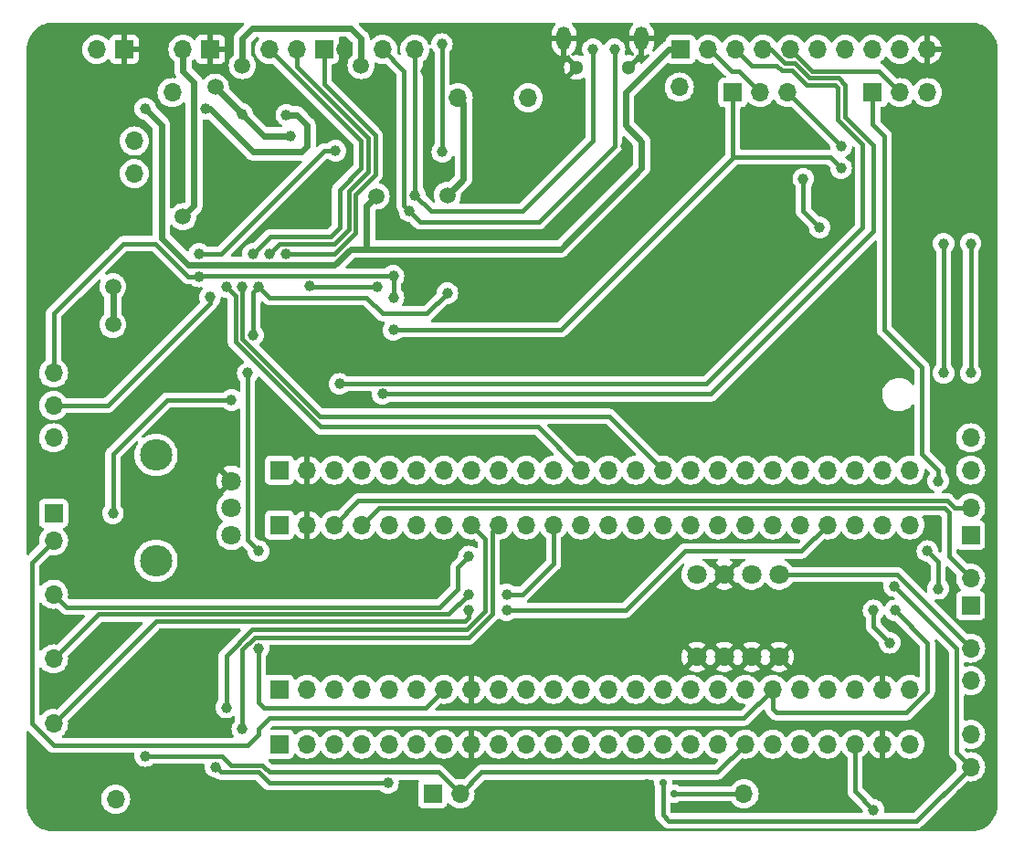
<source format=gbr>
%TF.GenerationSoftware,KiCad,Pcbnew,7.0.1-3b83917a11~172~ubuntu22.04.1*%
%TF.CreationDate,2023-04-04T04:15:16+02:00*%
%TF.ProjectId,EEE3088F_CKR,45454533-3038-4384-965f-434b522e6b69,0.2*%
%TF.SameCoordinates,Original*%
%TF.FileFunction,Copper,L2,Bot*%
%TF.FilePolarity,Positive*%
%FSLAX46Y46*%
G04 Gerber Fmt 4.6, Leading zero omitted, Abs format (unit mm)*
G04 Created by KiCad (PCBNEW 7.0.1-3b83917a11~172~ubuntu22.04.1) date 2023-04-04 04:15:16*
%MOMM*%
%LPD*%
G01*
G04 APERTURE LIST*
%TA.AperFunction,ComponentPad*%
%ADD10R,1.700000X1.700000*%
%TD*%
%TA.AperFunction,ComponentPad*%
%ADD11O,1.700000X1.700000*%
%TD*%
%TA.AperFunction,ComponentPad*%
%ADD12C,1.800000*%
%TD*%
%TA.AperFunction,ComponentPad*%
%ADD13O,3.000000X2.900000*%
%TD*%
%TA.AperFunction,ComponentPad*%
%ADD14C,1.300000*%
%TD*%
%TA.AperFunction,ComponentPad*%
%ADD15O,1.300000X2.200000*%
%TD*%
%TA.AperFunction,ViaPad*%
%ADD16C,3.600000*%
%TD*%
%TA.AperFunction,ViaPad*%
%ADD17C,1.500000*%
%TD*%
%TA.AperFunction,ViaPad*%
%ADD18C,1.000000*%
%TD*%
%TA.AperFunction,ViaPad*%
%ADD19C,0.700000*%
%TD*%
%TA.AperFunction,Conductor*%
%ADD20C,0.600000*%
%TD*%
%TA.AperFunction,Conductor*%
%ADD21C,0.400000*%
%TD*%
G04 APERTURE END LIST*
D10*
%TO.P,J3,1,_VBAT*%
%TO.N,+3V3*%
X128440000Y-86820000D03*
D11*
%TO.P,J3,2,_PC13*%
%TO.N,/Microcontroller/uc2*%
X130980000Y-86820000D03*
%TO.P,J3,3,_PC14*%
%TO.N,/Microcontroller/uc3*%
X133520000Y-86820000D03*
%TO.P,J3,4,_PC15*%
%TO.N,/Microcontroller/uc4*%
X136060000Y-86820000D03*
%TO.P,J3,5,_PF0*%
%TO.N,/Microcontroller/OSC_IN*%
X138600000Y-86820000D03*
%TO.P,J3,6,_PF1*%
%TO.N,/Microcontroller/OSC_OUT*%
X141140000Y-86820000D03*
%TO.P,J3,7,_NSRT*%
%TO.N,/Microcontroller/NSRT*%
X143680000Y-86820000D03*
%TO.P,J3,8,_VSSA*%
%TO.N,GND*%
X146220000Y-86820000D03*
%TO.P,J3,9,_VDDA*%
%TO.N,+3V3*%
X148760000Y-86820000D03*
%TO.P,J3,10,_PA0*%
%TO.N,/Microcontroller/uc10*%
X151300000Y-86820000D03*
%TO.P,J3,11,_PA1*%
%TO.N,/Microcontroller/uc11*%
X153840000Y-86820000D03*
%TO.P,J3,12,_PA2*%
%TO.N,/Microcontroller/uc12*%
X156380000Y-86820000D03*
%TO.P,J3,13,_PA3*%
%TO.N,/Microcontroller/uc13*%
X158920000Y-86820000D03*
%TO.P,J3,14,_PA4*%
%TO.N,/Microcontroller/uc14*%
X161460000Y-86820000D03*
%TO.P,J3,15,_PA5*%
%TO.N,/Microcontroller/uc15*%
X164000000Y-86820000D03*
%TO.P,J3,16,_PA6*%
%TO.N,/Microcontroller/uc16*%
X166540000Y-86820000D03*
%TO.P,J3,17,_PA7*%
%TO.N,/Microcontroller/uc17*%
X169080000Y-86820000D03*
%TO.P,J3,18,_PB0*%
%TO.N,/Microcontroller/THM_uc*%
X171620000Y-86820000D03*
%TO.P,J3,19,_PB1*%
%TO.N,/Microcontroller/POT_uc*%
X174160000Y-86820000D03*
%TO.P,J3,20,_PB2*%
%TO.N,/Microcontroller/TeHu_P*%
X176700000Y-86820000D03*
%TO.P,J3,21,_PB10*%
%TO.N,/Microcontroller/INT*%
X179240000Y-86820000D03*
%TO.P,J3,22,_PB11*%
%TO.N,/Microcontroller/Lght_P*%
X181780000Y-86820000D03*
%TO.P,J3,23,_VSS*%
%TO.N,GND*%
X184320000Y-86820000D03*
%TO.P,J3,24,_VDD*%
%TO.N,+3V3*%
X186860000Y-86820000D03*
%TO.P,J3,25,PB12_*%
%TO.N,/Microcontroller/LED2*%
X186860000Y-71580000D03*
%TO.P,J3,26,PB13_*%
%TO.N,/Microcontroller/LED1*%
X184320000Y-71580000D03*
%TO.P,J3,27,PB14_*%
%TO.N,/Microcontroller/Plg_Dtct*%
X181780000Y-71580000D03*
%TO.P,J3,28,PB15_*%
%TO.N,/Microcontroller/SW3*%
X179240000Y-71580000D03*
%TO.P,J3,29,PA8_*%
%TO.N,/Microcontroller/uc29*%
X176700000Y-71580000D03*
%TO.P,J3,30,PA9_*%
%TO.N,/Microcontroller/uc30*%
X174160000Y-71580000D03*
%TO.P,J3,31,PA10_*%
%TO.N,/Microcontroller/uc31*%
X171620000Y-71580000D03*
%TO.P,J3,32,PA11_*%
%TO.N,/Microcontroller/uc32*%
X169080000Y-71580000D03*
%TO.P,J3,33,PA12_*%
%TO.N,/Microcontroller/uc33*%
X166540000Y-71580000D03*
%TO.P,J3,34,PA13_*%
%TO.N,/Microcontroller/SWDIO*%
X164000000Y-71580000D03*
%TO.P,J3,35,PA6_*%
%TO.N,/Microcontroller/uc35*%
X161460000Y-71580000D03*
%TO.P,J3,36,PF7_*%
%TO.N,/Microcontroller/uc36*%
X158920000Y-71580000D03*
%TO.P,J3,37,PA14_*%
%TO.N,/Microcontroller/SWCLK*%
X156380000Y-71580000D03*
%TO.P,J3,38,PA15_*%
%TO.N,/Microcontroller/SW2*%
X153840000Y-71580000D03*
%TO.P,J3,39,PB3_*%
%TO.N,/Microcontroller/SW1*%
X151300000Y-71580000D03*
%TO.P,J3,40,PB4_*%
%TO.N,/Microcontroller/THM_P*%
X148760000Y-71580000D03*
%TO.P,J3,41,PB5_*%
%TO.N,/Microcontroller/POT_P*%
X146220000Y-71580000D03*
%TO.P,J3,42,PB6_*%
%TO.N,/Microcontroller/Tx_uc*%
X143680000Y-71580000D03*
%TO.P,J3,43,PB7_*%
%TO.N,/Microcontroller/Rx_uc*%
X141140000Y-71580000D03*
%TO.P,J3,44,BOOT0_*%
%TO.N,/Microcontroller/BOOT0*%
X138600000Y-71580000D03*
%TO.P,J3,45,PB8_*%
%TO.N,/Microcontroller/SCL_uc*%
X136060000Y-71580000D03*
%TO.P,J3,46,PB9_*%
%TO.N,/Microcontroller/SDA_uc*%
X133520000Y-71580000D03*
%TO.P,J3,47,VSS_*%
%TO.N,GND*%
X130980000Y-71580000D03*
D10*
%TO.P,J3,48,VDD_*%
%TO.N,+3V3*%
X128440000Y-71580000D03*
%TD*%
D11*
%TO.P,TP5,1,1*%
%TO.N,/Power/polarity protected battery voltage*%
X118500000Y-31500000D03*
%TD*%
%TO.P,TP14,1,1*%
%TO.N,/Microcontroller/SW2*%
X107500000Y-84000000D03*
%TD*%
%TO.P,TP13,1,1*%
%TO.N,/Microcontroller/SW1*%
X107500000Y-78000000D03*
%TD*%
%TO.P,TP15,1,1*%
%TO.N,/Microcontroller/SW3*%
X107500000Y-90000000D03*
%TD*%
%TO.P,TP21,1,1*%
%TO.N,Net-(U8-D-)*%
X138000000Y-27500000D03*
%TD*%
%TO.P,TP7,1,1*%
%TO.N,/Sensors/Light_SDA*%
X192500000Y-94000000D03*
%TD*%
D10*
%TO.P,J1,1,Pin_1*%
%TO.N,GND*%
X114040000Y-27500000D03*
D11*
%TO.P,J1,2,Pin_2*%
%TO.N,Net-(J1-Pin_2)*%
X111500000Y-27500000D03*
%TD*%
D12*
%TO.P,RV1,1,1*%
%TO.N,Net-(Q5-D)*%
X124000000Y-72500127D03*
%TO.P,RV1,2,2*%
%TO.N,/Microcontroller/Potentiometer_signal*%
X124000000Y-70000000D03*
%TO.P,RV1,3,3*%
%TO.N,GND*%
X124000000Y-67500127D03*
D13*
%TO.P,RV1,4*%
%TO.N,N/C*%
X117000000Y-74899924D03*
%TO.P,RV1,5*%
X117000000Y-65100076D03*
%TD*%
D11*
%TO.P,TP1,1,1*%
%TO.N,/Power/Plug_Detect_5V*%
X151500000Y-32000000D03*
%TD*%
D10*
%TO.P,JP4,1,A*%
%TO.N,/Microcontroller/SDA*%
X192500000Y-72540000D03*
D11*
%TO.P,JP4,2,B*%
%TO.N,/Microcontroller/SDA_uc*%
X192500000Y-70000000D03*
%TD*%
%TO.P,TP20,1,1*%
%TO.N,Net-(U7-SDA)*%
X192500000Y-83000000D03*
%TD*%
D10*
%TO.P,JP3,1,A*%
%TO.N,/Microcontroller/SCL*%
X192500000Y-79040000D03*
D11*
%TO.P,JP3,2,B*%
%TO.N,/Microcontroller/SCL_uc*%
X192500000Y-76500000D03*
%TD*%
%TO.P,TP8,1,1*%
%TO.N,/Sensors/Light_SCL*%
X192500000Y-91000000D03*
%TD*%
%TO.P,TP6,1,1*%
%TO.N,/Microcontroller/Potentiometer_signal*%
X107500000Y-63500000D03*
%TD*%
%TO.P,TP10,1,1*%
%TO.N,/Sensors/Light_interrupt*%
X171500000Y-96500000D03*
%TD*%
%TO.P,TP4,1,1*%
%TO.N,Net-(U4-VO)*%
X115000000Y-39000000D03*
%TD*%
D10*
%TO.P,JP2,1,A*%
%TO.N,/Microcontroller/POT*%
X107500000Y-70500000D03*
D11*
%TO.P,JP2,2,B*%
%TO.N,/Microcontroller/POT_uc*%
X107500000Y-73040000D03*
%TD*%
D10*
%TO.P,J5,1,Pin_1*%
%TO.N,/Microcontroller/NSRT*%
X132580000Y-27500000D03*
D11*
%TO.P,J5,2,Pin_2*%
%TO.N,/Microcontroller/SWDIO*%
X130040000Y-27500000D03*
%TO.P,J5,3,Pin_3*%
%TO.N,/Microcontroller/SWCLK*%
X127500000Y-27500000D03*
%TD*%
D10*
%TO.P,JP6,1,A*%
%TO.N,/Microcontroller/POT_uc*%
X183420000Y-31500000D03*
D11*
%TO.P,JP6,2,C*%
%TO.N,/USB/Secondary_Analogue_Data_Read*%
X185960000Y-31500000D03*
%TO.P,JP6,3,B*%
%TO.N,/Microcontroller/THM_uc*%
X188500000Y-31500000D03*
%TD*%
D10*
%TO.P,J4,1,_VBAT*%
%TO.N,+3V3*%
X128440000Y-91900000D03*
D11*
%TO.P,J4,2,_PC13*%
%TO.N,/Microcontroller/uc2*%
X130980000Y-91900000D03*
%TO.P,J4,3,_PC14*%
%TO.N,/Microcontroller/uc3*%
X133520000Y-91900000D03*
%TO.P,J4,4,_PC15*%
%TO.N,/Microcontroller/uc4*%
X136060000Y-91900000D03*
%TO.P,J4,5,_PF0*%
%TO.N,/Microcontroller/OSC_IN*%
X138600000Y-91900000D03*
%TO.P,J4,6,_PF1*%
%TO.N,/Microcontroller/OSC_OUT*%
X141140000Y-91900000D03*
%TO.P,J4,7,_NSRT*%
%TO.N,/Microcontroller/NSRT*%
X143680000Y-91900000D03*
%TO.P,J4,8,_VSSA*%
%TO.N,GND*%
X146220000Y-91900000D03*
%TO.P,J4,9,_VDDA*%
%TO.N,+3V3*%
X148760000Y-91900000D03*
%TO.P,J4,10,_PA0*%
%TO.N,/Microcontroller/uc10*%
X151300000Y-91900000D03*
%TO.P,J4,11,_PA1*%
%TO.N,/Microcontroller/uc11*%
X153840000Y-91900000D03*
%TO.P,J4,12,_PA2*%
%TO.N,/Microcontroller/uc12*%
X156380000Y-91900000D03*
%TO.P,J4,13,_PA3*%
%TO.N,/Microcontroller/uc13*%
X158920000Y-91900000D03*
%TO.P,J4,14,_PA4*%
%TO.N,/Microcontroller/uc14*%
X161460000Y-91900000D03*
%TO.P,J4,15,_PA5*%
%TO.N,/Microcontroller/uc15*%
X164000000Y-91900000D03*
%TO.P,J4,16,_PA6*%
%TO.N,/Microcontroller/uc16*%
X166540000Y-91900000D03*
%TO.P,J4,17,_PA7*%
%TO.N,/Microcontroller/uc17*%
X169080000Y-91900000D03*
%TO.P,J4,18,_PB0*%
%TO.N,/Microcontroller/THM_uc*%
X171620000Y-91900000D03*
%TO.P,J4,19,_PB1*%
%TO.N,/Microcontroller/POT_uc*%
X174160000Y-91900000D03*
%TO.P,J4,20,_PB2*%
%TO.N,/Microcontroller/TeHu_P*%
X176700000Y-91900000D03*
%TO.P,J4,21,_PB10*%
%TO.N,/Microcontroller/INT*%
X179240000Y-91900000D03*
%TO.P,J4,22,_PB11*%
%TO.N,/Microcontroller/Lght_P*%
X181780000Y-91900000D03*
%TO.P,J4,23,_VSS*%
%TO.N,GND*%
X184320000Y-91900000D03*
%TO.P,J4,24,_VDD*%
%TO.N,+3V3*%
X186860000Y-91900000D03*
%TO.P,J4,25,PB12_*%
%TO.N,/Microcontroller/LED2*%
X186860000Y-66500000D03*
%TO.P,J4,26,PB13_*%
%TO.N,/Microcontroller/LED1*%
X184320000Y-66500000D03*
%TO.P,J4,27,PB14_*%
%TO.N,/Microcontroller/Plg_Dtct*%
X181780000Y-66500000D03*
%TO.P,J4,28,PB15_*%
%TO.N,/Microcontroller/SW3*%
X179240000Y-66500000D03*
%TO.P,J4,29,PA8_*%
%TO.N,/Microcontroller/uc29*%
X176700000Y-66500000D03*
%TO.P,J4,30,PA9_*%
%TO.N,/Microcontroller/uc30*%
X174160000Y-66500000D03*
%TO.P,J4,31,PA10_*%
%TO.N,/Microcontroller/uc31*%
X171620000Y-66500000D03*
%TO.P,J4,32,PA11_*%
%TO.N,/Microcontroller/uc32*%
X169080000Y-66500000D03*
%TO.P,J4,33,PA12_*%
%TO.N,/Microcontroller/uc33*%
X166540000Y-66500000D03*
%TO.P,J4,34,PA13_*%
%TO.N,/Microcontroller/SWDIO*%
X164000000Y-66500000D03*
%TO.P,J4,35,PA6_*%
%TO.N,/Microcontroller/uc35*%
X161460000Y-66500000D03*
%TO.P,J4,36,PF7_*%
%TO.N,/Microcontroller/uc36*%
X158920000Y-66500000D03*
%TO.P,J4,37,PA14_*%
%TO.N,/Microcontroller/SWCLK*%
X156380000Y-66500000D03*
%TO.P,J4,38,PA15_*%
%TO.N,/Microcontroller/SW2*%
X153840000Y-66500000D03*
%TO.P,J4,39,PB3_*%
%TO.N,/Microcontroller/SW1*%
X151300000Y-66500000D03*
%TO.P,J4,40,PB4_*%
%TO.N,/Microcontroller/THM_P*%
X148760000Y-66500000D03*
%TO.P,J4,41,PB5_*%
%TO.N,/Microcontroller/POT_P*%
X146220000Y-66500000D03*
%TO.P,J4,42,PB6_*%
%TO.N,/Microcontroller/Tx_uc*%
X143680000Y-66500000D03*
%TO.P,J4,43,PB7_*%
%TO.N,/Microcontroller/Rx_uc*%
X141140000Y-66500000D03*
%TO.P,J4,44,BOOT0_*%
%TO.N,/Microcontroller/BOOT0*%
X138600000Y-66500000D03*
%TO.P,J4,45,PB8_*%
%TO.N,/Microcontroller/SCL_uc*%
X136060000Y-66500000D03*
%TO.P,J4,46,PB9_*%
%TO.N,/Microcontroller/SDA_uc*%
X133520000Y-66500000D03*
%TO.P,J4,47,VSS_*%
%TO.N,GND*%
X130980000Y-66500000D03*
D10*
%TO.P,J4,48,VDD_*%
%TO.N,+3V3*%
X128440000Y-66500000D03*
%TD*%
D11*
%TO.P,TP11,1,1*%
%TO.N,Net-(R33-Pad2)*%
X192500000Y-63500000D03*
%TD*%
%TO.P,TP22,1,1*%
%TO.N,Net-(U8-D+)*%
X141000000Y-27500000D03*
%TD*%
%TO.P,TP16,1,1*%
%TO.N,/Microcontroller/Tx*%
X107500000Y-60500000D03*
%TD*%
D14*
%TO.P,U8,6,SH1*%
%TO.N,GND*%
X155975108Y-29170053D03*
D15*
%TO.P,U8,7,SH2*%
X154800102Y-26500000D03*
%TO.P,U8,8,SH3*%
X162000000Y-26500000D03*
D14*
%TO.P,U8,9,SH4*%
X160824994Y-29170053D03*
%TD*%
D11*
%TO.P,TP19,1,1*%
%TO.N,Net-(U7-SCL)*%
X192500000Y-86000000D03*
%TD*%
%TO.P,TP3,1,1*%
%TO.N,Net-(J1-Pin_2)*%
X145000000Y-32000000D03*
%TD*%
D10*
%TO.P,J2,1,Pin_1*%
%TO.N,GND*%
X122040000Y-27500000D03*
D11*
%TO.P,J2,2,Pin_2*%
%TO.N,+3V3*%
X119500000Y-27500000D03*
%TD*%
D10*
%TO.P,J6,1,Pin_1*%
%TO.N,+5V*%
X165640000Y-27500000D03*
D11*
%TO.P,J6,2,Pin_2*%
%TO.N,/USB/Main_Analogue_Data_Read*%
X168180000Y-27500000D03*
%TO.P,J6,3,Pin_3*%
%TO.N,/Microcontroller/SDA_uc*%
X170720000Y-27500000D03*
%TO.P,J6,4,Pin_4*%
%TO.N,/Microcontroller/SCL_uc*%
X173260000Y-27500000D03*
%TO.P,J6,5,Pin_5*%
%TO.N,/USB/Secondary_Analogue_Data_Read*%
X175800000Y-27500000D03*
%TO.P,J6,6,Pin_6*%
%TO.N,unconnected-(J6-Pin_6-Pad6)*%
X178340000Y-27500000D03*
%TO.P,J6,7,Pin_7*%
%TO.N,Net-(J6-Pin_7)*%
X180880000Y-27500000D03*
%TO.P,J6,8,Pin_8*%
%TO.N,/Microcontroller/Rx*%
X183420000Y-27500000D03*
%TO.P,J6,9,Pin_9*%
%TO.N,/Microcontroller/Tx*%
X185960000Y-27500000D03*
%TO.P,J6,10,Pin_10*%
%TO.N,GND*%
X188500000Y-27500000D03*
%TD*%
%TO.P,TP18,1,1*%
%TO.N,/Microcontroller/Plug_Detect*%
X165500000Y-31000000D03*
%TD*%
D10*
%TO.P,JP5,1,A*%
%TO.N,/Microcontroller/THM_uc*%
X170460000Y-31500000D03*
D11*
%TO.P,JP5,2,C*%
%TO.N,/USB/Main_Analogue_Data_Read*%
X173000000Y-31500000D03*
%TO.P,JP5,3,B*%
%TO.N,/Microcontroller/POT_uc*%
X175540000Y-31500000D03*
%TD*%
%TO.P,TP17,1,1*%
%TO.N,/Microcontroller/Rx*%
X107500000Y-57500000D03*
%TD*%
D12*
%TO.P,U7,1,A0*%
%TO.N,GND*%
X167109992Y-83810008D03*
%TO.P,U7,2,A1*%
X169649997Y-83810008D03*
%TO.P,U7,3,A2*%
X172190003Y-83810008D03*
%TO.P,U7,4,GND*%
X174730008Y-83810008D03*
%TO.P,U7,5,SDA*%
%TO.N,Net-(U7-SDA)*%
X174730008Y-76189992D03*
%TO.P,U7,6,SCL*%
%TO.N,Net-(U7-SCL)*%
X172190003Y-76189992D03*
%TO.P,U7,7,WP*%
%TO.N,GND*%
X169649997Y-76189992D03*
%TO.P,U7,8,VCC*%
%TO.N,+3V3*%
X167109992Y-76189992D03*
%TD*%
D10*
%TO.P,JP1,1,A*%
%TO.N,/Microcontroller/THM*%
X142633366Y-96500000D03*
D11*
%TO.P,JP1,2,B*%
%TO.N,/Microcontroller/THM_uc*%
X145173366Y-96500000D03*
%TD*%
%TO.P,TP2,1,1*%
%TO.N,/Power/3.3V UVLO{slash}polarity protector*%
X115000000Y-36000000D03*
%TD*%
%TO.P,TP12,1,1*%
%TO.N,Net-(R34-Pad2)*%
X192500000Y-66500000D03*
%TD*%
%TO.P,TP9,1,1*%
%TO.N,/Microcontroller/Thermistor_signal*%
X113253366Y-97000000D03*
%TD*%
D16*
%TO.N,GND*%
X192500000Y-97500000D03*
D17*
X132000000Y-43000000D03*
D18*
X162500000Y-31500000D03*
D17*
X153000000Y-35500000D03*
X155500000Y-78000000D03*
X115500000Y-49000000D03*
X161000000Y-55000000D03*
X157000000Y-63500000D03*
D18*
X113000000Y-34000000D03*
D17*
X174500000Y-59500000D03*
D16*
X107500000Y-27500000D03*
D17*
X158500000Y-46000000D03*
D18*
X160500000Y-36500000D03*
D17*
X129500000Y-54000000D03*
X138500000Y-43500000D03*
X125000000Y-41000000D03*
X116000000Y-86000000D03*
D19*
X185500000Y-33500000D03*
D17*
X112000000Y-45500000D03*
D18*
X138000000Y-34500000D03*
X127500000Y-32500000D03*
D17*
X179500000Y-74500000D03*
D19*
X187000000Y-33500000D03*
D18*
X116500000Y-31500000D03*
D17*
X181500000Y-57000000D03*
D18*
X190000000Y-63500000D03*
D17*
X134500000Y-27500000D03*
D18*
X142500000Y-39500000D03*
D17*
X107500000Y-81000000D03*
X149000000Y-33500000D03*
D18*
X115500000Y-42000000D03*
X143000000Y-99000000D03*
D17*
X130500000Y-77500000D03*
X186500000Y-84000000D03*
D19*
X180500000Y-93500000D03*
X162500000Y-95500000D03*
D18*
X142000000Y-29500000D03*
D17*
X185000000Y-74000000D03*
X134500000Y-77500000D03*
X116000000Y-89500000D03*
X148500000Y-55000000D03*
X107500000Y-87000000D03*
D16*
X107500000Y-97500000D03*
D17*
X181000000Y-84000000D03*
D19*
X172500000Y-94500000D03*
D17*
X189500000Y-91000000D03*
X159000000Y-83000000D03*
X168500000Y-44500000D03*
X161000000Y-42000000D03*
X122500000Y-41000000D03*
D16*
X192500000Y-27500000D03*
D17*
X157500000Y-74500000D03*
X121500000Y-56500000D03*
D19*
X174000000Y-94500000D03*
X185500000Y-93500000D03*
D17*
X173500000Y-36000000D03*
X151500000Y-74500000D03*
%TO.N,Net-(J1-Pin_2)*%
X144000000Y-41000000D03*
%TO.N,Net-(U1--)*%
X122500000Y-31000000D03*
D18*
X125000000Y-33500000D03*
X129500000Y-35500000D03*
%TO.N,Net-(D4-A)*%
X190000000Y-57500000D03*
X190000000Y-45500000D03*
%TO.N,Net-(D5-A)*%
X192500000Y-57500000D03*
X192500000Y-45500000D03*
D17*
%TO.N,+3V3*%
X119500000Y-43000000D03*
X113000000Y-53000000D03*
X113000000Y-49500000D03*
D18*
%TO.N,/Microcontroller/NSRT*%
X126500000Y-49500000D03*
X126500000Y-74000000D03*
X129000000Y-46450500D03*
X126000000Y-54000000D03*
X125500000Y-57500000D03*
X126500000Y-83000000D03*
X144000000Y-50099500D03*
%TO.N,/Microcontroller/THM_uc*%
X139000000Y-53500000D03*
X116000000Y-93000000D03*
X124000000Y-60000000D03*
X180500000Y-38500000D03*
X113000000Y-70500000D03*
%TO.N,/Microcontroller/POT_uc*%
X185500000Y-79500000D03*
X189500000Y-77500000D03*
X189500000Y-67500000D03*
X188500000Y-74000000D03*
X180500000Y-36500000D03*
%TO.N,/Microcontroller/POT_P*%
X123500000Y-88500000D03*
%TO.N,/Microcontroller/SW1*%
X146000000Y-74500000D03*
%TO.N,/Microcontroller/SW2*%
X149500000Y-78000000D03*
X146000000Y-78000000D03*
%TO.N,/Microcontroller/SW3*%
X146000000Y-79500000D03*
X149500000Y-79500000D03*
%TO.N,/Microcontroller/SWDIO*%
X125000000Y-49500000D03*
X127500000Y-46450500D03*
%TO.N,/Microcontroller/SWCLK*%
X126000000Y-46450500D03*
X123500000Y-49500000D03*
%TO.N,/Microcontroller/THM_P*%
X125000000Y-90500000D03*
X138500000Y-95500000D03*
X122500000Y-94000000D03*
%TO.N,/Microcontroller/Lght_P*%
X183500000Y-98000000D03*
%TO.N,/Microcontroller/Tx*%
X122000000Y-50450500D03*
X137500000Y-49500000D03*
X131250000Y-49449500D03*
%TO.N,/Microcontroller/Rx*%
X121000000Y-48549500D03*
X121000000Y-46450500D03*
X139000000Y-50500000D03*
X139000000Y-48500000D03*
X133649750Y-36899750D03*
%TO.N,/Microcontroller/SCL_uc*%
X138000000Y-59449500D03*
%TO.N,/Microcontroller/SDA_uc*%
X134000000Y-58500000D03*
%TO.N,+5V*%
X116000000Y-33000000D03*
D17*
X137401825Y-41098175D03*
D18*
%TO.N,/Microcontroller/Plug_Detect*%
X177000000Y-39500000D03*
X178500000Y-44000000D03*
D17*
%TO.N,/Power/polarity protected battery voltage*%
X125000000Y-29000000D03*
X136000000Y-29000000D03*
D18*
%TO.N,Net-(U1-+)*%
X121549500Y-33000000D03*
X129074968Y-33574968D03*
%TO.N,Net-(U2-CHRG)*%
X143549500Y-37000000D03*
X143500000Y-27000000D03*
%TO.N,/Sensors/Light_SCL*%
X185000000Y-82500000D03*
X183500000Y-79500000D03*
D19*
%TO.N,/Sensors/Light_SDA*%
X164000000Y-95500000D03*
D18*
X185398348Y-77241144D03*
D19*
%TO.N,/Sensors/Light_interrupt*%
X165000000Y-96500000D03*
D18*
%TO.N,Net-(U8-D-)*%
X140500000Y-42500000D03*
X159500000Y-27500000D03*
%TO.N,Net-(U8-D+)*%
X141000000Y-41000000D03*
X157500000Y-27500000D03*
%TD*%
D20*
%TO.N,Net-(J1-Pin_2)*%
X145000000Y-32000000D02*
X145500000Y-32500000D01*
X145500000Y-32500000D02*
X145500000Y-39500000D01*
X145500000Y-39500000D02*
X144000000Y-41000000D01*
%TO.N,Net-(U1--)*%
X127000000Y-35500000D02*
X125000000Y-33500000D01*
X129500000Y-35500000D02*
X127000000Y-35500000D01*
X125000000Y-33500000D02*
X122500000Y-31000000D01*
D21*
%TO.N,Net-(D4-A)*%
X190000000Y-45500000D02*
X190000000Y-57500000D01*
%TO.N,Net-(D5-A)*%
X192500000Y-45500000D02*
X192500000Y-57500000D01*
D20*
%TO.N,+3V3*%
X113000000Y-49500000D02*
X113000000Y-53000000D01*
X120500000Y-42000000D02*
X119500000Y-43000000D01*
X119500000Y-29500000D02*
X120500000Y-30500000D01*
X119500000Y-27500000D02*
X119500000Y-29500000D01*
X120500000Y-30500000D02*
X120500000Y-42000000D01*
D21*
%TO.N,/Microcontroller/NSRT*%
X126000000Y-50000000D02*
X126500000Y-49500000D01*
X138000000Y-52000000D02*
X136500000Y-50500000D01*
X126500000Y-83000000D02*
X126500000Y-88000000D01*
X137300000Y-39119239D02*
X137300000Y-35461524D01*
X135500000Y-40919238D02*
X137300000Y-39119239D01*
X136500000Y-50500000D02*
X127500000Y-50500000D01*
X127000000Y-88500000D02*
X142000000Y-88500000D01*
X125500000Y-57500000D02*
X125500000Y-73000000D01*
X135500000Y-44500000D02*
X135500000Y-40919238D01*
X142099500Y-52000000D02*
X138000000Y-52000000D01*
X142000000Y-88500000D02*
X143680000Y-86820000D01*
X144000000Y-50099500D02*
X142099500Y-52000000D01*
X126500000Y-88000000D02*
X127000000Y-88500000D01*
X126000000Y-54000000D02*
X126000000Y-50000000D01*
X132580000Y-30741524D02*
X132580000Y-27500000D01*
X129000000Y-46450500D02*
X133549500Y-46450500D01*
X133549500Y-46450500D02*
X135500000Y-44500000D01*
X125500000Y-73000000D02*
X126500000Y-74000000D01*
X137300000Y-35461524D02*
X132580000Y-30741524D01*
X127500000Y-50500000D02*
X126500000Y-49500000D01*
%TO.N,/Microcontroller/THM_uc*%
X139000000Y-94500000D02*
X127500000Y-94500000D01*
X113000000Y-70500000D02*
X113000000Y-65000000D01*
X139000000Y-53500000D02*
X154500000Y-53500000D01*
X126850000Y-93850000D02*
X124000000Y-93850000D01*
X147173366Y-94500000D02*
X169020000Y-94500000D01*
X143173366Y-94500000D02*
X142000000Y-94500000D01*
X145173366Y-96500000D02*
X143173366Y-94500000D01*
X127500000Y-94500000D02*
X127000000Y-94000000D01*
X170460000Y-37460000D02*
X170460000Y-31500000D01*
X169020000Y-94500000D02*
X171620000Y-91900000D01*
X142000000Y-94500000D02*
X139000000Y-94500000D01*
X127000000Y-94000000D02*
X126850000Y-93850000D01*
X124000000Y-93850000D02*
X123150000Y-93000000D01*
X170500000Y-37500000D02*
X179500000Y-37500000D01*
X113000000Y-65000000D02*
X118000000Y-60000000D01*
X145173366Y-96500000D02*
X147173366Y-94500000D01*
X118000000Y-60000000D02*
X124000000Y-60000000D01*
X179500000Y-37500000D02*
X180500000Y-38500000D01*
X123150000Y-93000000D02*
X116000000Y-93000000D01*
X154500000Y-53500000D02*
X170500000Y-37500000D01*
X170500000Y-37500000D02*
X170460000Y-37460000D01*
%TO.N,/Microcontroller/POT_uc*%
X188000000Y-65000000D02*
X188000000Y-57000000D01*
X174160000Y-88660000D02*
X174500000Y-89000000D01*
X107500000Y-92000000D02*
X125500000Y-92000000D01*
X183420000Y-34420000D02*
X183420000Y-31500000D01*
X126500000Y-90500000D02*
X127500000Y-89500000D01*
X189500000Y-77500000D02*
X189500000Y-75000000D01*
X105500000Y-75040000D02*
X105500000Y-90000000D01*
X184500000Y-53500000D02*
X184500000Y-35500000D01*
X180500000Y-36460000D02*
X175540000Y-31500000D01*
X180500000Y-36500000D02*
X180500000Y-36460000D01*
X184500000Y-35500000D02*
X183420000Y-34420000D01*
X189500000Y-67500000D02*
X189500000Y-66500000D01*
X189500000Y-75000000D02*
X188500000Y-74000000D01*
X105500000Y-90000000D02*
X107500000Y-92000000D01*
X188500000Y-87018478D02*
X188500000Y-82500000D01*
X127500000Y-89500000D02*
X171480000Y-89500000D01*
X126500000Y-91000000D02*
X126500000Y-90500000D01*
X107500000Y-73040000D02*
X105500000Y-75040000D01*
X174160000Y-86820000D02*
X174160000Y-88660000D01*
X174500000Y-89000000D02*
X186518478Y-89000000D01*
X188500000Y-82500000D02*
X185500000Y-79500000D01*
X125500000Y-92000000D02*
X126500000Y-91000000D01*
X171480000Y-89500000D02*
X174160000Y-86820000D01*
X186518478Y-89000000D02*
X188500000Y-87018478D01*
X189500000Y-66500000D02*
X188000000Y-65000000D01*
X188000000Y-57000000D02*
X184500000Y-53500000D01*
%TO.N,/Microcontroller/POT_P*%
X145790381Y-81290381D02*
X125946878Y-81290381D01*
X125946878Y-81290381D02*
X123500000Y-83737259D01*
X147500000Y-72860000D02*
X147500000Y-79580762D01*
X123500000Y-83737259D02*
X123500000Y-88500000D01*
X146220000Y-71580000D02*
X147500000Y-72860000D01*
X147500000Y-79580762D02*
X145790381Y-81290381D01*
%TO.N,/Microcontroller/SW1*%
X145000000Y-75500000D02*
X146000000Y-74500000D01*
X108700000Y-79200000D02*
X143300000Y-79200000D01*
X145000000Y-77500000D02*
X145000000Y-75500000D01*
X107500000Y-78000000D02*
X108700000Y-79200000D01*
X143300000Y-79200000D02*
X145000000Y-77500000D01*
%TO.N,/Microcontroller/SW2*%
X151000000Y-78000000D02*
X153840000Y-75160000D01*
X153840000Y-75160000D02*
X153840000Y-71580000D01*
X149500000Y-78000000D02*
X151000000Y-78000000D01*
X111650000Y-79850000D02*
X139000000Y-79850000D01*
X107500000Y-84000000D02*
X111650000Y-79850000D01*
X139000000Y-79850000D02*
X144150000Y-79850000D01*
X144150000Y-79850000D02*
X146000000Y-78000000D01*
%TO.N,/Microcontroller/SW3*%
X166000000Y-74000000D02*
X176820000Y-74000000D01*
X149500000Y-79500000D02*
X160500000Y-79500000D01*
X145661524Y-80500000D02*
X117000000Y-80500000D01*
X146000000Y-79500000D02*
X146000000Y-80161524D01*
X146000000Y-80161524D02*
X145661524Y-80500000D01*
X117000000Y-80500000D02*
X107500000Y-90000000D01*
X176820000Y-74000000D02*
X179240000Y-71580000D01*
X160500000Y-79500000D02*
X166000000Y-74000000D01*
%TO.N,/Microcontroller/SWDIO*%
X128450000Y-45500500D02*
X127500000Y-46450500D01*
X130040000Y-29120762D02*
X136650000Y-35730762D01*
X134850000Y-44150000D02*
X133499500Y-45500500D01*
X159000000Y-61500000D02*
X164000000Y-66500000D01*
X133499500Y-45500500D02*
X128450000Y-45500500D01*
X125000000Y-54343503D02*
X132156497Y-61500000D01*
X125000000Y-49500000D02*
X125000000Y-54343503D01*
X132156497Y-61500000D02*
X159000000Y-61500000D01*
X130040000Y-27500000D02*
X130040000Y-29120762D01*
X136650000Y-38850000D02*
X134850000Y-40649999D01*
X134850000Y-40649999D02*
X134850000Y-44150000D01*
X136650000Y-35730762D02*
X136650000Y-38850000D01*
%TO.N,/Microcontroller/SWCLK*%
X136000000Y-38500000D02*
X134000000Y-40500000D01*
X132237259Y-62500000D02*
X152380000Y-62500000D01*
X134000000Y-44000000D02*
X133150000Y-44850000D01*
X123500000Y-49500000D02*
X124350000Y-50350000D01*
X127600500Y-44850000D02*
X126000000Y-46450500D01*
X133150000Y-44850000D02*
X127600500Y-44850000D01*
X124350000Y-54612741D02*
X132237259Y-62500000D01*
X136000000Y-36000000D02*
X136000000Y-38500000D01*
X127500000Y-27500000D02*
X136000000Y-36000000D01*
X124350000Y-50350000D02*
X124350000Y-54612741D01*
X134000000Y-40500000D02*
X134000000Y-44000000D01*
X152380000Y-62500000D02*
X156380000Y-66500000D01*
%TO.N,/Microcontroller/THM_P*%
X123000000Y-94500000D02*
X126500000Y-94500000D01*
X125000000Y-90500000D02*
X125000000Y-83156497D01*
X146000000Y-82000000D02*
X148150000Y-79850000D01*
X148150000Y-72190000D02*
X148760000Y-71580000D01*
X126500000Y-94500000D02*
X127500000Y-95500000D01*
X148150000Y-79850000D02*
X148150000Y-72190000D01*
X127500000Y-95500000D02*
X138500000Y-95500000D01*
X122500000Y-94000000D02*
X123000000Y-94500000D01*
X126156497Y-82000000D02*
X146000000Y-82000000D01*
X125000000Y-83156497D02*
X126156497Y-82000000D01*
%TO.N,/Microcontroller/Lght_P*%
X183500000Y-98000000D02*
X181780000Y-96280000D01*
X181780000Y-96280000D02*
X181780000Y-91900000D01*
%TO.N,/Microcontroller/Tx*%
X131300500Y-49500000D02*
X137500000Y-49500000D01*
X107500000Y-60500000D02*
X112500000Y-60500000D01*
X131250000Y-49449500D02*
X131300500Y-49500000D01*
X112500000Y-60500000D02*
X122000000Y-51000000D01*
X122000000Y-51000000D02*
X122000000Y-50450500D01*
%TO.N,/Microcontroller/Rx*%
X139000000Y-50500000D02*
X139000000Y-48500000D01*
X119988840Y-48549500D02*
X116939340Y-45500000D01*
X121049500Y-48500000D02*
X139000000Y-48500000D01*
X133649750Y-36899750D02*
X132600250Y-36899750D01*
X132600250Y-36899750D02*
X123049500Y-46450500D01*
X116939340Y-45500000D02*
X114000000Y-45500000D01*
X107500000Y-52000000D02*
X107500000Y-57500000D01*
X121000000Y-48549500D02*
X119988840Y-48549500D01*
X114000000Y-45500000D02*
X107500000Y-52000000D01*
X121000000Y-48549500D02*
X121049500Y-48500000D01*
X123049500Y-46450500D02*
X121000000Y-46450500D01*
%TO.N,/Microcontroller/SCL_uc*%
X176180762Y-28800000D02*
X175261522Y-28800000D01*
X190500000Y-70419239D02*
X190080762Y-70000000D01*
X168393296Y-59449500D02*
X183500000Y-44342796D01*
X138000000Y-59449500D02*
X168393296Y-59449500D01*
X137640000Y-70000000D02*
X136060000Y-71580000D01*
X173961522Y-27500000D02*
X173260000Y-27500000D01*
X190500000Y-74500000D02*
X190500000Y-70419239D01*
X180850000Y-30769238D02*
X180230762Y-30150000D01*
X183500000Y-44342796D02*
X183500000Y-36419239D01*
X175261522Y-28800000D02*
X173961522Y-27500000D01*
X183500000Y-36419239D02*
X180850000Y-33769239D01*
X180230762Y-30150000D02*
X177530762Y-30150000D01*
X180850000Y-33769239D02*
X180850000Y-30769238D01*
X177530762Y-30150000D02*
X176180762Y-28800000D01*
X192500000Y-76500000D02*
X190500000Y-74500000D01*
X190080762Y-70000000D02*
X137640000Y-70000000D01*
%TO.N,/Microcontroller/SDA_uc*%
X191000000Y-70000000D02*
X192500000Y-70000000D01*
X179961524Y-30800000D02*
X177261524Y-30800000D01*
X168000000Y-58500000D02*
X182500000Y-44000000D01*
X190350000Y-69350000D02*
X191000000Y-70000000D01*
X174992284Y-29450000D02*
X174542284Y-29000000D01*
X174542284Y-29000000D02*
X172220000Y-29000000D01*
X180200000Y-31038476D02*
X179961524Y-30800000D01*
X177261524Y-30800000D02*
X175911524Y-29450000D01*
X172220000Y-29000000D02*
X170720000Y-27500000D01*
X135750000Y-69350000D02*
X133520000Y-71580000D01*
X182500000Y-36338478D02*
X180200000Y-34038478D01*
X182500000Y-44000000D02*
X182500000Y-36338478D01*
X134000000Y-58500000D02*
X168000000Y-58500000D01*
X175911524Y-29450000D02*
X174992284Y-29450000D01*
X190350000Y-69350000D02*
X135750000Y-69350000D01*
X180200000Y-34038478D02*
X180200000Y-31038476D01*
D20*
%TO.N,+5V*%
X116000000Y-33000000D02*
X117500000Y-34500000D01*
X162000000Y-36007538D02*
X160500000Y-34507538D01*
X160500000Y-31500000D02*
X164500000Y-27500000D01*
X136500000Y-42000000D02*
X136500000Y-46000000D01*
X117500000Y-34500000D02*
X117500000Y-45000000D01*
X154500000Y-46000000D02*
X162000000Y-38500000D01*
X119950000Y-47450000D02*
X120434925Y-47450000D01*
X133560660Y-47500000D02*
X135060660Y-46000000D01*
X120434925Y-47450000D02*
X120484925Y-47500000D01*
X160500000Y-34507538D02*
X160500000Y-31500000D01*
X164500000Y-27500000D02*
X165640000Y-27500000D01*
X162000000Y-38500000D02*
X162000000Y-36007538D01*
X137401825Y-41098175D02*
X136500000Y-42000000D01*
X117500000Y-45000000D02*
X119950000Y-47450000D01*
X135060660Y-46000000D02*
X154500000Y-46000000D01*
X120484925Y-47500000D02*
X133560660Y-47500000D01*
D21*
%TO.N,/USB/Main_Analogue_Data_Read*%
X170340000Y-29500000D02*
X168340000Y-27500000D01*
X168340000Y-27500000D02*
X168180000Y-27500000D01*
X173000000Y-31500000D02*
X171040000Y-29540000D01*
X171040000Y-29540000D02*
X171040000Y-29500000D01*
X171040000Y-29500000D02*
X170340000Y-29500000D01*
%TO.N,/USB/Secondary_Analogue_Data_Read*%
X183960000Y-29500000D02*
X177800000Y-29500000D01*
X185960000Y-31500000D02*
X183960000Y-29500000D01*
X177800000Y-29500000D02*
X175800000Y-27500000D01*
%TO.N,/Microcontroller/Plug_Detect*%
X177000000Y-42500000D02*
X177000000Y-39500000D01*
X178500000Y-44000000D02*
X177000000Y-42500000D01*
D20*
%TO.N,/Power/polarity protected battery voltage*%
X125950000Y-25550000D02*
X125000000Y-26500000D01*
X136000000Y-29000000D02*
X136000000Y-26500000D01*
X136000000Y-26500000D02*
X135050000Y-25550000D01*
X125000000Y-26500000D02*
X125000000Y-29000000D01*
X135050000Y-25550000D02*
X125950000Y-25550000D01*
%TO.N,Net-(U1-+)*%
X122000000Y-33000000D02*
X126000000Y-37000000D01*
X126000000Y-37000000D02*
X130500000Y-37000000D01*
X130074968Y-33574968D02*
X129074968Y-33574968D01*
X131000000Y-34500000D02*
X130074968Y-33574968D01*
X131000000Y-36500000D02*
X131000000Y-34500000D01*
X121549500Y-33000000D02*
X122000000Y-33000000D01*
X130500000Y-37000000D02*
X131000000Y-36500000D01*
D21*
%TO.N,Net-(U2-CHRG)*%
X143500000Y-36950500D02*
X143500000Y-27000000D01*
X143549500Y-37000000D02*
X143500000Y-36950500D01*
%TO.N,/Sensors/Light_SCL*%
X183500000Y-79500000D02*
X183500000Y-81000000D01*
X183500000Y-81000000D02*
X185000000Y-82500000D01*
%TO.N,/Sensors/Light_SDA*%
X191200000Y-92700000D02*
X191200000Y-83042796D01*
X192500000Y-94000000D02*
X191200000Y-92700000D01*
X164000000Y-95500000D02*
X163975000Y-95525000D01*
X191200000Y-83042796D02*
X185398348Y-77241144D01*
X164500000Y-99000000D02*
X187500000Y-99000000D01*
X187500000Y-99000000D02*
X192500000Y-94000000D01*
X163975000Y-98475000D02*
X164500000Y-99000000D01*
X163975000Y-95525000D02*
X163975000Y-98475000D01*
%TO.N,/Sensors/Light_interrupt*%
X165000000Y-96500000D02*
X171500000Y-96500000D01*
%TO.N,Net-(U7-SDA)*%
X174730008Y-76189992D02*
X185689992Y-76189992D01*
X185689992Y-76189992D02*
X192500000Y-83000000D01*
%TO.N,Net-(U8-D-)*%
X141500000Y-43500000D02*
X152500000Y-43500000D01*
X140500000Y-42500000D02*
X141500000Y-43500000D01*
X152500000Y-43500000D02*
X159500000Y-36500000D01*
X140000000Y-29500000D02*
X138000000Y-27500000D01*
X140500000Y-42500000D02*
X140000000Y-42000000D01*
X140000000Y-42000000D02*
X140000000Y-29500000D01*
X159500000Y-36500000D02*
X159500000Y-27500000D01*
%TO.N,Net-(U8-D+)*%
X151000000Y-42500000D02*
X157500000Y-36000000D01*
X142500000Y-42500000D02*
X145000000Y-42500000D01*
X141000000Y-41000000D02*
X142500000Y-42500000D01*
X145000000Y-42500000D02*
X151000000Y-42500000D01*
X141000000Y-41000000D02*
X141000000Y-27500000D01*
X157500000Y-36000000D02*
X157500000Y-27500000D01*
%TD*%
%TA.AperFunction,Conductor*%
%TO.N,GND*%
G36*
X153981578Y-25014540D02*
G01*
X154025913Y-25053481D01*
X154047229Y-25108504D01*
X154040700Y-25167149D01*
X154007804Y-25216137D01*
X153946599Y-25271932D01*
X153818160Y-25442011D01*
X153723164Y-25632791D01*
X153664839Y-25837780D01*
X153650102Y-25996829D01*
X153650102Y-26250000D01*
X155950102Y-26250000D01*
X155950102Y-25996829D01*
X155935364Y-25837780D01*
X155877039Y-25632791D01*
X155782043Y-25442011D01*
X155653604Y-25271932D01*
X155592400Y-25216137D01*
X155559504Y-25167149D01*
X155552975Y-25108504D01*
X155574291Y-25053481D01*
X155618626Y-25014540D01*
X155675939Y-25000500D01*
X161124163Y-25000500D01*
X161181476Y-25014540D01*
X161225811Y-25053481D01*
X161247127Y-25108504D01*
X161240598Y-25167149D01*
X161207702Y-25216137D01*
X161146497Y-25271932D01*
X161018058Y-25442011D01*
X160923062Y-25632791D01*
X160864737Y-25837780D01*
X160850000Y-25996829D01*
X160850000Y-26250000D01*
X163150000Y-26250000D01*
X163150000Y-25996829D01*
X163135262Y-25837780D01*
X163076937Y-25632791D01*
X162981941Y-25442011D01*
X162853502Y-25271932D01*
X162792298Y-25216137D01*
X162759402Y-25167149D01*
X162752873Y-25108504D01*
X162774189Y-25053481D01*
X162818524Y-25014540D01*
X162875837Y-25000500D01*
X192496249Y-25000500D01*
X192503735Y-25000726D01*
X192527834Y-25002183D01*
X192598669Y-25006468D01*
X192599066Y-25006493D01*
X192802818Y-25019847D01*
X192817032Y-25021610D01*
X192948459Y-25045695D01*
X192950007Y-25045991D01*
X193112440Y-25078301D01*
X193125102Y-25081523D01*
X193259678Y-25123459D01*
X193262645Y-25124425D01*
X193412220Y-25175199D01*
X193423244Y-25179538D01*
X193554556Y-25238637D01*
X193558416Y-25240457D01*
X193697458Y-25309025D01*
X193706764Y-25314120D01*
X193831185Y-25389335D01*
X193835926Y-25392350D01*
X193963643Y-25477689D01*
X193971225Y-25483180D01*
X194086211Y-25573265D01*
X194091487Y-25577640D01*
X194206550Y-25678547D01*
X194212472Y-25684094D01*
X194315904Y-25787526D01*
X194321451Y-25793448D01*
X194422358Y-25908511D01*
X194426741Y-25913797D01*
X194516818Y-26028773D01*
X194522309Y-26036355D01*
X194607648Y-26164072D01*
X194610663Y-26168813D01*
X194685878Y-26293234D01*
X194690973Y-26302540D01*
X194759519Y-26441536D01*
X194761383Y-26445489D01*
X194820458Y-26576750D01*
X194824801Y-26587783D01*
X194875573Y-26737353D01*
X194876539Y-26740320D01*
X194918470Y-26874878D01*
X194921702Y-26887578D01*
X194953976Y-27049832D01*
X194954328Y-27051672D01*
X194978386Y-27182954D01*
X194980151Y-27197195D01*
X194993498Y-27400828D01*
X194993538Y-27401450D01*
X194999274Y-27496264D01*
X194999500Y-27503752D01*
X194999500Y-97496248D01*
X194999274Y-97503736D01*
X194993538Y-97598548D01*
X194993498Y-97599170D01*
X194980151Y-97802803D01*
X194978386Y-97817044D01*
X194954328Y-97948326D01*
X194953976Y-97950166D01*
X194921702Y-98112420D01*
X194918470Y-98125120D01*
X194876539Y-98259678D01*
X194875573Y-98262645D01*
X194824801Y-98412215D01*
X194820458Y-98423248D01*
X194761383Y-98554509D01*
X194759519Y-98558462D01*
X194690973Y-98697458D01*
X194685878Y-98706764D01*
X194610663Y-98831185D01*
X194607648Y-98835926D01*
X194522309Y-98963643D01*
X194516818Y-98971225D01*
X194426741Y-99086201D01*
X194422358Y-99091487D01*
X194321451Y-99206550D01*
X194315904Y-99212472D01*
X194212472Y-99315904D01*
X194206550Y-99321451D01*
X194091487Y-99422358D01*
X194086201Y-99426741D01*
X193971225Y-99516818D01*
X193963643Y-99522309D01*
X193835926Y-99607648D01*
X193831185Y-99610663D01*
X193706764Y-99685878D01*
X193697458Y-99690973D01*
X193558462Y-99759519D01*
X193554509Y-99761383D01*
X193423248Y-99820458D01*
X193412215Y-99824801D01*
X193262645Y-99875573D01*
X193259678Y-99876539D01*
X193125120Y-99918470D01*
X193112420Y-99921702D01*
X192950166Y-99953976D01*
X192948326Y-99954328D01*
X192817044Y-99978386D01*
X192802803Y-99980151D01*
X192599170Y-99993498D01*
X192598548Y-99993538D01*
X192503736Y-99999274D01*
X192496248Y-99999500D01*
X107503752Y-99999500D01*
X107496264Y-99999274D01*
X107401450Y-99993538D01*
X107400828Y-99993498D01*
X107197195Y-99980151D01*
X107182954Y-99978386D01*
X107051672Y-99954328D01*
X107049832Y-99953976D01*
X106887578Y-99921702D01*
X106874878Y-99918470D01*
X106740320Y-99876539D01*
X106737353Y-99875573D01*
X106587783Y-99824801D01*
X106576750Y-99820458D01*
X106445489Y-99761383D01*
X106441536Y-99759519D01*
X106302540Y-99690973D01*
X106293234Y-99685878D01*
X106168813Y-99610663D01*
X106164072Y-99607648D01*
X106036355Y-99522309D01*
X106028773Y-99516818D01*
X105913797Y-99426741D01*
X105908511Y-99422358D01*
X105793448Y-99321451D01*
X105787526Y-99315904D01*
X105684094Y-99212472D01*
X105678547Y-99206550D01*
X105577640Y-99091487D01*
X105573257Y-99086201D01*
X105483180Y-98971225D01*
X105477689Y-98963643D01*
X105392350Y-98835926D01*
X105389335Y-98831185D01*
X105314120Y-98706764D01*
X105309025Y-98697458D01*
X105240457Y-98558416D01*
X105238637Y-98554556D01*
X105179538Y-98423244D01*
X105175197Y-98412215D01*
X105124425Y-98262645D01*
X105123459Y-98259678D01*
X105098921Y-98180934D01*
X105081523Y-98125102D01*
X105078301Y-98112440D01*
X105045991Y-97950007D01*
X105045695Y-97948459D01*
X105021610Y-97817032D01*
X105019847Y-97802818D01*
X105006493Y-97599066D01*
X105006460Y-97598535D01*
X105002828Y-97538495D01*
X105000726Y-97503735D01*
X105000500Y-97496249D01*
X105000500Y-96999999D01*
X111897706Y-96999999D01*
X111918302Y-97235407D01*
X111957872Y-97383084D01*
X111979463Y-97463663D01*
X112079331Y-97677830D01*
X112214871Y-97871401D01*
X112381965Y-98038495D01*
X112575536Y-98174035D01*
X112789703Y-98273903D01*
X113017958Y-98335063D01*
X113253366Y-98355659D01*
X113488774Y-98335063D01*
X113717029Y-98273903D01*
X113931196Y-98174035D01*
X114124767Y-98038495D01*
X114291861Y-97871401D01*
X114427401Y-97677830D01*
X114527269Y-97463663D01*
X114588429Y-97235408D01*
X114609025Y-97000000D01*
X114607808Y-96986095D01*
X114588429Y-96764592D01*
X114570703Y-96698436D01*
X114527269Y-96536337D01*
X114427401Y-96322171D01*
X114291861Y-96128599D01*
X114124767Y-95961505D01*
X113931196Y-95825965D01*
X113717029Y-95726097D01*
X113655867Y-95709709D01*
X113488773Y-95664936D01*
X113253366Y-95644340D01*
X113017958Y-95664936D01*
X112789702Y-95726097D01*
X112575536Y-95825965D01*
X112381964Y-95961505D01*
X112214871Y-96128598D01*
X112079331Y-96322170D01*
X111979463Y-96536336D01*
X111918302Y-96764592D01*
X111897706Y-96999999D01*
X105000500Y-96999999D01*
X105000500Y-90790519D01*
X105014015Y-90734224D01*
X105051615Y-90690201D01*
X105105102Y-90668046D01*
X105162818Y-90672588D01*
X105212181Y-90702838D01*
X106987058Y-92477715D01*
X106992178Y-92483153D01*
X107032071Y-92528183D01*
X107081577Y-92562354D01*
X107087596Y-92566785D01*
X107111920Y-92585841D01*
X107134943Y-92603878D01*
X107144190Y-92608039D01*
X107163726Y-92619058D01*
X107172070Y-92624818D01*
X107228334Y-92646155D01*
X107235195Y-92648997D01*
X107290068Y-92673694D01*
X107300036Y-92675520D01*
X107321652Y-92681546D01*
X107331128Y-92685140D01*
X107390856Y-92692392D01*
X107398201Y-92693509D01*
X107457394Y-92704357D01*
X107517422Y-92700726D01*
X107524910Y-92700500D01*
X114887344Y-92700500D01*
X114952824Y-92719199D01*
X114998556Y-92769656D01*
X115010746Y-92836653D01*
X115008695Y-92857484D01*
X114994659Y-93000000D01*
X115013976Y-93196133D01*
X115071185Y-93384726D01*
X115119283Y-93474710D01*
X115164090Y-93558538D01*
X115289117Y-93710883D01*
X115441462Y-93835910D01*
X115615273Y-93928814D01*
X115803868Y-93986024D01*
X116000000Y-94005341D01*
X116196132Y-93986024D01*
X116384727Y-93928814D01*
X116558538Y-93835910D01*
X116653437Y-93758027D01*
X116689238Y-93728647D01*
X116726129Y-93707749D01*
X116767903Y-93700500D01*
X121387344Y-93700500D01*
X121452824Y-93719199D01*
X121498556Y-93769656D01*
X121510746Y-93836653D01*
X121494659Y-93999999D01*
X121494659Y-94000000D01*
X121513976Y-94196133D01*
X121571185Y-94384726D01*
X121613378Y-94463663D01*
X121664090Y-94558538D01*
X121789117Y-94710883D01*
X121941462Y-94835910D01*
X122115273Y-94928814D01*
X122303868Y-94986024D01*
X122466906Y-95002081D01*
X122525191Y-95023434D01*
X122532070Y-95028182D01*
X122532071Y-95028183D01*
X122547004Y-95038491D01*
X122581573Y-95062352D01*
X122587591Y-95066780D01*
X122634944Y-95103878D01*
X122644180Y-95108034D01*
X122663731Y-95119062D01*
X122672066Y-95124816D01*
X122672068Y-95124816D01*
X122672070Y-95124818D01*
X122728326Y-95146152D01*
X122735220Y-95149009D01*
X122790069Y-95173695D01*
X122800044Y-95175522D01*
X122821656Y-95181547D01*
X122831128Y-95185140D01*
X122890841Y-95192390D01*
X122898185Y-95193507D01*
X122957394Y-95204358D01*
X123014102Y-95200927D01*
X123017434Y-95200726D01*
X123024921Y-95200500D01*
X126158481Y-95200500D01*
X126205934Y-95209939D01*
X126246162Y-95236819D01*
X126987051Y-95977707D01*
X126992171Y-95983145D01*
X127032071Y-96028183D01*
X127081574Y-96062352D01*
X127087603Y-96066788D01*
X127134944Y-96103878D01*
X127144183Y-96108036D01*
X127163719Y-96119053D01*
X127172070Y-96124818D01*
X127228326Y-96146152D01*
X127235220Y-96149009D01*
X127290069Y-96173695D01*
X127300044Y-96175522D01*
X127321656Y-96181547D01*
X127331128Y-96185140D01*
X127390841Y-96192390D01*
X127398185Y-96193507D01*
X127457394Y-96204358D01*
X127514102Y-96200927D01*
X127517434Y-96200726D01*
X127524921Y-96200500D01*
X137732097Y-96200500D01*
X137773871Y-96207749D01*
X137810762Y-96228647D01*
X137854561Y-96264592D01*
X137941462Y-96335910D01*
X138115273Y-96428814D01*
X138303868Y-96486024D01*
X138500000Y-96505341D01*
X138696132Y-96486024D01*
X138884727Y-96428814D01*
X139058538Y-96335910D01*
X139210883Y-96210883D01*
X139335910Y-96058538D01*
X139428814Y-95884727D01*
X139486024Y-95696132D01*
X139505341Y-95500000D01*
X139489253Y-95336653D01*
X139501444Y-95269656D01*
X139547176Y-95219199D01*
X139612656Y-95200500D01*
X141246935Y-95200500D01*
X141312102Y-95219005D01*
X141357819Y-95268996D01*
X141370441Y-95335553D01*
X141346201Y-95398811D01*
X141339571Y-95407666D01*
X141289275Y-95542516D01*
X141282866Y-95602130D01*
X141282866Y-97397869D01*
X141289275Y-97457484D01*
X141291580Y-97463663D01*
X141339570Y-97592331D01*
X141425820Y-97707546D01*
X141541035Y-97793796D01*
X141675883Y-97844091D01*
X141735493Y-97850500D01*
X143531238Y-97850499D01*
X143590849Y-97844091D01*
X143725697Y-97793796D01*
X143840912Y-97707546D01*
X143927162Y-97592331D01*
X143976176Y-97460916D01*
X144011155Y-97410537D01*
X144066000Y-97383084D01*
X144127293Y-97385273D01*
X144180039Y-97416569D01*
X144301965Y-97538495D01*
X144495536Y-97674035D01*
X144709703Y-97773903D01*
X144937958Y-97835063D01*
X145173366Y-97855659D01*
X145408774Y-97835063D01*
X145637029Y-97773903D01*
X145851196Y-97674035D01*
X146044767Y-97538495D01*
X146211861Y-97371401D01*
X146347401Y-97177830D01*
X146447269Y-96963663D01*
X146508429Y-96735408D01*
X146529025Y-96500000D01*
X146508429Y-96264592D01*
X146507886Y-96262566D01*
X146503924Y-96247777D01*
X146503924Y-96183590D01*
X146536016Y-96128005D01*
X147427203Y-95236819D01*
X147467432Y-95209939D01*
X147514885Y-95200500D01*
X163038578Y-95200500D01*
X163104288Y-95219342D01*
X163150029Y-95270142D01*
X163161898Y-95337460D01*
X163148861Y-95461505D01*
X163144815Y-95499999D01*
X163163503Y-95677804D01*
X163218749Y-95847835D01*
X163257887Y-95915623D01*
X163274500Y-95977623D01*
X163274500Y-98450079D01*
X163274274Y-98457566D01*
X163270641Y-98517607D01*
X163281483Y-98576771D01*
X163282610Y-98584172D01*
X163289860Y-98643873D01*
X163293450Y-98653339D01*
X163299475Y-98674952D01*
X163301303Y-98684929D01*
X163325991Y-98739783D01*
X163328856Y-98746701D01*
X163347541Y-98795967D01*
X163350182Y-98802930D01*
X163355941Y-98811273D01*
X163366961Y-98830813D01*
X163371120Y-98840054D01*
X163408216Y-98887405D01*
X163412651Y-98893432D01*
X163446817Y-98942929D01*
X163491847Y-98982822D01*
X163497283Y-98987940D01*
X163987058Y-99477715D01*
X163992178Y-99483153D01*
X164032071Y-99528183D01*
X164081577Y-99562354D01*
X164087596Y-99566785D01*
X164131178Y-99600928D01*
X164134943Y-99603878D01*
X164144190Y-99608039D01*
X164163726Y-99619058D01*
X164172070Y-99624818D01*
X164228334Y-99646155D01*
X164235195Y-99648997D01*
X164290068Y-99673694D01*
X164300036Y-99675520D01*
X164321652Y-99681546D01*
X164331128Y-99685140D01*
X164390856Y-99692392D01*
X164398201Y-99693509D01*
X164457394Y-99704357D01*
X164517422Y-99700726D01*
X164524910Y-99700500D01*
X187475079Y-99700500D01*
X187482566Y-99700726D01*
X187485706Y-99700915D01*
X187542606Y-99704358D01*
X187601782Y-99693513D01*
X187609181Y-99692387D01*
X187668872Y-99685140D01*
X187678335Y-99681550D01*
X187699958Y-99675522D01*
X187709932Y-99673695D01*
X187764808Y-99648996D01*
X187771673Y-99646152D01*
X187827930Y-99624818D01*
X187836270Y-99619060D01*
X187855819Y-99608035D01*
X187865057Y-99603878D01*
X187912413Y-99566775D01*
X187918420Y-99562355D01*
X187967929Y-99528183D01*
X188007823Y-99483150D01*
X188012924Y-99477731D01*
X192128005Y-95362650D01*
X192183590Y-95330558D01*
X192247777Y-95330558D01*
X192264591Y-95335062D01*
X192264592Y-95335063D01*
X192500000Y-95355659D01*
X192735408Y-95335063D01*
X192963663Y-95273903D01*
X193177830Y-95174035D01*
X193371401Y-95038495D01*
X193538495Y-94871401D01*
X193674035Y-94677830D01*
X193773903Y-94463663D01*
X193835063Y-94235408D01*
X193855659Y-94000000D01*
X193835063Y-93764592D01*
X193773903Y-93536337D01*
X193674035Y-93322171D01*
X193538495Y-93128599D01*
X193371401Y-92961505D01*
X193177830Y-92825965D01*
X192963663Y-92726097D01*
X192882531Y-92704358D01*
X192735407Y-92664936D01*
X192500000Y-92644340D01*
X192264590Y-92664936D01*
X192247774Y-92669442D01*
X192183589Y-92669440D01*
X192128004Y-92637347D01*
X191992312Y-92501655D01*
X191960218Y-92446067D01*
X191960218Y-92381880D01*
X191992312Y-92326293D01*
X192047900Y-92294199D01*
X192112084Y-92294199D01*
X192264592Y-92335063D01*
X192500000Y-92355659D01*
X192735408Y-92335063D01*
X192963663Y-92273903D01*
X193177830Y-92174035D01*
X193371401Y-92038495D01*
X193538495Y-91871401D01*
X193674035Y-91677830D01*
X193773903Y-91463663D01*
X193835063Y-91235408D01*
X193855659Y-91000000D01*
X193835063Y-90764592D01*
X193773903Y-90536337D01*
X193674035Y-90322171D01*
X193538495Y-90128599D01*
X193371401Y-89961505D01*
X193177830Y-89825965D01*
X192963663Y-89726097D01*
X192882531Y-89704358D01*
X192735407Y-89664936D01*
X192500000Y-89644340D01*
X192264593Y-89664936D01*
X192189196Y-89685139D01*
X192056590Y-89720670D01*
X192000309Y-89722512D01*
X191949014Y-89699271D01*
X191913288Y-89655739D01*
X191900500Y-89600895D01*
X191900500Y-87399105D01*
X191913288Y-87344261D01*
X191949014Y-87300729D01*
X192000309Y-87277488D01*
X192056590Y-87279329D01*
X192264592Y-87335063D01*
X192500000Y-87355659D01*
X192735408Y-87335063D01*
X192963663Y-87273903D01*
X193177830Y-87174035D01*
X193371401Y-87038495D01*
X193538495Y-86871401D01*
X193674035Y-86677830D01*
X193773903Y-86463663D01*
X193835063Y-86235408D01*
X193855659Y-86000000D01*
X193835063Y-85764592D01*
X193773903Y-85536337D01*
X193674035Y-85322171D01*
X193538495Y-85128599D01*
X193371401Y-84961505D01*
X193177830Y-84825965D01*
X192963663Y-84726097D01*
X192863546Y-84699271D01*
X192735407Y-84664936D01*
X192499999Y-84644340D01*
X192264593Y-84664936D01*
X192163948Y-84691904D01*
X192056590Y-84720670D01*
X192000309Y-84722512D01*
X191949014Y-84699271D01*
X191913288Y-84655739D01*
X191900500Y-84600895D01*
X191900500Y-84399105D01*
X191913288Y-84344261D01*
X191949014Y-84300729D01*
X192000309Y-84277488D01*
X192056590Y-84279329D01*
X192264592Y-84335063D01*
X192500000Y-84355659D01*
X192735408Y-84335063D01*
X192963663Y-84273903D01*
X193177830Y-84174035D01*
X193371401Y-84038495D01*
X193538495Y-83871401D01*
X193674035Y-83677830D01*
X193773903Y-83463663D01*
X193835063Y-83235408D01*
X193855659Y-83000000D01*
X193835063Y-82764592D01*
X193773903Y-82536337D01*
X193674035Y-82322171D01*
X193538495Y-82128599D01*
X193371401Y-81961505D01*
X193177830Y-81825965D01*
X192963663Y-81726097D01*
X192902501Y-81709709D01*
X192735407Y-81664936D01*
X192500000Y-81644340D01*
X192264590Y-81664936D01*
X192247774Y-81669442D01*
X192183589Y-81669440D01*
X192128004Y-81637347D01*
X189184255Y-78693598D01*
X189151953Y-78637225D01*
X189152592Y-78572257D01*
X189185995Y-78516529D01*
X189242992Y-78485342D01*
X189291522Y-78486773D01*
X189291714Y-78484827D01*
X189303867Y-78486023D01*
X189303868Y-78486024D01*
X189500000Y-78505341D01*
X189696132Y-78486024D01*
X189884727Y-78428814D01*
X190058538Y-78335910D01*
X190210883Y-78210883D01*
X190335910Y-78058538D01*
X190428814Y-77884727D01*
X190486024Y-77696132D01*
X190505341Y-77500000D01*
X190486024Y-77303868D01*
X190428814Y-77115273D01*
X190335910Y-76941462D01*
X190309591Y-76909392D01*
X190228647Y-76810762D01*
X190207749Y-76773871D01*
X190200500Y-76732097D01*
X190200500Y-75490519D01*
X190214015Y-75434224D01*
X190251615Y-75390201D01*
X190305102Y-75368046D01*
X190362818Y-75372588D01*
X190412181Y-75402838D01*
X191137347Y-76128004D01*
X191169440Y-76183589D01*
X191169442Y-76247774D01*
X191164936Y-76264590D01*
X191144340Y-76500000D01*
X191164936Y-76735407D01*
X191195755Y-76850424D01*
X191226097Y-76963663D01*
X191325965Y-77177830D01*
X191461505Y-77371401D01*
X191461508Y-77371404D01*
X191583430Y-77493326D01*
X191614726Y-77546072D01*
X191616915Y-77607365D01*
X191589462Y-77662209D01*
X191539083Y-77697189D01*
X191407669Y-77746204D01*
X191292454Y-77832454D01*
X191206204Y-77947668D01*
X191155909Y-78082516D01*
X191149500Y-78142130D01*
X191149500Y-79937869D01*
X191155909Y-79997484D01*
X191167359Y-80028183D01*
X191206204Y-80132331D01*
X191292454Y-80247546D01*
X191407669Y-80333796D01*
X191542517Y-80384091D01*
X191602127Y-80390500D01*
X193397872Y-80390499D01*
X193457483Y-80384091D01*
X193592331Y-80333796D01*
X193707546Y-80247546D01*
X193793796Y-80132331D01*
X193844091Y-79997483D01*
X193850500Y-79937873D01*
X193850499Y-78142128D01*
X193844091Y-78082517D01*
X193793796Y-77947669D01*
X193707546Y-77832454D01*
X193592331Y-77746204D01*
X193491180Y-77708477D01*
X193460916Y-77697189D01*
X193410537Y-77662209D01*
X193383084Y-77607365D01*
X193385273Y-77546072D01*
X193416566Y-77493329D01*
X193538495Y-77371401D01*
X193674035Y-77177830D01*
X193773903Y-76963663D01*
X193835063Y-76735408D01*
X193855659Y-76500000D01*
X193835063Y-76264592D01*
X193773903Y-76036337D01*
X193674035Y-75822171D01*
X193538495Y-75628599D01*
X193371401Y-75461505D01*
X193177830Y-75325965D01*
X192963663Y-75226097D01*
X192902501Y-75209709D01*
X192735407Y-75164936D01*
X192500000Y-75144340D01*
X192264590Y-75164936D01*
X192247774Y-75169442D01*
X192183589Y-75169440D01*
X192128004Y-75137347D01*
X191236819Y-74246162D01*
X191209939Y-74205934D01*
X191200500Y-74158481D01*
X191200500Y-73926431D01*
X191219005Y-73861264D01*
X191268996Y-73815547D01*
X191335553Y-73802925D01*
X191398811Y-73827165D01*
X191407669Y-73833796D01*
X191542517Y-73884091D01*
X191602127Y-73890500D01*
X193397872Y-73890499D01*
X193457483Y-73884091D01*
X193592331Y-73833796D01*
X193707546Y-73747546D01*
X193793796Y-73632331D01*
X193844091Y-73497483D01*
X193850500Y-73437873D01*
X193850499Y-71642128D01*
X193844091Y-71582517D01*
X193793796Y-71447669D01*
X193707546Y-71332454D01*
X193592331Y-71246204D01*
X193530898Y-71223291D01*
X193460916Y-71197189D01*
X193410537Y-71162209D01*
X193383084Y-71107365D01*
X193385273Y-71046072D01*
X193416566Y-70993329D01*
X193538495Y-70871401D01*
X193674035Y-70677830D01*
X193773903Y-70463663D01*
X193835063Y-70235408D01*
X193855659Y-70000000D01*
X193850537Y-69941462D01*
X193835063Y-69764592D01*
X193826356Y-69732097D01*
X193773903Y-69536337D01*
X193674035Y-69322171D01*
X193538495Y-69128599D01*
X193371401Y-68961505D01*
X193177830Y-68825965D01*
X192963663Y-68726097D01*
X192902502Y-68709709D01*
X192735407Y-68664936D01*
X192500000Y-68644340D01*
X192264592Y-68664936D01*
X192036336Y-68726097D01*
X191822170Y-68825965D01*
X191628598Y-68961505D01*
X191461508Y-69128595D01*
X191461505Y-69128598D01*
X191461505Y-69128599D01*
X191407166Y-69206204D01*
X191405316Y-69208846D01*
X191365741Y-69245109D01*
X191314548Y-69261250D01*
X191261330Y-69254244D01*
X191216060Y-69225403D01*
X190862940Y-68872283D01*
X190857822Y-68866847D01*
X190817929Y-68821817D01*
X190768429Y-68787649D01*
X190762405Y-68783216D01*
X190733709Y-68760735D01*
X190715057Y-68746122D01*
X190715055Y-68746121D01*
X190715054Y-68746120D01*
X190705813Y-68741961D01*
X190686273Y-68730941D01*
X190677930Y-68725182D01*
X190677927Y-68725181D01*
X190677926Y-68725180D01*
X190621701Y-68703856D01*
X190614783Y-68700991D01*
X190559929Y-68676303D01*
X190549952Y-68674475D01*
X190528339Y-68668450D01*
X190518873Y-68664860D01*
X190459172Y-68657610D01*
X190451771Y-68656483D01*
X190392607Y-68645641D01*
X190332566Y-68649274D01*
X190325079Y-68649500D01*
X189966887Y-68649500D01*
X189904185Y-68632479D01*
X189858697Y-68586089D01*
X189842911Y-68523065D01*
X189861160Y-68460710D01*
X189908433Y-68416142D01*
X190058538Y-68335910D01*
X190210883Y-68210883D01*
X190335910Y-68058538D01*
X190428814Y-67884727D01*
X190486024Y-67696132D01*
X190505341Y-67500000D01*
X190486024Y-67303868D01*
X190428814Y-67115273D01*
X190335910Y-66941462D01*
X190228647Y-66810762D01*
X190207749Y-66773871D01*
X190200500Y-66732097D01*
X190200500Y-66524910D01*
X190200726Y-66517423D01*
X190201780Y-66500000D01*
X191144340Y-66500000D01*
X191164936Y-66735407D01*
X191203370Y-66878845D01*
X191226097Y-66963663D01*
X191325965Y-67177830D01*
X191461505Y-67371401D01*
X191628599Y-67538495D01*
X191822170Y-67674035D01*
X192036337Y-67773903D01*
X192264592Y-67835063D01*
X192500000Y-67855659D01*
X192735408Y-67835063D01*
X192963663Y-67773903D01*
X193177830Y-67674035D01*
X193371401Y-67538495D01*
X193538495Y-67371401D01*
X193674035Y-67177830D01*
X193773903Y-66963663D01*
X193835063Y-66735408D01*
X193855659Y-66500000D01*
X193835063Y-66264592D01*
X193773903Y-66036337D01*
X193674035Y-65822171D01*
X193538495Y-65628599D01*
X193371401Y-65461505D01*
X193177830Y-65325965D01*
X192963663Y-65226097D01*
X192902501Y-65209709D01*
X192735407Y-65164936D01*
X192500000Y-65144340D01*
X192264592Y-65164936D01*
X192036336Y-65226097D01*
X191822170Y-65325965D01*
X191628598Y-65461505D01*
X191461505Y-65628598D01*
X191325965Y-65822170D01*
X191226097Y-66036336D01*
X191164936Y-66264592D01*
X191144340Y-66500000D01*
X190201780Y-66500000D01*
X190202091Y-66494850D01*
X190204357Y-66457394D01*
X190193509Y-66398201D01*
X190192392Y-66390856D01*
X190185140Y-66331128D01*
X190182467Y-66324079D01*
X190181546Y-66321650D01*
X190175519Y-66300029D01*
X190173694Y-66290068D01*
X190149012Y-66235228D01*
X190146151Y-66228322D01*
X190124818Y-66172070D01*
X190119058Y-66163726D01*
X190108030Y-66144172D01*
X190105394Y-66138315D01*
X190103877Y-66134943D01*
X190083657Y-66109134D01*
X190066788Y-66087602D01*
X190062349Y-66081569D01*
X190028184Y-66032072D01*
X190028183Y-66032071D01*
X189983153Y-65992178D01*
X189977715Y-65987058D01*
X188736819Y-64746162D01*
X188709939Y-64705934D01*
X188700500Y-64658481D01*
X188700500Y-63500000D01*
X191144340Y-63500000D01*
X191164936Y-63735407D01*
X191209709Y-63902501D01*
X191226097Y-63963663D01*
X191325965Y-64177830D01*
X191461505Y-64371401D01*
X191628599Y-64538495D01*
X191822170Y-64674035D01*
X192036337Y-64773903D01*
X192264592Y-64835063D01*
X192500000Y-64855659D01*
X192735408Y-64835063D01*
X192963663Y-64773903D01*
X193177830Y-64674035D01*
X193371401Y-64538495D01*
X193538495Y-64371401D01*
X193674035Y-64177830D01*
X193773903Y-63963663D01*
X193835063Y-63735408D01*
X193855659Y-63500000D01*
X193835063Y-63264592D01*
X193773903Y-63036337D01*
X193674035Y-62822171D01*
X193538495Y-62628599D01*
X193371401Y-62461505D01*
X193177830Y-62325965D01*
X192963663Y-62226097D01*
X192868133Y-62200500D01*
X192735407Y-62164936D01*
X192500000Y-62144340D01*
X192264592Y-62164936D01*
X192036336Y-62226097D01*
X191822170Y-62325965D01*
X191628598Y-62461505D01*
X191461505Y-62628598D01*
X191325965Y-62822170D01*
X191226097Y-63036336D01*
X191164936Y-63264592D01*
X191144340Y-63500000D01*
X188700500Y-63500000D01*
X188700500Y-57500000D01*
X188994659Y-57500000D01*
X189001670Y-57571185D01*
X189013976Y-57696133D01*
X189071185Y-57884726D01*
X189113378Y-57963663D01*
X189164090Y-58058538D01*
X189289117Y-58210883D01*
X189441462Y-58335910D01*
X189615273Y-58428814D01*
X189803868Y-58486024D01*
X190000000Y-58505341D01*
X190196132Y-58486024D01*
X190384727Y-58428814D01*
X190558538Y-58335910D01*
X190710883Y-58210883D01*
X190835910Y-58058538D01*
X190928814Y-57884727D01*
X190986024Y-57696132D01*
X191005341Y-57500000D01*
X191494659Y-57500000D01*
X191501670Y-57571185D01*
X191513976Y-57696133D01*
X191571185Y-57884726D01*
X191613378Y-57963663D01*
X191664090Y-58058538D01*
X191789117Y-58210883D01*
X191941462Y-58335910D01*
X192115273Y-58428814D01*
X192303868Y-58486024D01*
X192500000Y-58505341D01*
X192696132Y-58486024D01*
X192884727Y-58428814D01*
X193058538Y-58335910D01*
X193210883Y-58210883D01*
X193335910Y-58058538D01*
X193428814Y-57884727D01*
X193486024Y-57696132D01*
X193505341Y-57500000D01*
X193486024Y-57303868D01*
X193428814Y-57115273D01*
X193335910Y-56941462D01*
X193245361Y-56831128D01*
X193228647Y-56810762D01*
X193207749Y-56773871D01*
X193200500Y-56732097D01*
X193200500Y-46267903D01*
X193207749Y-46226129D01*
X193228647Y-46189238D01*
X193329972Y-46065773D01*
X193335910Y-46058538D01*
X193428814Y-45884727D01*
X193486024Y-45696132D01*
X193505341Y-45500000D01*
X193486024Y-45303868D01*
X193428814Y-45115273D01*
X193335910Y-44941462D01*
X193210883Y-44789117D01*
X193058538Y-44664090D01*
X193036091Y-44652091D01*
X192884726Y-44571185D01*
X192696133Y-44513976D01*
X192500000Y-44494659D01*
X192303866Y-44513976D01*
X192115273Y-44571185D01*
X191941463Y-44664089D01*
X191789117Y-44789117D01*
X191664089Y-44941463D01*
X191571185Y-45115273D01*
X191513976Y-45303866D01*
X191494659Y-45499999D01*
X191513976Y-45696133D01*
X191571185Y-45884726D01*
X191664089Y-46058537D01*
X191771353Y-46189238D01*
X191792251Y-46226129D01*
X191799500Y-46267903D01*
X191799500Y-56732097D01*
X191792251Y-56773871D01*
X191771353Y-56810762D01*
X191664089Y-56941462D01*
X191571185Y-57115273D01*
X191513976Y-57303866D01*
X191513975Y-57303868D01*
X191513976Y-57303868D01*
X191494659Y-57500000D01*
X191005341Y-57500000D01*
X190986024Y-57303868D01*
X190928814Y-57115273D01*
X190835910Y-56941462D01*
X190745361Y-56831128D01*
X190728647Y-56810762D01*
X190707749Y-56773871D01*
X190700500Y-56732097D01*
X190700500Y-46267903D01*
X190707749Y-46226129D01*
X190728647Y-46189238D01*
X190829972Y-46065773D01*
X190835910Y-46058538D01*
X190928814Y-45884727D01*
X190986024Y-45696132D01*
X191005341Y-45500000D01*
X190986024Y-45303868D01*
X190928814Y-45115273D01*
X190835910Y-44941462D01*
X190710883Y-44789117D01*
X190558538Y-44664090D01*
X190536091Y-44652091D01*
X190384726Y-44571185D01*
X190196133Y-44513976D01*
X190000000Y-44494659D01*
X189803866Y-44513976D01*
X189615273Y-44571185D01*
X189441463Y-44664089D01*
X189289117Y-44789117D01*
X189164089Y-44941463D01*
X189071185Y-45115273D01*
X189013976Y-45303866D01*
X188994659Y-45499999D01*
X189013976Y-45696133D01*
X189071185Y-45884726D01*
X189164089Y-46058537D01*
X189271353Y-46189238D01*
X189292251Y-46226129D01*
X189299500Y-46267903D01*
X189299500Y-56732097D01*
X189292251Y-56773871D01*
X189271353Y-56810762D01*
X189164089Y-56941462D01*
X189071185Y-57115273D01*
X189013976Y-57303866D01*
X189013975Y-57303868D01*
X189013976Y-57303868D01*
X188994659Y-57500000D01*
X188700500Y-57500000D01*
X188700500Y-57024909D01*
X188700726Y-57017422D01*
X188700780Y-57016521D01*
X188704357Y-56957394D01*
X188693509Y-56898201D01*
X188692392Y-56890856D01*
X188685140Y-56831128D01*
X188685139Y-56831125D01*
X188681546Y-56821650D01*
X188675519Y-56800029D01*
X188673694Y-56790068D01*
X188649012Y-56735228D01*
X188646151Y-56728322D01*
X188624818Y-56672070D01*
X188619058Y-56663726D01*
X188608033Y-56644178D01*
X188603877Y-56634943D01*
X188566790Y-56587606D01*
X188562354Y-56581577D01*
X188555182Y-56571186D01*
X188528183Y-56532071D01*
X188483145Y-56492171D01*
X188477707Y-56487051D01*
X185236819Y-53246162D01*
X185209939Y-53205934D01*
X185200500Y-53158481D01*
X185200500Y-35524921D01*
X185200726Y-35517434D01*
X185201936Y-35497424D01*
X185204358Y-35457394D01*
X185193507Y-35398185D01*
X185192390Y-35390841D01*
X185185140Y-35331128D01*
X185181547Y-35321656D01*
X185175522Y-35300044D01*
X185173695Y-35290069D01*
X185149009Y-35235220D01*
X185146152Y-35228326D01*
X185124818Y-35172070D01*
X185124816Y-35172068D01*
X185124816Y-35172066D01*
X185119062Y-35163731D01*
X185108033Y-35144177D01*
X185103878Y-35134944D01*
X185066780Y-35087591D01*
X185062352Y-35081573D01*
X185028184Y-35032072D01*
X185028183Y-35032071D01*
X184983153Y-34992178D01*
X184977715Y-34987058D01*
X184156819Y-34166162D01*
X184129939Y-34125934D01*
X184120500Y-34078481D01*
X184120500Y-32974499D01*
X184137113Y-32912499D01*
X184182500Y-32867112D01*
X184244500Y-32850499D01*
X184317870Y-32850499D01*
X184317872Y-32850499D01*
X184377483Y-32844091D01*
X184512331Y-32793796D01*
X184627546Y-32707546D01*
X184713796Y-32592331D01*
X184762810Y-32460916D01*
X184797789Y-32410537D01*
X184852634Y-32383084D01*
X184913927Y-32385273D01*
X184966673Y-32416568D01*
X185088599Y-32538495D01*
X185282170Y-32674035D01*
X185496337Y-32773903D01*
X185707779Y-32830558D01*
X185724592Y-32835063D01*
X185959999Y-32855659D01*
X185959999Y-32855658D01*
X185960000Y-32855659D01*
X186195408Y-32835063D01*
X186423663Y-32773903D01*
X186637830Y-32674035D01*
X186831401Y-32538495D01*
X186998495Y-32371401D01*
X187128426Y-32185839D01*
X187172743Y-32146975D01*
X187230000Y-32132964D01*
X187287257Y-32146975D01*
X187331573Y-32185839D01*
X187461505Y-32371401D01*
X187628599Y-32538495D01*
X187822170Y-32674035D01*
X188036337Y-32773903D01*
X188247779Y-32830558D01*
X188264592Y-32835063D01*
X188499999Y-32855659D01*
X188499999Y-32855658D01*
X188500000Y-32855659D01*
X188735408Y-32835063D01*
X188963663Y-32773903D01*
X189177830Y-32674035D01*
X189371401Y-32538495D01*
X189538495Y-32371401D01*
X189674035Y-32177830D01*
X189773903Y-31963663D01*
X189835063Y-31735408D01*
X189855659Y-31500000D01*
X189854340Y-31484929D01*
X189835063Y-31264592D01*
X189794521Y-31113287D01*
X189773903Y-31036337D01*
X189674035Y-30822171D01*
X189538495Y-30628599D01*
X189371401Y-30461505D01*
X189177830Y-30325965D01*
X188963663Y-30226097D01*
X188902502Y-30209709D01*
X188735407Y-30164936D01*
X188500000Y-30144340D01*
X188264592Y-30164936D01*
X188036336Y-30226097D01*
X187822170Y-30325965D01*
X187628598Y-30461505D01*
X187461505Y-30628598D01*
X187331575Y-30814159D01*
X187287257Y-30853025D01*
X187230000Y-30867036D01*
X187172743Y-30853025D01*
X187128425Y-30814159D01*
X187067138Y-30726632D01*
X186998495Y-30628599D01*
X186831401Y-30461505D01*
X186637830Y-30325965D01*
X186423663Y-30226097D01*
X186362502Y-30209709D01*
X186195407Y-30164936D01*
X185960000Y-30144340D01*
X185724590Y-30164936D01*
X185707774Y-30169442D01*
X185643589Y-30169440D01*
X185588004Y-30137347D01*
X184472940Y-29022283D01*
X184467822Y-29016847D01*
X184427929Y-28971817D01*
X184378432Y-28937651D01*
X184372405Y-28933216D01*
X184325054Y-28896120D01*
X184315813Y-28891961D01*
X184296273Y-28880941D01*
X184287930Y-28875182D01*
X184287927Y-28875181D01*
X184287926Y-28875180D01*
X184231701Y-28853856D01*
X184224782Y-28850990D01*
X184192587Y-28836500D01*
X184142625Y-28795567D01*
X184120026Y-28735061D01*
X184130922Y-28671397D01*
X184172353Y-28621853D01*
X184291401Y-28538495D01*
X184458495Y-28371401D01*
X184588426Y-28185839D01*
X184632743Y-28146975D01*
X184690000Y-28132964D01*
X184747257Y-28146975D01*
X184791573Y-28185839D01*
X184921505Y-28371401D01*
X185088599Y-28538495D01*
X185282170Y-28674035D01*
X185496337Y-28773903D01*
X185724592Y-28835063D01*
X185960000Y-28855659D01*
X186195408Y-28835063D01*
X186423663Y-28773903D01*
X186637830Y-28674035D01*
X186831401Y-28538495D01*
X186998495Y-28371401D01*
X187128732Y-28185402D01*
X187173048Y-28146539D01*
X187230305Y-28132528D01*
X187287562Y-28146539D01*
X187331880Y-28185404D01*
X187461893Y-28371081D01*
X187628918Y-28538106D01*
X187822423Y-28673600D01*
X188036507Y-28773430D01*
X188249999Y-28830635D01*
X188250000Y-28830636D01*
X188250000Y-27750000D01*
X188750000Y-27750000D01*
X188750000Y-28830635D01*
X188963492Y-28773430D01*
X189177576Y-28673600D01*
X189371081Y-28538106D01*
X189538106Y-28371081D01*
X189673600Y-28177576D01*
X189773430Y-27963492D01*
X189830636Y-27750000D01*
X188750000Y-27750000D01*
X188250000Y-27750000D01*
X188250000Y-26169364D01*
X188750000Y-26169364D01*
X188750000Y-27250000D01*
X189830636Y-27250000D01*
X189830635Y-27249999D01*
X189773430Y-27036507D01*
X189673599Y-26822421D01*
X189538109Y-26628921D01*
X189371081Y-26461893D01*
X189177576Y-26326399D01*
X188963492Y-26226569D01*
X188750000Y-26169364D01*
X188250000Y-26169364D01*
X188249999Y-26169364D01*
X188036507Y-26226569D01*
X187822421Y-26326400D01*
X187628921Y-26461890D01*
X187461893Y-26628918D01*
X187331880Y-26814596D01*
X187287562Y-26853461D01*
X187230305Y-26867472D01*
X187173048Y-26853461D01*
X187128730Y-26814595D01*
X187091598Y-26761565D01*
X186998495Y-26628599D01*
X186831401Y-26461505D01*
X186637830Y-26325965D01*
X186423663Y-26226097D01*
X186351074Y-26206647D01*
X186195407Y-26164936D01*
X185960000Y-26144340D01*
X185724592Y-26164936D01*
X185496336Y-26226097D01*
X185282170Y-26325965D01*
X185088598Y-26461505D01*
X184921505Y-26628598D01*
X184791575Y-26814159D01*
X184747257Y-26853025D01*
X184690000Y-26867036D01*
X184632743Y-26853025D01*
X184588425Y-26814159D01*
X184546815Y-26754734D01*
X184458495Y-26628599D01*
X184291401Y-26461505D01*
X184097830Y-26325965D01*
X183883663Y-26226097D01*
X183811074Y-26206647D01*
X183655407Y-26164936D01*
X183420000Y-26144340D01*
X183184592Y-26164936D01*
X182956336Y-26226097D01*
X182742170Y-26325965D01*
X182548598Y-26461505D01*
X182381505Y-26628598D01*
X182251575Y-26814159D01*
X182207257Y-26853025D01*
X182150000Y-26867036D01*
X182092743Y-26853025D01*
X182048425Y-26814159D01*
X182006815Y-26754734D01*
X181918495Y-26628599D01*
X181751401Y-26461505D01*
X181557830Y-26325965D01*
X181343663Y-26226097D01*
X181271074Y-26206647D01*
X181115407Y-26164936D01*
X180880000Y-26144340D01*
X180644592Y-26164936D01*
X180416336Y-26226097D01*
X180202170Y-26325965D01*
X180008598Y-26461505D01*
X179841505Y-26628598D01*
X179711575Y-26814159D01*
X179667257Y-26853025D01*
X179610000Y-26867036D01*
X179552743Y-26853025D01*
X179508425Y-26814159D01*
X179466815Y-26754734D01*
X179378495Y-26628599D01*
X179211401Y-26461505D01*
X179017830Y-26325965D01*
X178803663Y-26226097D01*
X178731074Y-26206647D01*
X178575407Y-26164936D01*
X178340000Y-26144340D01*
X178104592Y-26164936D01*
X177876336Y-26226097D01*
X177662170Y-26325965D01*
X177468598Y-26461505D01*
X177301505Y-26628598D01*
X177171575Y-26814159D01*
X177127257Y-26853025D01*
X177070000Y-26867036D01*
X177012743Y-26853025D01*
X176968425Y-26814159D01*
X176926815Y-26754734D01*
X176838495Y-26628599D01*
X176671401Y-26461505D01*
X176477830Y-26325965D01*
X176263663Y-26226097D01*
X176191074Y-26206647D01*
X176035407Y-26164936D01*
X175800000Y-26144340D01*
X175564592Y-26164936D01*
X175336336Y-26226097D01*
X175122170Y-26325965D01*
X174928598Y-26461505D01*
X174761505Y-26628598D01*
X174631575Y-26814159D01*
X174587257Y-26853025D01*
X174530000Y-26867036D01*
X174472743Y-26853025D01*
X174428425Y-26814159D01*
X174386815Y-26754734D01*
X174298495Y-26628599D01*
X174131401Y-26461505D01*
X173937830Y-26325965D01*
X173723663Y-26226097D01*
X173651074Y-26206647D01*
X173495407Y-26164936D01*
X173260000Y-26144340D01*
X173024592Y-26164936D01*
X172796336Y-26226097D01*
X172582170Y-26325965D01*
X172388598Y-26461505D01*
X172221505Y-26628598D01*
X172091575Y-26814159D01*
X172047257Y-26853025D01*
X171990000Y-26867036D01*
X171932743Y-26853025D01*
X171888425Y-26814159D01*
X171846815Y-26754734D01*
X171758495Y-26628599D01*
X171591401Y-26461505D01*
X171397830Y-26325965D01*
X171183663Y-26226097D01*
X171111074Y-26206647D01*
X170955407Y-26164936D01*
X170720000Y-26144340D01*
X170484592Y-26164936D01*
X170256336Y-26226097D01*
X170042170Y-26325965D01*
X169848598Y-26461505D01*
X169681505Y-26628598D01*
X169551575Y-26814159D01*
X169507257Y-26853025D01*
X169450000Y-26867036D01*
X169392743Y-26853025D01*
X169348425Y-26814159D01*
X169306815Y-26754734D01*
X169218495Y-26628599D01*
X169051401Y-26461505D01*
X168857830Y-26325965D01*
X168643663Y-26226097D01*
X168571074Y-26206647D01*
X168415407Y-26164936D01*
X168180000Y-26144340D01*
X167944592Y-26164936D01*
X167716336Y-26226097D01*
X167502170Y-26325965D01*
X167308601Y-26461503D01*
X167186673Y-26583431D01*
X167133926Y-26614726D01*
X167072634Y-26616915D01*
X167017789Y-26589462D01*
X166982810Y-26539082D01*
X166966241Y-26494659D01*
X166933796Y-26407669D01*
X166847546Y-26292454D01*
X166732331Y-26206204D01*
X166597483Y-26155909D01*
X166537873Y-26149500D01*
X166537869Y-26149500D01*
X164742130Y-26149500D01*
X164682515Y-26155909D01*
X164547669Y-26206204D01*
X164432454Y-26292454D01*
X164346204Y-26407668D01*
X164295909Y-26542515D01*
X164295909Y-26542517D01*
X164291043Y-26587783D01*
X164289500Y-26602131D01*
X164289500Y-26634969D01*
X164270492Y-26700944D01*
X164219297Y-26746690D01*
X164204646Y-26753745D01*
X164199450Y-26756248D01*
X164186613Y-26761565D01*
X164150475Y-26774211D01*
X164118064Y-26794576D01*
X164105899Y-26801300D01*
X164071413Y-26817908D01*
X164041487Y-26841773D01*
X164030152Y-26849815D01*
X163997740Y-26870181D01*
X163907162Y-26960757D01*
X163907160Y-26960761D01*
X163194150Y-27673770D01*
X163133742Y-27707053D01*
X163064897Y-27702913D01*
X163008912Y-27662631D01*
X162983109Y-27598670D01*
X162995469Y-27530817D01*
X163076938Y-27367205D01*
X163135262Y-27162219D01*
X163150000Y-27003171D01*
X163150000Y-26750000D01*
X162250000Y-26750000D01*
X162250000Y-28073187D01*
X162316060Y-28060837D01*
X162514795Y-27983847D01*
X162575745Y-27946109D01*
X162632437Y-27927834D01*
X162691109Y-27938102D01*
X162738225Y-27974544D01*
X162762912Y-28028751D01*
X162759474Y-28088216D01*
X162728704Y-28139217D01*
X162094646Y-28773274D01*
X162045010Y-28803612D01*
X161987001Y-28807975D01*
X161933386Y-28785403D01*
X161895964Y-28740864D01*
X161806932Y-28562060D01*
X161798157Y-28550441D01*
X160912674Y-29435924D01*
X160857087Y-29468018D01*
X160792899Y-29468018D01*
X160737312Y-29435924D01*
X160559121Y-29257733D01*
X160527027Y-29202146D01*
X160527027Y-29137958D01*
X160559121Y-29082371D01*
X161442000Y-28199492D01*
X161437458Y-28160339D01*
X161446347Y-28097935D01*
X161484767Y-28047964D01*
X161542792Y-28023338D01*
X161605426Y-28030422D01*
X161683934Y-28060836D01*
X161750000Y-28073187D01*
X161750000Y-26750000D01*
X160850000Y-26750000D01*
X160850000Y-27003171D01*
X160864737Y-27162219D01*
X160923062Y-27367208D01*
X161018058Y-27557988D01*
X161146497Y-27728067D01*
X161292000Y-27860711D01*
X161327727Y-27918414D01*
X161327728Y-27986282D01*
X161292000Y-28043984D01*
X161231247Y-28074236D01*
X161163669Y-28067975D01*
X161141059Y-28059216D01*
X160931555Y-28020053D01*
X160718433Y-28020053D01*
X160568606Y-28048060D01*
X160505906Y-28043571D01*
X160453463Y-28008912D01*
X160424756Y-27952990D01*
X160427161Y-27890175D01*
X160432676Y-27871995D01*
X160486024Y-27696132D01*
X160505341Y-27500000D01*
X160486024Y-27303868D01*
X160428814Y-27115273D01*
X160335910Y-26941462D01*
X160210883Y-26789117D01*
X160058538Y-26664090D01*
X160036091Y-26652091D01*
X159884726Y-26571185D01*
X159696133Y-26513976D01*
X159500000Y-26494659D01*
X159303866Y-26513976D01*
X159115273Y-26571185D01*
X158941463Y-26664089D01*
X158789117Y-26789117D01*
X158664089Y-26941463D01*
X158609358Y-27043858D01*
X158563749Y-27091763D01*
X158500000Y-27109405D01*
X158436251Y-27091763D01*
X158390642Y-27043858D01*
X158351248Y-26970158D01*
X158335910Y-26941462D01*
X158210883Y-26789117D01*
X158058538Y-26664090D01*
X158036091Y-26652091D01*
X157884726Y-26571185D01*
X157696133Y-26513976D01*
X157500000Y-26494659D01*
X157303866Y-26513976D01*
X157115273Y-26571185D01*
X156941463Y-26664089D01*
X156789117Y-26789117D01*
X156664089Y-26941463D01*
X156571185Y-27115273D01*
X156513976Y-27303866D01*
X156494659Y-27500000D01*
X156513976Y-27696133D01*
X156550461Y-27816407D01*
X156571186Y-27884727D01*
X156583752Y-27908236D01*
X156604331Y-27946737D01*
X156618971Y-28004617D01*
X156604865Y-28062630D01*
X156565285Y-28107327D01*
X156509404Y-28128346D01*
X156450178Y-28120816D01*
X156291168Y-28059215D01*
X156081669Y-28020053D01*
X155868547Y-28020053D01*
X155659044Y-28059215D01*
X155636431Y-28067976D01*
X155568853Y-28074236D01*
X155508100Y-28043984D01*
X155472373Y-27986281D01*
X155472374Y-27918413D01*
X155508102Y-27860711D01*
X155653602Y-27728070D01*
X155782043Y-27557988D01*
X155877039Y-27367208D01*
X155935364Y-27162219D01*
X155950102Y-27003171D01*
X155950102Y-26750000D01*
X155050102Y-26750000D01*
X155050102Y-28073187D01*
X155116165Y-28060837D01*
X155194674Y-28030422D01*
X155257309Y-28023338D01*
X155315334Y-28047964D01*
X155353754Y-28097935D01*
X155362643Y-28160339D01*
X155358100Y-28199491D01*
X155975108Y-28816500D01*
X156240979Y-29082371D01*
X156273073Y-29137958D01*
X156273073Y-29202146D01*
X156240979Y-29257733D01*
X155358099Y-30140613D01*
X155358100Y-30140614D01*
X155460309Y-30203899D01*
X155659047Y-30280890D01*
X155868547Y-30320053D01*
X156081669Y-30320053D01*
X156291168Y-30280890D01*
X156489906Y-30203899D01*
X156610223Y-30129403D01*
X156672636Y-30110863D01*
X156735839Y-30126501D01*
X156782407Y-30172005D01*
X156799500Y-30234830D01*
X156799500Y-35658481D01*
X156790061Y-35705934D01*
X156763181Y-35746162D01*
X150746162Y-41763181D01*
X150705934Y-41790061D01*
X150658481Y-41799500D01*
X145201603Y-41799500D01*
X145141960Y-41784214D01*
X145097022Y-41742125D01*
X145077868Y-41683610D01*
X145089221Y-41623095D01*
X145103253Y-41593002D01*
X145179575Y-41429330D01*
X145236207Y-41217977D01*
X145255277Y-41000000D01*
X145250404Y-40944311D01*
X145257410Y-40891097D01*
X145286249Y-40845827D01*
X146097826Y-40034252D01*
X146129815Y-40002263D01*
X146129816Y-40002262D01*
X146150182Y-39969847D01*
X146158216Y-39958523D01*
X146182091Y-39928587D01*
X146198704Y-39894088D01*
X146205413Y-39881948D01*
X146225789Y-39849522D01*
X146238432Y-39813388D01*
X146243752Y-39800545D01*
X146260359Y-39766060D01*
X146260877Y-39763793D01*
X146268876Y-39728742D01*
X146272720Y-39715398D01*
X146285368Y-39679255D01*
X146289655Y-39641201D01*
X146291982Y-39627512D01*
X146300500Y-39590196D01*
X146300500Y-32395833D01*
X146302111Y-32395833D01*
X146302861Y-32355583D01*
X146335063Y-32235408D01*
X146355659Y-32000000D01*
X150144340Y-32000000D01*
X150164936Y-32235407D01*
X150204506Y-32383084D01*
X150226097Y-32463663D01*
X150325965Y-32677830D01*
X150461505Y-32871401D01*
X150628599Y-33038495D01*
X150822170Y-33174035D01*
X151036337Y-33273903D01*
X151264592Y-33335063D01*
X151500000Y-33355659D01*
X151735408Y-33335063D01*
X151963663Y-33273903D01*
X152177830Y-33174035D01*
X152371401Y-33038495D01*
X152538495Y-32871401D01*
X152674035Y-32677830D01*
X152773903Y-32463663D01*
X152835063Y-32235408D01*
X152855659Y-32000000D01*
X152835063Y-31764592D01*
X152773903Y-31536337D01*
X152674035Y-31322171D01*
X152538495Y-31128599D01*
X152371401Y-30961505D01*
X152177830Y-30825965D01*
X151963663Y-30726097D01*
X151902501Y-30709709D01*
X151735407Y-30664936D01*
X151500000Y-30644340D01*
X151264592Y-30664936D01*
X151036336Y-30726097D01*
X150822170Y-30825965D01*
X150628598Y-30961505D01*
X150461505Y-31128598D01*
X150325965Y-31322170D01*
X150226097Y-31536336D01*
X150164936Y-31764592D01*
X150144340Y-32000000D01*
X146355659Y-32000000D01*
X146335063Y-31764592D01*
X146273903Y-31536337D01*
X146174035Y-31322171D01*
X146038495Y-31128599D01*
X145871401Y-30961505D01*
X145677830Y-30825965D01*
X145463663Y-30726097D01*
X145402501Y-30709709D01*
X145235407Y-30664936D01*
X145000000Y-30644340D01*
X144764592Y-30664936D01*
X144536336Y-30726097D01*
X144376905Y-30800442D01*
X144316390Y-30811795D01*
X144257875Y-30792641D01*
X144215786Y-30747703D01*
X144200500Y-30688060D01*
X144200500Y-29170052D01*
X154820181Y-29170052D01*
X154839845Y-29382272D01*
X154898170Y-29587261D01*
X154993168Y-29778042D01*
X155001943Y-29789662D01*
X155621554Y-29170053D01*
X155621554Y-29170051D01*
X155001943Y-28550442D01*
X154993166Y-28562066D01*
X154898170Y-28752844D01*
X154839845Y-28957833D01*
X154820181Y-29170052D01*
X144200500Y-29170052D01*
X144200500Y-27767903D01*
X144207749Y-27726129D01*
X144228647Y-27689238D01*
X144302974Y-27598670D01*
X144335910Y-27558538D01*
X144428814Y-27384727D01*
X144486024Y-27196132D01*
X144505341Y-27000000D01*
X144486024Y-26803868D01*
X144469683Y-26750000D01*
X153650102Y-26750000D01*
X153650102Y-27003171D01*
X153664839Y-27162219D01*
X153723164Y-27367208D01*
X153818160Y-27557988D01*
X153946599Y-27728067D01*
X154104105Y-27871654D01*
X154285303Y-27983846D01*
X154484041Y-28060837D01*
X154550102Y-28073187D01*
X154550102Y-26750000D01*
X153650102Y-26750000D01*
X144469683Y-26750000D01*
X144428814Y-26615273D01*
X144335910Y-26441462D01*
X144210883Y-26289117D01*
X144058538Y-26164090D01*
X144033066Y-26150475D01*
X143884726Y-26071185D01*
X143696133Y-26013976D01*
X143598065Y-26004317D01*
X143500000Y-25994659D01*
X143499999Y-25994659D01*
X143303866Y-26013976D01*
X143115273Y-26071185D01*
X142941463Y-26164089D01*
X142789117Y-26289117D01*
X142664089Y-26441463D01*
X142571185Y-26615273D01*
X142513976Y-26803866D01*
X142497598Y-26970158D01*
X142475145Y-27030011D01*
X142425863Y-27070727D01*
X142362849Y-27081484D01*
X142302851Y-27059424D01*
X142261813Y-27010409D01*
X142196424Y-26870184D01*
X142174035Y-26822171D01*
X142038495Y-26628599D01*
X141871401Y-26461505D01*
X141677830Y-26325965D01*
X141463663Y-26226097D01*
X141391074Y-26206647D01*
X141235407Y-26164936D01*
X141000000Y-26144340D01*
X140764592Y-26164936D01*
X140536336Y-26226097D01*
X140322170Y-26325965D01*
X140128598Y-26461505D01*
X139961505Y-26628598D01*
X139825965Y-26822170D01*
X139726097Y-27036336D01*
X139664936Y-27264592D01*
X139644340Y-27500000D01*
X139664936Y-27735407D01*
X139705800Y-27887913D01*
X139705800Y-27952100D01*
X139673706Y-28007687D01*
X139618119Y-28039781D01*
X139553931Y-28039781D01*
X139498344Y-28007687D01*
X139362652Y-27871995D01*
X139330558Y-27816407D01*
X139330559Y-27752219D01*
X139335063Y-27735409D01*
X139355659Y-27500000D01*
X139335063Y-27264592D01*
X139331153Y-27249999D01*
X139273903Y-27036337D01*
X139174035Y-26822171D01*
X139038495Y-26628599D01*
X138871401Y-26461505D01*
X138677830Y-26325965D01*
X138463663Y-26226097D01*
X138391074Y-26206647D01*
X138235407Y-26164936D01*
X138000000Y-26144340D01*
X137764592Y-26164936D01*
X137536336Y-26226097D01*
X137322170Y-26325965D01*
X137128598Y-26461505D01*
X137012181Y-26577923D01*
X136962818Y-26608173D01*
X136905102Y-26612715D01*
X136851615Y-26590560D01*
X136814015Y-26546537D01*
X136800500Y-26490242D01*
X136800500Y-26409807D01*
X136800012Y-26407668D01*
X136791981Y-26372480D01*
X136789653Y-26358776D01*
X136785368Y-26320745D01*
X136772725Y-26284611D01*
X136768876Y-26271250D01*
X136760360Y-26233939D01*
X136743749Y-26199446D01*
X136738427Y-26186597D01*
X136730848Y-26164937D01*
X136725789Y-26150478D01*
X136705422Y-26118064D01*
X136698704Y-26105909D01*
X136682092Y-26071412D01*
X136658221Y-26041480D01*
X136650180Y-26030147D01*
X136629816Y-25997738D01*
X136502262Y-25870184D01*
X135844259Y-25212180D01*
X135814009Y-25162818D01*
X135809467Y-25105102D01*
X135831622Y-25051615D01*
X135875645Y-25014015D01*
X135931940Y-25000500D01*
X153924265Y-25000500D01*
X153981578Y-25014540D01*
G37*
%TD.AperFunction*%
%TA.AperFunction,Conductor*%
G36*
X189343812Y-82198348D02*
G01*
X189396036Y-82229489D01*
X190463181Y-83296634D01*
X190490061Y-83336862D01*
X190499500Y-83384315D01*
X190499500Y-92675079D01*
X190499274Y-92682566D01*
X190495641Y-92742607D01*
X190506483Y-92801771D01*
X190507610Y-92809172D01*
X190514860Y-92868873D01*
X190518450Y-92878339D01*
X190524475Y-92899952D01*
X190526303Y-92909929D01*
X190550991Y-92964783D01*
X190553856Y-92971701D01*
X190564589Y-93000000D01*
X190575182Y-93027930D01*
X190580941Y-93036273D01*
X190591961Y-93055813D01*
X190596120Y-93065054D01*
X190633216Y-93112405D01*
X190637654Y-93118436D01*
X190669698Y-93164860D01*
X190671817Y-93167929D01*
X190716847Y-93207822D01*
X190722283Y-93212940D01*
X191137347Y-93628004D01*
X191169440Y-93683589D01*
X191169442Y-93747774D01*
X191164936Y-93764590D01*
X191144340Y-94000000D01*
X191164936Y-94235410D01*
X191169441Y-94252222D01*
X191169440Y-94316408D01*
X191137347Y-94371994D01*
X187246162Y-98263181D01*
X187205934Y-98290061D01*
X187158481Y-98299500D01*
X184612656Y-98299500D01*
X184547176Y-98280801D01*
X184501444Y-98230344D01*
X184489253Y-98163346D01*
X184493018Y-98125120D01*
X184505341Y-98000000D01*
X184486024Y-97803868D01*
X184428814Y-97615273D01*
X184335910Y-97441462D01*
X184210883Y-97289117D01*
X184058538Y-97164090D01*
X184022195Y-97144664D01*
X183884726Y-97071185D01*
X183696133Y-97013976D01*
X183527865Y-96997403D01*
X183487002Y-96986095D01*
X183452338Y-96961681D01*
X182516819Y-96026162D01*
X182489939Y-95985934D01*
X182480500Y-95938481D01*
X182480500Y-93122711D01*
X182494511Y-93065454D01*
X182533377Y-93021136D01*
X182651401Y-92938495D01*
X182818495Y-92771401D01*
X182948732Y-92585402D01*
X182993048Y-92546539D01*
X183050305Y-92532528D01*
X183107562Y-92546539D01*
X183151880Y-92585404D01*
X183281893Y-92771081D01*
X183448918Y-92938106D01*
X183642423Y-93073600D01*
X183856507Y-93173430D01*
X184069999Y-93230635D01*
X184070000Y-93230636D01*
X184070000Y-93230635D01*
X184570000Y-93230635D01*
X184783492Y-93173430D01*
X184997576Y-93073600D01*
X185191081Y-92938106D01*
X185358109Y-92771078D01*
X185488119Y-92585405D01*
X185532437Y-92546539D01*
X185589694Y-92532528D01*
X185646951Y-92546539D01*
X185691267Y-92585402D01*
X185821505Y-92771401D01*
X185988599Y-92938495D01*
X186182170Y-93074035D01*
X186396337Y-93173903D01*
X186608070Y-93230636D01*
X186624592Y-93235063D01*
X186859999Y-93255659D01*
X186859999Y-93255658D01*
X186860000Y-93255659D01*
X187095408Y-93235063D01*
X187323663Y-93173903D01*
X187537830Y-93074035D01*
X187731401Y-92938495D01*
X187898495Y-92771401D01*
X188034035Y-92577830D01*
X188133903Y-92363663D01*
X188195063Y-92135408D01*
X188215659Y-91900000D01*
X188195063Y-91664592D01*
X188133903Y-91436337D01*
X188034035Y-91222171D01*
X187898495Y-91028599D01*
X187731401Y-90861505D01*
X187537830Y-90725965D01*
X187323663Y-90626097D01*
X187262501Y-90609709D01*
X187095407Y-90564936D01*
X186859999Y-90544340D01*
X186624592Y-90564936D01*
X186396336Y-90626097D01*
X186182170Y-90725965D01*
X185988598Y-90861505D01*
X185821508Y-91028595D01*
X185821505Y-91028598D01*
X185821505Y-91028599D01*
X185814576Y-91038495D01*
X185691269Y-91214596D01*
X185646951Y-91253461D01*
X185589694Y-91267472D01*
X185532437Y-91253461D01*
X185488119Y-91214595D01*
X185358109Y-91028921D01*
X185191081Y-90861893D01*
X184997576Y-90726399D01*
X184783492Y-90626569D01*
X184570000Y-90569364D01*
X184570000Y-93230635D01*
X184070000Y-93230635D01*
X184070000Y-90569364D01*
X184069999Y-90569364D01*
X183856507Y-90626569D01*
X183642421Y-90726400D01*
X183448921Y-90861890D01*
X183281893Y-91028918D01*
X183151880Y-91214596D01*
X183107562Y-91253461D01*
X183050305Y-91267472D01*
X182993048Y-91253461D01*
X182948730Y-91214595D01*
X182825424Y-91038495D01*
X182818495Y-91028599D01*
X182651401Y-90861505D01*
X182457830Y-90725965D01*
X182243663Y-90626097D01*
X182182501Y-90609709D01*
X182015407Y-90564936D01*
X181779999Y-90544340D01*
X181544592Y-90564936D01*
X181316336Y-90626097D01*
X181102170Y-90725965D01*
X180908598Y-90861505D01*
X180741505Y-91028598D01*
X180611575Y-91214159D01*
X180567257Y-91253025D01*
X180510000Y-91267036D01*
X180452743Y-91253025D01*
X180408425Y-91214159D01*
X180285424Y-91038495D01*
X180278495Y-91028599D01*
X180111401Y-90861505D01*
X179917830Y-90725965D01*
X179703663Y-90626097D01*
X179642501Y-90609709D01*
X179475407Y-90564936D01*
X179239999Y-90544340D01*
X179004592Y-90564936D01*
X178776336Y-90626097D01*
X178562170Y-90725965D01*
X178368598Y-90861505D01*
X178201505Y-91028598D01*
X178071575Y-91214159D01*
X178027257Y-91253025D01*
X177970000Y-91267036D01*
X177912743Y-91253025D01*
X177868425Y-91214159D01*
X177745424Y-91038495D01*
X177738495Y-91028599D01*
X177571401Y-90861505D01*
X177377830Y-90725965D01*
X177163663Y-90626097D01*
X177102501Y-90609709D01*
X176935407Y-90564936D01*
X176699999Y-90544340D01*
X176464592Y-90564936D01*
X176236336Y-90626097D01*
X176022170Y-90725965D01*
X175828598Y-90861505D01*
X175661505Y-91028598D01*
X175531575Y-91214159D01*
X175487257Y-91253025D01*
X175430000Y-91267036D01*
X175372743Y-91253025D01*
X175328425Y-91214159D01*
X175205424Y-91038495D01*
X175198495Y-91028599D01*
X175031401Y-90861505D01*
X174837830Y-90725965D01*
X174623663Y-90626097D01*
X174562501Y-90609709D01*
X174395407Y-90564936D01*
X174159999Y-90544340D01*
X173924592Y-90564936D01*
X173696336Y-90626097D01*
X173482170Y-90725965D01*
X173288598Y-90861505D01*
X173121505Y-91028598D01*
X172991575Y-91214159D01*
X172947257Y-91253025D01*
X172890000Y-91267036D01*
X172832743Y-91253025D01*
X172788425Y-91214159D01*
X172665424Y-91038495D01*
X172658495Y-91028599D01*
X172491401Y-90861505D01*
X172297830Y-90725965D01*
X172083663Y-90626097D01*
X172022501Y-90609709D01*
X171855407Y-90564936D01*
X171619999Y-90544340D01*
X171384592Y-90564936D01*
X171156336Y-90626097D01*
X170942170Y-90725965D01*
X170748598Y-90861505D01*
X170581505Y-91028598D01*
X170451575Y-91214159D01*
X170407257Y-91253025D01*
X170350000Y-91267036D01*
X170292743Y-91253025D01*
X170248425Y-91214159D01*
X170125424Y-91038495D01*
X170118495Y-91028599D01*
X169951401Y-90861505D01*
X169757830Y-90725965D01*
X169543663Y-90626097D01*
X169482501Y-90609709D01*
X169315407Y-90564936D01*
X169079999Y-90544340D01*
X168844592Y-90564936D01*
X168616336Y-90626097D01*
X168402170Y-90725965D01*
X168208598Y-90861505D01*
X168041505Y-91028598D01*
X167911575Y-91214159D01*
X167867257Y-91253025D01*
X167810000Y-91267036D01*
X167752743Y-91253025D01*
X167708425Y-91214159D01*
X167585424Y-91038495D01*
X167578495Y-91028599D01*
X167411401Y-90861505D01*
X167217830Y-90725965D01*
X167003663Y-90626097D01*
X166942501Y-90609709D01*
X166775407Y-90564936D01*
X166539999Y-90544340D01*
X166304592Y-90564936D01*
X166076336Y-90626097D01*
X165862170Y-90725965D01*
X165668598Y-90861505D01*
X165501505Y-91028598D01*
X165371575Y-91214159D01*
X165327257Y-91253025D01*
X165270000Y-91267036D01*
X165212743Y-91253025D01*
X165168425Y-91214159D01*
X165045424Y-91038495D01*
X165038495Y-91028599D01*
X164871401Y-90861505D01*
X164677830Y-90725965D01*
X164463663Y-90626097D01*
X164402501Y-90609709D01*
X164235407Y-90564936D01*
X163999999Y-90544340D01*
X163764592Y-90564936D01*
X163536336Y-90626097D01*
X163322170Y-90725965D01*
X163128598Y-90861505D01*
X162961505Y-91028598D01*
X162831575Y-91214159D01*
X162787257Y-91253025D01*
X162730000Y-91267036D01*
X162672743Y-91253025D01*
X162628425Y-91214159D01*
X162505424Y-91038495D01*
X162498495Y-91028599D01*
X162331401Y-90861505D01*
X162137830Y-90725965D01*
X161923663Y-90626097D01*
X161862501Y-90609709D01*
X161695407Y-90564936D01*
X161459999Y-90544340D01*
X161224592Y-90564936D01*
X160996336Y-90626097D01*
X160782170Y-90725965D01*
X160588598Y-90861505D01*
X160421505Y-91028598D01*
X160291575Y-91214159D01*
X160247257Y-91253025D01*
X160190000Y-91267036D01*
X160132743Y-91253025D01*
X160088425Y-91214159D01*
X159965424Y-91038495D01*
X159958495Y-91028599D01*
X159791401Y-90861505D01*
X159597830Y-90725965D01*
X159383663Y-90626097D01*
X159322501Y-90609709D01*
X159155407Y-90564936D01*
X158919999Y-90544340D01*
X158684592Y-90564936D01*
X158456336Y-90626097D01*
X158242170Y-90725965D01*
X158048598Y-90861505D01*
X157881505Y-91028598D01*
X157751575Y-91214159D01*
X157707257Y-91253025D01*
X157650000Y-91267036D01*
X157592743Y-91253025D01*
X157548425Y-91214159D01*
X157425424Y-91038495D01*
X157418495Y-91028599D01*
X157251401Y-90861505D01*
X157057830Y-90725965D01*
X156843663Y-90626097D01*
X156782501Y-90609709D01*
X156615407Y-90564936D01*
X156379999Y-90544340D01*
X156144592Y-90564936D01*
X155916336Y-90626097D01*
X155702170Y-90725965D01*
X155508598Y-90861505D01*
X155341505Y-91028598D01*
X155211575Y-91214159D01*
X155167257Y-91253025D01*
X155110000Y-91267036D01*
X155052743Y-91253025D01*
X155008425Y-91214159D01*
X154885424Y-91038495D01*
X154878495Y-91028599D01*
X154711401Y-90861505D01*
X154517830Y-90725965D01*
X154303663Y-90626097D01*
X154242501Y-90609709D01*
X154075407Y-90564936D01*
X153839999Y-90544340D01*
X153604592Y-90564936D01*
X153376336Y-90626097D01*
X153162170Y-90725965D01*
X152968598Y-90861505D01*
X152801505Y-91028598D01*
X152671575Y-91214159D01*
X152627257Y-91253025D01*
X152570000Y-91267036D01*
X152512743Y-91253025D01*
X152468425Y-91214159D01*
X152345424Y-91038495D01*
X152338495Y-91028599D01*
X152171401Y-90861505D01*
X151977830Y-90725965D01*
X151763663Y-90626097D01*
X151702501Y-90609709D01*
X151535407Y-90564936D01*
X151299999Y-90544340D01*
X151064592Y-90564936D01*
X150836336Y-90626097D01*
X150622170Y-90725965D01*
X150428598Y-90861505D01*
X150261505Y-91028598D01*
X150131575Y-91214159D01*
X150087257Y-91253025D01*
X150030000Y-91267036D01*
X149972743Y-91253025D01*
X149928425Y-91214159D01*
X149805424Y-91038495D01*
X149798495Y-91028599D01*
X149631401Y-90861505D01*
X149437830Y-90725965D01*
X149223663Y-90626097D01*
X149162501Y-90609709D01*
X148995407Y-90564936D01*
X148759999Y-90544340D01*
X148524592Y-90564936D01*
X148296336Y-90626097D01*
X148082170Y-90725965D01*
X147888598Y-90861505D01*
X147721508Y-91028595D01*
X147721505Y-91028598D01*
X147721505Y-91028599D01*
X147714576Y-91038495D01*
X147591269Y-91214596D01*
X147546951Y-91253461D01*
X147489694Y-91267472D01*
X147432437Y-91253461D01*
X147388119Y-91214595D01*
X147258109Y-91028921D01*
X147091081Y-90861893D01*
X146897576Y-90726399D01*
X146683492Y-90626569D01*
X146470000Y-90569364D01*
X146470000Y-93230635D01*
X146683492Y-93173430D01*
X146897576Y-93073600D01*
X147091081Y-92938106D01*
X147258109Y-92771078D01*
X147388119Y-92585405D01*
X147432437Y-92546539D01*
X147489694Y-92532528D01*
X147546951Y-92546539D01*
X147591267Y-92585402D01*
X147721505Y-92771401D01*
X147888599Y-92938495D01*
X148082170Y-93074035D01*
X148296337Y-93173903D01*
X148508070Y-93230636D01*
X148524592Y-93235063D01*
X148759999Y-93255659D01*
X148759999Y-93255658D01*
X148760000Y-93255659D01*
X148995408Y-93235063D01*
X149223663Y-93173903D01*
X149437830Y-93074035D01*
X149631401Y-92938495D01*
X149798495Y-92771401D01*
X149928426Y-92585839D01*
X149972743Y-92546975D01*
X150030000Y-92532964D01*
X150087257Y-92546975D01*
X150131573Y-92585839D01*
X150261505Y-92771401D01*
X150428599Y-92938495D01*
X150622170Y-93074035D01*
X150836337Y-93173903D01*
X151048070Y-93230636D01*
X151064592Y-93235063D01*
X151299999Y-93255659D01*
X151299999Y-93255658D01*
X151300000Y-93255659D01*
X151535408Y-93235063D01*
X151763663Y-93173903D01*
X151977830Y-93074035D01*
X152171401Y-92938495D01*
X152338495Y-92771401D01*
X152468426Y-92585839D01*
X152512743Y-92546975D01*
X152570000Y-92532964D01*
X152627257Y-92546975D01*
X152671573Y-92585839D01*
X152801505Y-92771401D01*
X152968599Y-92938495D01*
X153162170Y-93074035D01*
X153376337Y-93173903D01*
X153588070Y-93230636D01*
X153604592Y-93235063D01*
X153839999Y-93255659D01*
X153839999Y-93255658D01*
X153840000Y-93255659D01*
X154075408Y-93235063D01*
X154303663Y-93173903D01*
X154517830Y-93074035D01*
X154711401Y-92938495D01*
X154878495Y-92771401D01*
X155008426Y-92585839D01*
X155052743Y-92546975D01*
X155110000Y-92532964D01*
X155167257Y-92546975D01*
X155211573Y-92585839D01*
X155341505Y-92771401D01*
X155508599Y-92938495D01*
X155702170Y-93074035D01*
X155916337Y-93173903D01*
X156128070Y-93230636D01*
X156144592Y-93235063D01*
X156379999Y-93255659D01*
X156379999Y-93255658D01*
X156380000Y-93255659D01*
X156615408Y-93235063D01*
X156843663Y-93173903D01*
X157057830Y-93074035D01*
X157251401Y-92938495D01*
X157418495Y-92771401D01*
X157548426Y-92585839D01*
X157592743Y-92546975D01*
X157650000Y-92532964D01*
X157707257Y-92546975D01*
X157751573Y-92585839D01*
X157881505Y-92771401D01*
X158048599Y-92938495D01*
X158242170Y-93074035D01*
X158456337Y-93173903D01*
X158668070Y-93230636D01*
X158684592Y-93235063D01*
X158919999Y-93255659D01*
X158919999Y-93255658D01*
X158920000Y-93255659D01*
X159155408Y-93235063D01*
X159383663Y-93173903D01*
X159597830Y-93074035D01*
X159791401Y-92938495D01*
X159958495Y-92771401D01*
X160088426Y-92585839D01*
X160132743Y-92546975D01*
X160190000Y-92532964D01*
X160247257Y-92546975D01*
X160291573Y-92585839D01*
X160421505Y-92771401D01*
X160588599Y-92938495D01*
X160782170Y-93074035D01*
X160996337Y-93173903D01*
X161208070Y-93230636D01*
X161224592Y-93235063D01*
X161459999Y-93255659D01*
X161459999Y-93255658D01*
X161460000Y-93255659D01*
X161695408Y-93235063D01*
X161923663Y-93173903D01*
X162137830Y-93074035D01*
X162331401Y-92938495D01*
X162498495Y-92771401D01*
X162628426Y-92585839D01*
X162672743Y-92546975D01*
X162730000Y-92532964D01*
X162787257Y-92546975D01*
X162831573Y-92585839D01*
X162961505Y-92771401D01*
X163128599Y-92938495D01*
X163322170Y-93074035D01*
X163536337Y-93173903D01*
X163748070Y-93230636D01*
X163764592Y-93235063D01*
X163999999Y-93255659D01*
X163999999Y-93255658D01*
X164000000Y-93255659D01*
X164235408Y-93235063D01*
X164463663Y-93173903D01*
X164677830Y-93074035D01*
X164871401Y-92938495D01*
X165038495Y-92771401D01*
X165168426Y-92585839D01*
X165212743Y-92546975D01*
X165270000Y-92532964D01*
X165327257Y-92546975D01*
X165371573Y-92585839D01*
X165501505Y-92771401D01*
X165668599Y-92938495D01*
X165862170Y-93074035D01*
X166076337Y-93173903D01*
X166288070Y-93230636D01*
X166304592Y-93235063D01*
X166539999Y-93255659D01*
X166539999Y-93255658D01*
X166540000Y-93255659D01*
X166775408Y-93235063D01*
X167003663Y-93173903D01*
X167217830Y-93074035D01*
X167411401Y-92938495D01*
X167578495Y-92771401D01*
X167708426Y-92585839D01*
X167752743Y-92546975D01*
X167810000Y-92532964D01*
X167867257Y-92546975D01*
X167911573Y-92585839D01*
X168041505Y-92771401D01*
X168208599Y-92938495D01*
X168402170Y-93074035D01*
X168616337Y-93173903D01*
X168844592Y-93235063D01*
X168993194Y-93248064D01*
X169057873Y-93273216D01*
X169098909Y-93329181D01*
X169103448Y-93398430D01*
X169070068Y-93459273D01*
X168766159Y-93763183D01*
X168725934Y-93790061D01*
X168678481Y-93799500D01*
X147198276Y-93799500D01*
X147190789Y-93799274D01*
X147130757Y-93795642D01*
X147071608Y-93806481D01*
X147064209Y-93807608D01*
X147004488Y-93814860D01*
X146995007Y-93818456D01*
X146973402Y-93824479D01*
X146963433Y-93826306D01*
X146908594Y-93850986D01*
X146901679Y-93853850D01*
X146845433Y-93875182D01*
X146837086Y-93880943D01*
X146817558Y-93891957D01*
X146808314Y-93896118D01*
X146760963Y-93933214D01*
X146754934Y-93937649D01*
X146705436Y-93971816D01*
X146665549Y-94016838D01*
X146660417Y-94022290D01*
X145545360Y-95137347D01*
X145489774Y-95169440D01*
X145425588Y-95169441D01*
X145408776Y-95164936D01*
X145173366Y-95144340D01*
X144937956Y-95164936D01*
X144921140Y-95169442D01*
X144856955Y-95169440D01*
X144801370Y-95137347D01*
X143686306Y-94022283D01*
X143681188Y-94016847D01*
X143641295Y-93971817D01*
X143591795Y-93937649D01*
X143585771Y-93933216D01*
X143538420Y-93896120D01*
X143529179Y-93891961D01*
X143509639Y-93880941D01*
X143501296Y-93875182D01*
X143501293Y-93875181D01*
X143501292Y-93875180D01*
X143445067Y-93853856D01*
X143438149Y-93850991D01*
X143383295Y-93826303D01*
X143373318Y-93824475D01*
X143351705Y-93818450D01*
X143342239Y-93814860D01*
X143282538Y-93807610D01*
X143275137Y-93806483D01*
X143215973Y-93795641D01*
X143155932Y-93799274D01*
X143148445Y-93799500D01*
X142042372Y-93799500D01*
X139042372Y-93799500D01*
X127841519Y-93799500D01*
X127794066Y-93790061D01*
X127753838Y-93763181D01*
X127452837Y-93462180D01*
X127422587Y-93412817D01*
X127418045Y-93355101D01*
X127440200Y-93301614D01*
X127484223Y-93264014D01*
X127540518Y-93250499D01*
X127542118Y-93250499D01*
X127542127Y-93250500D01*
X129337872Y-93250499D01*
X129397483Y-93244091D01*
X129532331Y-93193796D01*
X129647546Y-93107546D01*
X129733796Y-92992331D01*
X129782810Y-92860916D01*
X129817789Y-92810537D01*
X129872634Y-92783084D01*
X129933927Y-92785273D01*
X129986672Y-92816568D01*
X130108599Y-92938495D01*
X130302170Y-93074035D01*
X130516337Y-93173903D01*
X130728070Y-93230636D01*
X130744592Y-93235063D01*
X130979999Y-93255659D01*
X130979999Y-93255658D01*
X130980000Y-93255659D01*
X131215408Y-93235063D01*
X131443663Y-93173903D01*
X131657830Y-93074035D01*
X131851401Y-92938495D01*
X132018495Y-92771401D01*
X132148426Y-92585839D01*
X132192743Y-92546975D01*
X132250000Y-92532964D01*
X132307257Y-92546975D01*
X132351573Y-92585839D01*
X132481505Y-92771401D01*
X132648599Y-92938495D01*
X132842170Y-93074035D01*
X133056337Y-93173903D01*
X133268070Y-93230636D01*
X133284592Y-93235063D01*
X133519999Y-93255659D01*
X133519999Y-93255658D01*
X133520000Y-93255659D01*
X133755408Y-93235063D01*
X133983663Y-93173903D01*
X134197830Y-93074035D01*
X134391401Y-92938495D01*
X134558495Y-92771401D01*
X134688426Y-92585839D01*
X134732743Y-92546975D01*
X134790000Y-92532964D01*
X134847257Y-92546975D01*
X134891573Y-92585839D01*
X135021505Y-92771401D01*
X135188599Y-92938495D01*
X135382170Y-93074035D01*
X135596337Y-93173903D01*
X135808070Y-93230636D01*
X135824592Y-93235063D01*
X136059999Y-93255659D01*
X136059999Y-93255658D01*
X136060000Y-93255659D01*
X136295408Y-93235063D01*
X136523663Y-93173903D01*
X136737830Y-93074035D01*
X136931401Y-92938495D01*
X137098495Y-92771401D01*
X137228426Y-92585839D01*
X137272743Y-92546975D01*
X137330000Y-92532964D01*
X137387257Y-92546975D01*
X137431573Y-92585839D01*
X137561505Y-92771401D01*
X137728599Y-92938495D01*
X137922170Y-93074035D01*
X138136337Y-93173903D01*
X138348070Y-93230636D01*
X138364592Y-93235063D01*
X138599999Y-93255659D01*
X138599999Y-93255658D01*
X138600000Y-93255659D01*
X138835408Y-93235063D01*
X139063663Y-93173903D01*
X139277830Y-93074035D01*
X139471401Y-92938495D01*
X139638495Y-92771401D01*
X139768426Y-92585839D01*
X139812743Y-92546975D01*
X139870000Y-92532964D01*
X139927257Y-92546975D01*
X139971573Y-92585839D01*
X140101505Y-92771401D01*
X140268599Y-92938495D01*
X140462170Y-93074035D01*
X140676337Y-93173903D01*
X140888070Y-93230636D01*
X140904592Y-93235063D01*
X141139999Y-93255659D01*
X141139999Y-93255658D01*
X141140000Y-93255659D01*
X141375408Y-93235063D01*
X141603663Y-93173903D01*
X141817830Y-93074035D01*
X142011401Y-92938495D01*
X142178495Y-92771401D01*
X142308426Y-92585839D01*
X142352743Y-92546975D01*
X142410000Y-92532964D01*
X142467257Y-92546975D01*
X142511573Y-92585839D01*
X142641505Y-92771401D01*
X142808599Y-92938495D01*
X143002170Y-93074035D01*
X143216337Y-93173903D01*
X143428070Y-93230636D01*
X143444592Y-93235063D01*
X143679999Y-93255659D01*
X143679999Y-93255658D01*
X143680000Y-93255659D01*
X143915408Y-93235063D01*
X144143663Y-93173903D01*
X144357830Y-93074035D01*
X144551401Y-92938495D01*
X144718495Y-92771401D01*
X144848732Y-92585402D01*
X144893048Y-92546539D01*
X144950305Y-92532528D01*
X145007562Y-92546539D01*
X145051880Y-92585404D01*
X145181893Y-92771081D01*
X145348918Y-92938106D01*
X145542423Y-93073600D01*
X145756507Y-93173430D01*
X145969999Y-93230635D01*
X145970000Y-93230636D01*
X145970000Y-90569364D01*
X145969999Y-90569364D01*
X145756507Y-90626569D01*
X145542421Y-90726400D01*
X145348921Y-90861890D01*
X145181893Y-91028918D01*
X145051880Y-91214596D01*
X145007562Y-91253461D01*
X144950305Y-91267472D01*
X144893048Y-91253461D01*
X144848730Y-91214595D01*
X144725424Y-91038495D01*
X144718495Y-91028599D01*
X144551401Y-90861505D01*
X144357830Y-90725965D01*
X144143663Y-90626097D01*
X144082501Y-90609709D01*
X143915407Y-90564936D01*
X143679999Y-90544340D01*
X143444592Y-90564936D01*
X143216336Y-90626097D01*
X143002170Y-90725965D01*
X142808598Y-90861505D01*
X142641505Y-91028598D01*
X142511575Y-91214159D01*
X142467257Y-91253025D01*
X142410000Y-91267036D01*
X142352743Y-91253025D01*
X142308425Y-91214159D01*
X142185424Y-91038495D01*
X142178495Y-91028599D01*
X142011401Y-90861505D01*
X141817830Y-90725965D01*
X141603663Y-90626097D01*
X141542501Y-90609709D01*
X141375407Y-90564936D01*
X141139999Y-90544340D01*
X140904592Y-90564936D01*
X140676336Y-90626097D01*
X140462170Y-90725965D01*
X140268598Y-90861505D01*
X140101505Y-91028598D01*
X139971575Y-91214159D01*
X139927257Y-91253025D01*
X139870000Y-91267036D01*
X139812743Y-91253025D01*
X139768425Y-91214159D01*
X139645424Y-91038495D01*
X139638495Y-91028599D01*
X139471401Y-90861505D01*
X139277830Y-90725965D01*
X139063663Y-90626097D01*
X139002501Y-90609709D01*
X138835407Y-90564936D01*
X138599999Y-90544340D01*
X138364592Y-90564936D01*
X138136336Y-90626097D01*
X137922170Y-90725965D01*
X137728598Y-90861505D01*
X137561505Y-91028598D01*
X137431575Y-91214159D01*
X137387257Y-91253025D01*
X137330000Y-91267036D01*
X137272743Y-91253025D01*
X137228425Y-91214159D01*
X137105424Y-91038495D01*
X137098495Y-91028599D01*
X136931401Y-90861505D01*
X136737830Y-90725965D01*
X136523663Y-90626097D01*
X136462501Y-90609709D01*
X136295407Y-90564936D01*
X136059999Y-90544340D01*
X135824592Y-90564936D01*
X135596336Y-90626097D01*
X135382170Y-90725965D01*
X135188598Y-90861505D01*
X135021505Y-91028598D01*
X134891575Y-91214159D01*
X134847257Y-91253025D01*
X134790000Y-91267036D01*
X134732743Y-91253025D01*
X134688425Y-91214159D01*
X134565424Y-91038495D01*
X134558495Y-91028599D01*
X134391401Y-90861505D01*
X134197830Y-90725965D01*
X133983663Y-90626097D01*
X133922501Y-90609709D01*
X133755407Y-90564936D01*
X133519999Y-90544340D01*
X133284592Y-90564936D01*
X133056336Y-90626097D01*
X132842170Y-90725965D01*
X132648598Y-90861505D01*
X132481505Y-91028598D01*
X132351575Y-91214159D01*
X132307257Y-91253025D01*
X132250000Y-91267036D01*
X132192743Y-91253025D01*
X132148425Y-91214159D01*
X132025424Y-91038495D01*
X132018495Y-91028599D01*
X131851401Y-90861505D01*
X131657830Y-90725965D01*
X131443663Y-90626097D01*
X131382501Y-90609709D01*
X131215407Y-90564936D01*
X130979999Y-90544340D01*
X130744592Y-90564936D01*
X130516336Y-90626097D01*
X130302170Y-90725965D01*
X130108601Y-90861503D01*
X129986673Y-90983431D01*
X129933926Y-91014726D01*
X129872634Y-91016915D01*
X129817789Y-90989462D01*
X129782810Y-90939082D01*
X129775658Y-90919907D01*
X129733796Y-90807669D01*
X129647546Y-90692454D01*
X129532331Y-90606204D01*
X129397483Y-90555909D01*
X129337873Y-90549500D01*
X129337869Y-90549500D01*
X127740516Y-90549500D01*
X127684221Y-90535985D01*
X127640198Y-90498385D01*
X127618043Y-90444897D01*
X127622585Y-90387181D01*
X127652833Y-90337822D01*
X127753837Y-90236818D01*
X127794066Y-90209939D01*
X127841518Y-90200500D01*
X171455079Y-90200500D01*
X171462566Y-90200726D01*
X171465706Y-90200915D01*
X171522606Y-90204358D01*
X171581782Y-90193513D01*
X171589181Y-90192387D01*
X171648872Y-90185140D01*
X171658335Y-90181550D01*
X171679958Y-90175522D01*
X171689932Y-90173695D01*
X171744808Y-90148996D01*
X171751673Y-90146152D01*
X171807930Y-90124818D01*
X171816270Y-90119060D01*
X171835819Y-90108035D01*
X171845057Y-90103878D01*
X171892413Y-90066775D01*
X171898420Y-90062355D01*
X171947929Y-90028183D01*
X171987823Y-89983150D01*
X171992924Y-89977731D01*
X173258717Y-88711938D01*
X173318543Y-88678790D01*
X173386845Y-88682404D01*
X173442841Y-88721681D01*
X173469493Y-88784673D01*
X173474860Y-88828873D01*
X173478450Y-88838339D01*
X173484475Y-88859952D01*
X173486303Y-88869929D01*
X173510991Y-88924783D01*
X173513856Y-88931701D01*
X173533376Y-88983169D01*
X173535182Y-88987930D01*
X173540941Y-88996273D01*
X173551961Y-89015813D01*
X173556120Y-89025054D01*
X173556121Y-89025055D01*
X173556122Y-89025057D01*
X173593216Y-89072404D01*
X173597636Y-89078410D01*
X173631817Y-89127929D01*
X173631818Y-89127930D01*
X173631819Y-89127931D01*
X173676830Y-89167806D01*
X173682285Y-89172941D01*
X173987044Y-89477700D01*
X173992178Y-89483153D01*
X174032071Y-89528183D01*
X174081574Y-89562352D01*
X174087603Y-89566788D01*
X174134944Y-89603878D01*
X174144183Y-89608036D01*
X174163719Y-89619053D01*
X174172070Y-89624818D01*
X174228326Y-89646152D01*
X174235220Y-89649009D01*
X174290069Y-89673695D01*
X174300044Y-89675522D01*
X174321656Y-89681547D01*
X174331128Y-89685140D01*
X174390841Y-89692390D01*
X174398185Y-89693507D01*
X174457394Y-89704358D01*
X174514102Y-89700927D01*
X174517434Y-89700726D01*
X174524921Y-89700500D01*
X186493557Y-89700500D01*
X186501044Y-89700726D01*
X186504184Y-89700915D01*
X186561084Y-89704358D01*
X186620260Y-89693513D01*
X186627659Y-89692387D01*
X186687350Y-89685140D01*
X186696813Y-89681550D01*
X186718436Y-89675522D01*
X186728410Y-89673695D01*
X186783286Y-89648996D01*
X186790151Y-89646152D01*
X186846408Y-89624818D01*
X186854748Y-89619060D01*
X186874297Y-89608035D01*
X186883535Y-89603878D01*
X186930891Y-89566775D01*
X186936904Y-89562352D01*
X186986407Y-89528183D01*
X187026301Y-89483150D01*
X187031402Y-89477731D01*
X188977731Y-87531402D01*
X188983151Y-87526300D01*
X189028183Y-87486407D01*
X189062358Y-87436894D01*
X189066779Y-87430885D01*
X189103877Y-87383535D01*
X189108033Y-87374298D01*
X189119058Y-87354751D01*
X189124818Y-87346408D01*
X189146154Y-87290146D01*
X189149014Y-87283244D01*
X189173694Y-87228410D01*
X189175519Y-87218449D01*
X189181545Y-87196826D01*
X189185140Y-87187350D01*
X189192389Y-87127643D01*
X189193516Y-87120240D01*
X189204357Y-87061084D01*
X189200726Y-87001055D01*
X189200500Y-86993568D01*
X189200500Y-82524921D01*
X189200726Y-82517434D01*
X189200927Y-82514102D01*
X189204358Y-82457394D01*
X189193507Y-82398185D01*
X189192390Y-82390846D01*
X189185259Y-82332112D01*
X189192953Y-82271801D01*
X189228395Y-82222395D01*
X189283063Y-82195777D01*
X189343812Y-82198348D01*
G37*
%TD.AperFunction*%
%TA.AperFunction,Conductor*%
G36*
X180567257Y-92546975D02*
G01*
X180611573Y-92585839D01*
X180741505Y-92771401D01*
X180908599Y-92938495D01*
X181026623Y-93021136D01*
X181065489Y-93065454D01*
X181079500Y-93122711D01*
X181079500Y-96255079D01*
X181079274Y-96262566D01*
X181075641Y-96322607D01*
X181086483Y-96381771D01*
X181087610Y-96389172D01*
X181094860Y-96448873D01*
X181098450Y-96458339D01*
X181104475Y-96479952D01*
X181106303Y-96489929D01*
X181130991Y-96544783D01*
X181133856Y-96551701D01*
X181155180Y-96607926D01*
X181155182Y-96607930D01*
X181160941Y-96616273D01*
X181171961Y-96635813D01*
X181176120Y-96645054D01*
X181213216Y-96692405D01*
X181217654Y-96698436D01*
X181243173Y-96735407D01*
X181251817Y-96747929D01*
X181296847Y-96787822D01*
X181302283Y-96792940D01*
X182461681Y-97952338D01*
X182486095Y-97987002D01*
X182497403Y-98027865D01*
X182510747Y-98163346D01*
X182498556Y-98230344D01*
X182452824Y-98280801D01*
X182387344Y-98299500D01*
X164841519Y-98299500D01*
X164794066Y-98290061D01*
X164753838Y-98263181D01*
X164711819Y-98221162D01*
X164684939Y-98180934D01*
X164675500Y-98133481D01*
X164675500Y-97453653D01*
X164687579Y-97400270D01*
X164721464Y-97357287D01*
X164770553Y-97333079D01*
X164825281Y-97332363D01*
X164910608Y-97350500D01*
X164910609Y-97350500D01*
X165089391Y-97350500D01*
X165089393Y-97350500D01*
X165264264Y-97313330D01*
X165264265Y-97313329D01*
X165264267Y-97313329D01*
X165427593Y-97240612D01*
X165450206Y-97224182D01*
X165484775Y-97206569D01*
X165523093Y-97200500D01*
X170277289Y-97200500D01*
X170334546Y-97214511D01*
X170378863Y-97253376D01*
X170461505Y-97371401D01*
X170628599Y-97538495D01*
X170822170Y-97674035D01*
X171036337Y-97773903D01*
X171264592Y-97835063D01*
X171500000Y-97855659D01*
X171735408Y-97835063D01*
X171963663Y-97773903D01*
X172177830Y-97674035D01*
X172371401Y-97538495D01*
X172538495Y-97371401D01*
X172674035Y-97177830D01*
X172773903Y-96963663D01*
X172835063Y-96735408D01*
X172855659Y-96500000D01*
X172835063Y-96264592D01*
X172773903Y-96036337D01*
X172674035Y-95822171D01*
X172538495Y-95628599D01*
X172371401Y-95461505D01*
X172177830Y-95325965D01*
X171963663Y-95226097D01*
X171902502Y-95209709D01*
X171735407Y-95164936D01*
X171500000Y-95144340D01*
X171264592Y-95164936D01*
X171036336Y-95226097D01*
X170822170Y-95325965D01*
X170628598Y-95461505D01*
X170461505Y-95628598D01*
X170378864Y-95746623D01*
X170334546Y-95785489D01*
X170277289Y-95799500D01*
X165523093Y-95799500D01*
X165484775Y-95793431D01*
X165450207Y-95775818D01*
X165427592Y-95759387D01*
X165264264Y-95686669D01*
X165089393Y-95649500D01*
X165089391Y-95649500D01*
X164977188Y-95649500D01*
X164911478Y-95630658D01*
X164865738Y-95579858D01*
X164853867Y-95512539D01*
X164855185Y-95500000D01*
X164838101Y-95337460D01*
X164849971Y-95270142D01*
X164895712Y-95219342D01*
X164961422Y-95200500D01*
X168995079Y-95200500D01*
X169002566Y-95200726D01*
X169005706Y-95200915D01*
X169062606Y-95204358D01*
X169121782Y-95193513D01*
X169129181Y-95192387D01*
X169188872Y-95185140D01*
X169198335Y-95181550D01*
X169219958Y-95175522D01*
X169229932Y-95173695D01*
X169284808Y-95148996D01*
X169291673Y-95146152D01*
X169347930Y-95124818D01*
X169356270Y-95119060D01*
X169375819Y-95108035D01*
X169385057Y-95103878D01*
X169432413Y-95066775D01*
X169438426Y-95062352D01*
X169487929Y-95028183D01*
X169527823Y-94983150D01*
X169532924Y-94977731D01*
X171248005Y-93262650D01*
X171303590Y-93230558D01*
X171367777Y-93230558D01*
X171384592Y-93235063D01*
X171619999Y-93255659D01*
X171619999Y-93255658D01*
X171620000Y-93255659D01*
X171855408Y-93235063D01*
X172083663Y-93173903D01*
X172297830Y-93074035D01*
X172491401Y-92938495D01*
X172658495Y-92771401D01*
X172788426Y-92585839D01*
X172832743Y-92546975D01*
X172890000Y-92532964D01*
X172947257Y-92546975D01*
X172991573Y-92585839D01*
X173121505Y-92771401D01*
X173288599Y-92938495D01*
X173482170Y-93074035D01*
X173696337Y-93173903D01*
X173908070Y-93230636D01*
X173924592Y-93235063D01*
X174159999Y-93255659D01*
X174159999Y-93255658D01*
X174160000Y-93255659D01*
X174395408Y-93235063D01*
X174623663Y-93173903D01*
X174837830Y-93074035D01*
X175031401Y-92938495D01*
X175198495Y-92771401D01*
X175328426Y-92585839D01*
X175372743Y-92546975D01*
X175430000Y-92532964D01*
X175487257Y-92546975D01*
X175531573Y-92585839D01*
X175661505Y-92771401D01*
X175828599Y-92938495D01*
X176022170Y-93074035D01*
X176236337Y-93173903D01*
X176448070Y-93230636D01*
X176464592Y-93235063D01*
X176699999Y-93255659D01*
X176699999Y-93255658D01*
X176700000Y-93255659D01*
X176935408Y-93235063D01*
X177163663Y-93173903D01*
X177377830Y-93074035D01*
X177571401Y-92938495D01*
X177738495Y-92771401D01*
X177868426Y-92585839D01*
X177912743Y-92546975D01*
X177970000Y-92532964D01*
X178027257Y-92546975D01*
X178071573Y-92585839D01*
X178201505Y-92771401D01*
X178368599Y-92938495D01*
X178562170Y-93074035D01*
X178776337Y-93173903D01*
X178988070Y-93230636D01*
X179004592Y-93235063D01*
X179239999Y-93255659D01*
X179239999Y-93255658D01*
X179240000Y-93255659D01*
X179475408Y-93235063D01*
X179703663Y-93173903D01*
X179917830Y-93074035D01*
X180111401Y-92938495D01*
X180278495Y-92771401D01*
X180408426Y-92585839D01*
X180452743Y-92546975D01*
X180510000Y-92532964D01*
X180567257Y-92546975D01*
G37*
%TD.AperFunction*%
%TA.AperFunction,Conductor*%
G36*
X124803035Y-81214015D02*
G01*
X124847058Y-81251615D01*
X124869213Y-81305102D01*
X124864671Y-81362818D01*
X124834421Y-81412181D01*
X123022290Y-83224310D01*
X123016838Y-83229442D01*
X122971816Y-83269329D01*
X122937649Y-83318827D01*
X122933213Y-83324856D01*
X122896121Y-83372201D01*
X122891961Y-83381445D01*
X122880941Y-83400984D01*
X122875182Y-83409328D01*
X122853853Y-83465564D01*
X122850989Y-83472478D01*
X122826303Y-83527329D01*
X122824475Y-83537306D01*
X122818454Y-83558907D01*
X122814859Y-83568387D01*
X122807609Y-83628086D01*
X122806483Y-83635485D01*
X122795641Y-83694650D01*
X122799274Y-83754693D01*
X122799500Y-83762180D01*
X122799500Y-87732097D01*
X122792251Y-87773871D01*
X122771353Y-87810762D01*
X122664089Y-87941462D01*
X122571185Y-88115273D01*
X122513976Y-88303866D01*
X122494659Y-88500000D01*
X122513976Y-88696133D01*
X122571185Y-88884726D01*
X122623804Y-88983169D01*
X122664090Y-89058538D01*
X122789117Y-89210883D01*
X122941462Y-89335910D01*
X123115273Y-89428814D01*
X123303868Y-89486024D01*
X123500000Y-89505341D01*
X123696132Y-89486024D01*
X123884727Y-89428814D01*
X124058538Y-89335910D01*
X124096835Y-89304479D01*
X124160321Y-89277266D01*
X124228517Y-89288238D01*
X124280262Y-89333993D01*
X124299500Y-89400333D01*
X124299500Y-89732097D01*
X124292251Y-89773871D01*
X124271353Y-89810762D01*
X124164089Y-89941462D01*
X124071185Y-90115273D01*
X124013976Y-90303866D01*
X123994659Y-90500000D01*
X124013976Y-90696133D01*
X124071185Y-90884726D01*
X124071186Y-90884727D01*
X124164090Y-91058538D01*
X124176718Y-91073925D01*
X124195520Y-91096835D01*
X124222734Y-91160321D01*
X124211762Y-91228517D01*
X124166007Y-91280262D01*
X124099667Y-91299500D01*
X108391924Y-91299500D01*
X108331808Y-91283953D01*
X108286766Y-91241210D01*
X108268094Y-91181989D01*
X108280474Y-91121142D01*
X108320799Y-91073926D01*
X108371401Y-91038495D01*
X108538495Y-90871401D01*
X108674035Y-90677830D01*
X108773903Y-90463663D01*
X108835063Y-90235408D01*
X108855659Y-90000000D01*
X108835063Y-89764592D01*
X108835062Y-89764591D01*
X108830558Y-89747777D01*
X108830558Y-89683590D01*
X108862650Y-89628005D01*
X117253837Y-81236819D01*
X117294066Y-81209939D01*
X117341519Y-81200500D01*
X124746740Y-81200500D01*
X124803035Y-81214015D01*
G37*
%TD.AperFunction*%
%TA.AperFunction,Conductor*%
G36*
X115715776Y-80564015D02*
G01*
X115759799Y-80601615D01*
X115781954Y-80655102D01*
X115777412Y-80712818D01*
X115747162Y-80762181D01*
X107871994Y-88637347D01*
X107816408Y-88669440D01*
X107752222Y-88669441D01*
X107735410Y-88664936D01*
X107499999Y-88644340D01*
X107264592Y-88664936D01*
X107036336Y-88726097D01*
X106822170Y-88825965D01*
X106628598Y-88961505D01*
X106461505Y-89128598D01*
X106448290Y-89147472D01*
X106427228Y-89177553D01*
X106426075Y-89179199D01*
X106378858Y-89219526D01*
X106318011Y-89231906D01*
X106258790Y-89213234D01*
X106216047Y-89168192D01*
X106200500Y-89108076D01*
X106200500Y-84891924D01*
X106216047Y-84831808D01*
X106258790Y-84786766D01*
X106318011Y-84768094D01*
X106378858Y-84780474D01*
X106426073Y-84820799D01*
X106461505Y-84871401D01*
X106628599Y-85038495D01*
X106822170Y-85174035D01*
X107036337Y-85273903D01*
X107264591Y-85335062D01*
X107264592Y-85335063D01*
X107499999Y-85355659D01*
X107499999Y-85355658D01*
X107500000Y-85355659D01*
X107735408Y-85335063D01*
X107963663Y-85273903D01*
X108177830Y-85174035D01*
X108371401Y-85038495D01*
X108538495Y-84871401D01*
X108674035Y-84677830D01*
X108773903Y-84463663D01*
X108835063Y-84235408D01*
X108855659Y-84000000D01*
X108835063Y-83764592D01*
X108834417Y-83762180D01*
X108830558Y-83747777D01*
X108830558Y-83683590D01*
X108862650Y-83628005D01*
X111903837Y-80586819D01*
X111944066Y-80559939D01*
X111991519Y-80550500D01*
X115659481Y-80550500D01*
X115715776Y-80564015D01*
G37*
%TD.AperFunction*%
%TA.AperFunction,Conductor*%
G36*
X169033761Y-74717456D02*
G01*
X169079234Y-74763687D01*
X169095153Y-74826550D01*
X169077164Y-74888852D01*
X169030188Y-74933555D01*
X168881642Y-75013944D01*
X168851197Y-75037638D01*
X168851197Y-75037639D01*
X169649997Y-75836439D01*
X169649998Y-75836439D01*
X170448796Y-75037640D01*
X170448796Y-75037639D01*
X170418349Y-75013942D01*
X170269806Y-74933555D01*
X170222830Y-74888852D01*
X170204841Y-74826550D01*
X170220760Y-74763687D01*
X170266233Y-74717456D01*
X170328824Y-74700500D01*
X171510126Y-74700500D01*
X171572717Y-74717456D01*
X171618190Y-74763687D01*
X171634109Y-74826550D01*
X171616120Y-74888852D01*
X171569145Y-74933553D01*
X171460808Y-74992183D01*
X171421375Y-75013523D01*
X171238218Y-75156079D01*
X171081021Y-75326842D01*
X171023509Y-75414871D01*
X170978718Y-75456104D01*
X170919700Y-75471049D01*
X170860683Y-75456103D01*
X170815892Y-75414870D01*
X170801183Y-75392356D01*
X170003550Y-76189992D01*
X170801183Y-76987626D01*
X170815892Y-76965113D01*
X170860683Y-76923880D01*
X170919701Y-76908934D01*
X170978718Y-76923879D01*
X171023509Y-76965112D01*
X171081024Y-77053145D01*
X171238219Y-77223905D01*
X171421377Y-77366462D01*
X171625500Y-77476928D01*
X171735260Y-77514608D01*
X171845018Y-77552289D01*
X171845020Y-77552289D01*
X171845022Y-77552290D01*
X172073954Y-77590492D01*
X172306051Y-77590492D01*
X172306052Y-77590492D01*
X172534984Y-77552290D01*
X172754506Y-77476928D01*
X172958629Y-77366462D01*
X173141787Y-77223905D01*
X173298982Y-77053145D01*
X173356198Y-76965568D01*
X173400987Y-76924338D01*
X173460005Y-76909392D01*
X173519022Y-76924337D01*
X173563812Y-76965568D01*
X173621029Y-77053145D01*
X173778224Y-77223905D01*
X173961382Y-77366462D01*
X174165505Y-77476928D01*
X174275265Y-77514608D01*
X174385023Y-77552289D01*
X174385025Y-77552289D01*
X174385027Y-77552290D01*
X174613959Y-77590492D01*
X174846056Y-77590492D01*
X174846057Y-77590492D01*
X175074989Y-77552290D01*
X175294511Y-77476928D01*
X175498634Y-77366462D01*
X175681792Y-77223905D01*
X175838987Y-77053145D01*
X175908550Y-76946669D01*
X175953342Y-76905437D01*
X176012359Y-76890492D01*
X184292002Y-76890492D01*
X184347752Y-76903731D01*
X184391598Y-76940622D01*
X184414176Y-76993287D01*
X184411757Y-77032684D01*
X184413521Y-77032858D01*
X184393007Y-77241144D01*
X184412324Y-77437277D01*
X184469533Y-77625870D01*
X184488957Y-77662209D01*
X184562438Y-77799682D01*
X184687465Y-77952027D01*
X184839810Y-78077054D01*
X185013621Y-78169958D01*
X185202216Y-78227168D01*
X185370484Y-78243740D01*
X185411345Y-78255048D01*
X185446009Y-78279462D01*
X185461365Y-78294818D01*
X185494671Y-78355330D01*
X185490436Y-78424273D01*
X185449973Y-78480254D01*
X185385839Y-78505902D01*
X185303866Y-78513976D01*
X185115273Y-78571185D01*
X184941463Y-78664089D01*
X184789117Y-78789117D01*
X184664089Y-78941463D01*
X184609358Y-79043858D01*
X184563749Y-79091763D01*
X184500000Y-79109405D01*
X184436251Y-79091763D01*
X184390642Y-79043858D01*
X184378793Y-79021691D01*
X184335910Y-78941462D01*
X184210883Y-78789117D01*
X184058538Y-78664090D01*
X183987249Y-78625985D01*
X183884726Y-78571185D01*
X183696133Y-78513976D01*
X183500000Y-78494659D01*
X183303866Y-78513976D01*
X183115273Y-78571185D01*
X182941463Y-78664089D01*
X182789117Y-78789117D01*
X182664089Y-78941463D01*
X182571185Y-79115273D01*
X182513976Y-79303866D01*
X182494659Y-79499999D01*
X182513976Y-79696133D01*
X182571185Y-79884726D01*
X182664089Y-80058537D01*
X182771353Y-80189238D01*
X182792251Y-80226129D01*
X182799500Y-80267903D01*
X182799500Y-80975079D01*
X182799274Y-80982566D01*
X182795641Y-81042607D01*
X182806483Y-81101771D01*
X182807610Y-81109172D01*
X182814860Y-81168873D01*
X182818450Y-81178339D01*
X182824475Y-81199952D01*
X182826303Y-81209929D01*
X182850991Y-81264783D01*
X182853856Y-81271701D01*
X182866524Y-81305102D01*
X182875182Y-81327930D01*
X182880941Y-81336273D01*
X182891961Y-81355813D01*
X182896120Y-81365054D01*
X182933216Y-81412405D01*
X182937651Y-81418432D01*
X182971817Y-81467929D01*
X183016847Y-81507822D01*
X183022283Y-81512940D01*
X183961681Y-82452338D01*
X183986095Y-82487002D01*
X183997403Y-82527865D01*
X184013976Y-82696133D01*
X184071185Y-82884726D01*
X184071186Y-82884727D01*
X184164090Y-83058538D01*
X184289117Y-83210883D01*
X184441462Y-83335910D01*
X184615273Y-83428814D01*
X184803868Y-83486024D01*
X185000000Y-83505341D01*
X185196132Y-83486024D01*
X185384727Y-83428814D01*
X185558538Y-83335910D01*
X185710883Y-83210883D01*
X185835910Y-83058538D01*
X185928814Y-82884727D01*
X185986024Y-82696132D01*
X186005341Y-82500000D01*
X185986024Y-82303868D01*
X185928814Y-82115273D01*
X185835910Y-81941462D01*
X185710883Y-81789117D01*
X185558538Y-81664090D01*
X185521588Y-81644340D01*
X185384726Y-81571185D01*
X185196133Y-81513976D01*
X185027865Y-81497403D01*
X184987002Y-81486095D01*
X184952338Y-81461681D01*
X184236819Y-80746162D01*
X184209939Y-80705934D01*
X184200500Y-80658481D01*
X184200500Y-80267903D01*
X184207749Y-80226129D01*
X184228647Y-80189238D01*
X184329139Y-80066788D01*
X184335910Y-80058538D01*
X184390642Y-79956140D01*
X184436251Y-79908236D01*
X184500000Y-79890594D01*
X184563749Y-79908236D01*
X184609357Y-79956140D01*
X184631455Y-79997483D01*
X184664089Y-80058537D01*
X184668963Y-80064476D01*
X184789117Y-80210883D01*
X184941462Y-80335910D01*
X185115273Y-80428814D01*
X185303868Y-80486024D01*
X185472136Y-80502596D01*
X185512997Y-80513904D01*
X185547661Y-80538318D01*
X187763181Y-82753838D01*
X187790061Y-82794066D01*
X187799500Y-82841519D01*
X187799500Y-85590987D01*
X187781509Y-85655315D01*
X187732757Y-85700976D01*
X187667390Y-85714721D01*
X187604378Y-85692562D01*
X187537830Y-85645965D01*
X187323663Y-85546097D01*
X187262501Y-85529709D01*
X187095407Y-85484936D01*
X186860000Y-85464340D01*
X186624592Y-85484936D01*
X186396336Y-85546097D01*
X186182170Y-85645965D01*
X185988598Y-85781505D01*
X185821508Y-85948595D01*
X185821505Y-85948598D01*
X185821505Y-85948599D01*
X185785514Y-86000000D01*
X185691269Y-86134596D01*
X185646951Y-86173461D01*
X185589694Y-86187472D01*
X185532437Y-86173461D01*
X185488119Y-86134595D01*
X185358109Y-85948921D01*
X185191081Y-85781893D01*
X184997576Y-85646399D01*
X184783492Y-85546569D01*
X184570000Y-85489364D01*
X184570000Y-86946000D01*
X184553387Y-87008000D01*
X184508000Y-87053387D01*
X184446000Y-87070000D01*
X184194000Y-87070000D01*
X184132000Y-87053387D01*
X184086613Y-87008000D01*
X184070000Y-86946000D01*
X184070000Y-85489364D01*
X184069999Y-85489364D01*
X183856507Y-85546569D01*
X183642421Y-85646400D01*
X183448921Y-85781890D01*
X183281893Y-85948918D01*
X183151880Y-86134596D01*
X183107562Y-86173461D01*
X183050305Y-86187472D01*
X182993048Y-86173461D01*
X182948730Y-86134595D01*
X182854486Y-86000000D01*
X182818495Y-85948599D01*
X182651401Y-85781505D01*
X182457830Y-85645965D01*
X182243663Y-85546097D01*
X182182501Y-85529709D01*
X182015407Y-85484936D01*
X181780000Y-85464340D01*
X181544592Y-85484936D01*
X181316336Y-85546097D01*
X181102170Y-85645965D01*
X180908598Y-85781505D01*
X180741505Y-85948598D01*
X180611575Y-86134159D01*
X180567257Y-86173025D01*
X180510000Y-86187036D01*
X180452743Y-86173025D01*
X180408425Y-86134159D01*
X180314486Y-86000000D01*
X180278495Y-85948599D01*
X180111401Y-85781505D01*
X179917830Y-85645965D01*
X179703663Y-85546097D01*
X179642501Y-85529709D01*
X179475407Y-85484936D01*
X179240000Y-85464340D01*
X179004592Y-85484936D01*
X178776336Y-85546097D01*
X178562170Y-85645965D01*
X178368598Y-85781505D01*
X178201505Y-85948598D01*
X178071575Y-86134159D01*
X178027257Y-86173025D01*
X177970000Y-86187036D01*
X177912743Y-86173025D01*
X177868425Y-86134159D01*
X177774486Y-86000000D01*
X177738495Y-85948599D01*
X177571401Y-85781505D01*
X177377830Y-85645965D01*
X177163663Y-85546097D01*
X177102501Y-85529709D01*
X176935407Y-85484936D01*
X176700000Y-85464340D01*
X176464592Y-85484936D01*
X176236336Y-85546097D01*
X176022170Y-85645965D01*
X175828598Y-85781505D01*
X175661505Y-85948598D01*
X175531575Y-86134159D01*
X175487257Y-86173025D01*
X175430000Y-86187036D01*
X175372743Y-86173025D01*
X175328425Y-86134159D01*
X175234486Y-86000000D01*
X175198495Y-85948599D01*
X175031401Y-85781505D01*
X174837830Y-85645965D01*
X174623663Y-85546097D01*
X174562501Y-85529709D01*
X174395407Y-85484936D01*
X174160000Y-85464340D01*
X173924592Y-85484936D01*
X173696336Y-85546097D01*
X173482170Y-85645965D01*
X173288598Y-85781505D01*
X173121505Y-85948598D01*
X172991575Y-86134159D01*
X172947257Y-86173025D01*
X172890000Y-86187036D01*
X172832743Y-86173025D01*
X172788425Y-86134159D01*
X172694486Y-86000000D01*
X172658495Y-85948599D01*
X172491401Y-85781505D01*
X172297830Y-85645965D01*
X172083663Y-85546097D01*
X172022501Y-85529709D01*
X171855407Y-85484936D01*
X171620000Y-85464340D01*
X171384592Y-85484936D01*
X171156336Y-85546097D01*
X170942170Y-85645965D01*
X170748598Y-85781505D01*
X170581505Y-85948598D01*
X170451575Y-86134159D01*
X170407257Y-86173025D01*
X170350000Y-86187036D01*
X170292743Y-86173025D01*
X170248425Y-86134159D01*
X170154486Y-86000000D01*
X170118495Y-85948599D01*
X169951401Y-85781505D01*
X169757830Y-85645965D01*
X169543663Y-85546097D01*
X169482501Y-85529709D01*
X169315407Y-85484936D01*
X169080000Y-85464340D01*
X168844592Y-85484936D01*
X168616336Y-85546097D01*
X168402170Y-85645965D01*
X168208598Y-85781505D01*
X168041505Y-85948598D01*
X167911575Y-86134159D01*
X167867257Y-86173025D01*
X167810000Y-86187036D01*
X167752743Y-86173025D01*
X167708425Y-86134159D01*
X167614486Y-86000000D01*
X167578495Y-85948599D01*
X167411401Y-85781505D01*
X167217830Y-85645965D01*
X167003663Y-85546097D01*
X166942501Y-85529709D01*
X166775407Y-85484936D01*
X166540000Y-85464340D01*
X166304592Y-85484936D01*
X166076336Y-85546097D01*
X165862170Y-85645965D01*
X165668598Y-85781505D01*
X165501505Y-85948598D01*
X165371575Y-86134159D01*
X165327257Y-86173025D01*
X165270000Y-86187036D01*
X165212743Y-86173025D01*
X165168425Y-86134159D01*
X165074486Y-86000000D01*
X165038495Y-85948599D01*
X164871401Y-85781505D01*
X164677830Y-85645965D01*
X164463663Y-85546097D01*
X164402501Y-85529709D01*
X164235407Y-85484936D01*
X164000000Y-85464340D01*
X163764592Y-85484936D01*
X163536336Y-85546097D01*
X163322170Y-85645965D01*
X163128598Y-85781505D01*
X162961505Y-85948598D01*
X162831575Y-86134159D01*
X162787257Y-86173025D01*
X162730000Y-86187036D01*
X162672743Y-86173025D01*
X162628425Y-86134159D01*
X162534486Y-86000000D01*
X162498495Y-85948599D01*
X162331401Y-85781505D01*
X162137830Y-85645965D01*
X161923663Y-85546097D01*
X161862501Y-85529709D01*
X161695407Y-85484936D01*
X161460000Y-85464340D01*
X161224592Y-85484936D01*
X160996336Y-85546097D01*
X160782170Y-85645965D01*
X160588598Y-85781505D01*
X160421505Y-85948598D01*
X160291575Y-86134159D01*
X160247257Y-86173025D01*
X160190000Y-86187036D01*
X160132743Y-86173025D01*
X160088425Y-86134159D01*
X159994486Y-86000000D01*
X159958495Y-85948599D01*
X159791401Y-85781505D01*
X159597830Y-85645965D01*
X159383663Y-85546097D01*
X159322501Y-85529709D01*
X159155407Y-85484936D01*
X158920000Y-85464340D01*
X158684592Y-85484936D01*
X158456336Y-85546097D01*
X158242170Y-85645965D01*
X158048598Y-85781505D01*
X157881505Y-85948598D01*
X157751575Y-86134159D01*
X157707257Y-86173025D01*
X157650000Y-86187036D01*
X157592743Y-86173025D01*
X157548425Y-86134159D01*
X157454486Y-86000000D01*
X157418495Y-85948599D01*
X157251401Y-85781505D01*
X157057830Y-85645965D01*
X156843663Y-85546097D01*
X156782501Y-85529709D01*
X156615407Y-85484936D01*
X156380000Y-85464340D01*
X156144592Y-85484936D01*
X155916336Y-85546097D01*
X155702170Y-85645965D01*
X155508598Y-85781505D01*
X155341505Y-85948598D01*
X155211575Y-86134159D01*
X155167257Y-86173025D01*
X155110000Y-86187036D01*
X155052743Y-86173025D01*
X155008425Y-86134159D01*
X154914486Y-86000000D01*
X154878495Y-85948599D01*
X154711401Y-85781505D01*
X154517830Y-85645965D01*
X154303663Y-85546097D01*
X154242501Y-85529709D01*
X154075407Y-85484936D01*
X153840000Y-85464340D01*
X153604592Y-85484936D01*
X153376336Y-85546097D01*
X153162170Y-85645965D01*
X152968598Y-85781505D01*
X152801505Y-85948598D01*
X152671575Y-86134159D01*
X152627257Y-86173025D01*
X152570000Y-86187036D01*
X152512743Y-86173025D01*
X152468425Y-86134159D01*
X152374486Y-86000000D01*
X152338495Y-85948599D01*
X152171401Y-85781505D01*
X151977830Y-85645965D01*
X151763663Y-85546097D01*
X151702501Y-85529709D01*
X151535407Y-85484936D01*
X151300000Y-85464340D01*
X151064592Y-85484936D01*
X150836336Y-85546097D01*
X150622170Y-85645965D01*
X150428598Y-85781505D01*
X150261505Y-85948598D01*
X150131575Y-86134159D01*
X150087257Y-86173025D01*
X150030000Y-86187036D01*
X149972743Y-86173025D01*
X149928425Y-86134159D01*
X149834486Y-86000000D01*
X149798495Y-85948599D01*
X149631401Y-85781505D01*
X149437830Y-85645965D01*
X149223663Y-85546097D01*
X149162501Y-85529709D01*
X148995407Y-85484936D01*
X148760000Y-85464340D01*
X148524592Y-85484936D01*
X148296336Y-85546097D01*
X148082170Y-85645965D01*
X147888598Y-85781505D01*
X147721508Y-85948595D01*
X147721505Y-85948598D01*
X147721505Y-85948599D01*
X147685514Y-86000000D01*
X147591269Y-86134596D01*
X147546951Y-86173461D01*
X147489694Y-86187472D01*
X147432437Y-86173461D01*
X147388119Y-86134595D01*
X147258109Y-85948921D01*
X147091081Y-85781893D01*
X146897576Y-85646399D01*
X146683492Y-85546569D01*
X146470000Y-85489364D01*
X146470000Y-88150635D01*
X146683492Y-88093430D01*
X146897576Y-87993600D01*
X147091081Y-87858106D01*
X147258109Y-87691078D01*
X147388119Y-87505405D01*
X147432437Y-87466539D01*
X147489694Y-87452528D01*
X147546951Y-87466539D01*
X147591267Y-87505402D01*
X147721505Y-87691401D01*
X147888599Y-87858495D01*
X148082170Y-87994035D01*
X148296337Y-88093903D01*
X148524592Y-88155063D01*
X148760000Y-88175659D01*
X148995408Y-88155063D01*
X149223663Y-88093903D01*
X149437830Y-87994035D01*
X149631401Y-87858495D01*
X149798495Y-87691401D01*
X149928426Y-87505839D01*
X149972743Y-87466975D01*
X150030000Y-87452964D01*
X150087257Y-87466975D01*
X150131573Y-87505839D01*
X150261505Y-87691401D01*
X150428599Y-87858495D01*
X150622170Y-87994035D01*
X150836337Y-88093903D01*
X151064592Y-88155063D01*
X151300000Y-88175659D01*
X151535408Y-88155063D01*
X151763663Y-88093903D01*
X151977830Y-87994035D01*
X152171401Y-87858495D01*
X152338495Y-87691401D01*
X152468426Y-87505839D01*
X152512743Y-87466975D01*
X152570000Y-87452964D01*
X152627257Y-87466975D01*
X152671573Y-87505839D01*
X152801505Y-87691401D01*
X152968599Y-87858495D01*
X153162170Y-87994035D01*
X153376337Y-88093903D01*
X153604592Y-88155063D01*
X153840000Y-88175659D01*
X154075408Y-88155063D01*
X154303663Y-88093903D01*
X154517830Y-87994035D01*
X154711401Y-87858495D01*
X154878495Y-87691401D01*
X155008426Y-87505839D01*
X155052743Y-87466975D01*
X155110000Y-87452964D01*
X155167257Y-87466975D01*
X155211573Y-87505839D01*
X155341505Y-87691401D01*
X155508599Y-87858495D01*
X155702170Y-87994035D01*
X155916337Y-88093903D01*
X156144592Y-88155063D01*
X156380000Y-88175659D01*
X156615408Y-88155063D01*
X156843663Y-88093903D01*
X157057830Y-87994035D01*
X157251401Y-87858495D01*
X157418495Y-87691401D01*
X157548426Y-87505839D01*
X157592743Y-87466975D01*
X157650000Y-87452964D01*
X157707257Y-87466975D01*
X157751573Y-87505839D01*
X157881505Y-87691401D01*
X158048599Y-87858495D01*
X158242170Y-87994035D01*
X158456337Y-88093903D01*
X158684592Y-88155063D01*
X158920000Y-88175659D01*
X159155408Y-88155063D01*
X159383663Y-88093903D01*
X159597830Y-87994035D01*
X159791401Y-87858495D01*
X159958495Y-87691401D01*
X160088426Y-87505839D01*
X160132743Y-87466975D01*
X160190000Y-87452964D01*
X160247257Y-87466975D01*
X160291573Y-87505839D01*
X160421505Y-87691401D01*
X160588599Y-87858495D01*
X160782170Y-87994035D01*
X160996337Y-88093903D01*
X161224592Y-88155063D01*
X161460000Y-88175659D01*
X161695408Y-88155063D01*
X161923663Y-88093903D01*
X162137830Y-87994035D01*
X162331401Y-87858495D01*
X162498495Y-87691401D01*
X162628426Y-87505839D01*
X162672743Y-87466975D01*
X162730000Y-87452964D01*
X162787257Y-87466975D01*
X162831573Y-87505839D01*
X162961505Y-87691401D01*
X163128599Y-87858495D01*
X163322170Y-87994035D01*
X163536337Y-88093903D01*
X163764592Y-88155063D01*
X164000000Y-88175659D01*
X164235408Y-88155063D01*
X164463663Y-88093903D01*
X164677830Y-87994035D01*
X164871401Y-87858495D01*
X165038495Y-87691401D01*
X165168426Y-87505839D01*
X165212743Y-87466975D01*
X165270000Y-87452964D01*
X165327257Y-87466975D01*
X165371573Y-87505839D01*
X165501505Y-87691401D01*
X165668599Y-87858495D01*
X165862170Y-87994035D01*
X166076337Y-88093903D01*
X166304592Y-88155063D01*
X166540000Y-88175659D01*
X166775408Y-88155063D01*
X167003663Y-88093903D01*
X167217830Y-87994035D01*
X167411401Y-87858495D01*
X167578495Y-87691401D01*
X167708426Y-87505839D01*
X167752743Y-87466975D01*
X167810000Y-87452964D01*
X167867257Y-87466975D01*
X167911573Y-87505839D01*
X168041505Y-87691401D01*
X168208599Y-87858495D01*
X168402170Y-87994035D01*
X168616337Y-88093903D01*
X168844592Y-88155063D01*
X169080000Y-88175659D01*
X169315408Y-88155063D01*
X169543663Y-88093903D01*
X169757830Y-87994035D01*
X169951401Y-87858495D01*
X170118495Y-87691401D01*
X170248426Y-87505839D01*
X170292743Y-87466975D01*
X170350000Y-87452964D01*
X170407257Y-87466975D01*
X170451573Y-87505839D01*
X170581505Y-87691401D01*
X170748599Y-87858495D01*
X170942170Y-87994035D01*
X171156337Y-88093903D01*
X171384592Y-88155063D01*
X171533194Y-88168064D01*
X171597873Y-88193216D01*
X171638909Y-88249181D01*
X171643448Y-88318430D01*
X171610068Y-88379273D01*
X171226162Y-88763181D01*
X171185934Y-88790061D01*
X171138481Y-88799500D01*
X142990519Y-88799500D01*
X142934224Y-88785985D01*
X142890201Y-88748385D01*
X142868046Y-88694898D01*
X142872588Y-88637182D01*
X142902838Y-88587819D01*
X142995081Y-88495575D01*
X143308005Y-88182650D01*
X143363590Y-88150558D01*
X143427777Y-88150558D01*
X143444591Y-88155062D01*
X143444592Y-88155063D01*
X143680000Y-88175659D01*
X143915408Y-88155063D01*
X144143663Y-88093903D01*
X144357830Y-87994035D01*
X144551401Y-87858495D01*
X144718495Y-87691401D01*
X144848732Y-87505402D01*
X144893048Y-87466539D01*
X144950305Y-87452528D01*
X145007562Y-87466539D01*
X145051880Y-87505404D01*
X145181893Y-87691081D01*
X145348918Y-87858106D01*
X145542423Y-87993600D01*
X145756507Y-88093430D01*
X145969999Y-88150635D01*
X145970000Y-88150636D01*
X145970000Y-85489364D01*
X145969999Y-85489364D01*
X145756507Y-85546569D01*
X145542421Y-85646400D01*
X145348921Y-85781890D01*
X145181893Y-85948918D01*
X145051880Y-86134596D01*
X145007562Y-86173461D01*
X144950305Y-86187472D01*
X144893048Y-86173461D01*
X144848730Y-86134595D01*
X144754486Y-86000000D01*
X144718495Y-85948599D01*
X144551401Y-85781505D01*
X144357830Y-85645965D01*
X144143663Y-85546097D01*
X144082501Y-85529709D01*
X143915407Y-85484936D01*
X143680000Y-85464340D01*
X143444592Y-85484936D01*
X143216336Y-85546097D01*
X143002170Y-85645965D01*
X142808598Y-85781505D01*
X142641505Y-85948598D01*
X142511575Y-86134159D01*
X142467257Y-86173025D01*
X142410000Y-86187036D01*
X142352743Y-86173025D01*
X142308425Y-86134159D01*
X142214486Y-86000000D01*
X142178495Y-85948599D01*
X142011401Y-85781505D01*
X141817830Y-85645965D01*
X141603663Y-85546097D01*
X141542501Y-85529709D01*
X141375407Y-85484936D01*
X141140000Y-85464340D01*
X140904592Y-85484936D01*
X140676336Y-85546097D01*
X140462170Y-85645965D01*
X140268598Y-85781505D01*
X140101505Y-85948598D01*
X139971575Y-86134159D01*
X139927257Y-86173025D01*
X139870000Y-86187036D01*
X139812743Y-86173025D01*
X139768425Y-86134159D01*
X139674486Y-86000000D01*
X139638495Y-85948599D01*
X139471401Y-85781505D01*
X139277830Y-85645965D01*
X139063663Y-85546097D01*
X139002501Y-85529709D01*
X138835407Y-85484936D01*
X138600000Y-85464340D01*
X138364592Y-85484936D01*
X138136336Y-85546097D01*
X137922170Y-85645965D01*
X137728598Y-85781505D01*
X137561505Y-85948598D01*
X137431575Y-86134159D01*
X137387257Y-86173025D01*
X137330000Y-86187036D01*
X137272743Y-86173025D01*
X137228425Y-86134159D01*
X137134486Y-86000000D01*
X137098495Y-85948599D01*
X136931401Y-85781505D01*
X136737830Y-85645965D01*
X136523663Y-85546097D01*
X136462501Y-85529709D01*
X136295407Y-85484936D01*
X136060000Y-85464340D01*
X135824592Y-85484936D01*
X135596336Y-85546097D01*
X135382170Y-85645965D01*
X135188598Y-85781505D01*
X135021505Y-85948598D01*
X134891575Y-86134159D01*
X134847257Y-86173025D01*
X134790000Y-86187036D01*
X134732743Y-86173025D01*
X134688425Y-86134159D01*
X134594486Y-86000000D01*
X134558495Y-85948599D01*
X134391401Y-85781505D01*
X134197830Y-85645965D01*
X133983663Y-85546097D01*
X133922501Y-85529709D01*
X133755407Y-85484936D01*
X133520000Y-85464340D01*
X133284592Y-85484936D01*
X133056336Y-85546097D01*
X132842170Y-85645965D01*
X132648598Y-85781505D01*
X132481505Y-85948598D01*
X132351575Y-86134159D01*
X132307257Y-86173025D01*
X132250000Y-86187036D01*
X132192743Y-86173025D01*
X132148425Y-86134159D01*
X132054486Y-86000000D01*
X132018495Y-85948599D01*
X131851401Y-85781505D01*
X131657830Y-85645965D01*
X131443663Y-85546097D01*
X131382501Y-85529709D01*
X131215407Y-85484936D01*
X130980000Y-85464340D01*
X130744592Y-85484936D01*
X130516336Y-85546097D01*
X130302170Y-85645965D01*
X130108601Y-85781503D01*
X129986673Y-85903431D01*
X129933926Y-85934726D01*
X129872634Y-85936915D01*
X129817789Y-85909462D01*
X129782810Y-85859082D01*
X129754019Y-85781890D01*
X129733796Y-85727669D01*
X129647546Y-85612454D01*
X129532331Y-85526204D01*
X129397483Y-85475909D01*
X129337873Y-85469500D01*
X129337869Y-85469500D01*
X127542130Y-85469500D01*
X127482516Y-85475909D01*
X127482517Y-85475909D01*
X127367829Y-85518684D01*
X127309047Y-85525535D01*
X127253780Y-85504358D01*
X127214624Y-85459977D01*
X127200500Y-85402502D01*
X127200500Y-84962359D01*
X166311191Y-84962359D01*
X166341642Y-84986059D01*
X166545692Y-85096485D01*
X166765132Y-85171819D01*
X166993985Y-85210008D01*
X167225999Y-85210008D01*
X167454851Y-85171819D01*
X167674288Y-85096486D01*
X167878345Y-84986056D01*
X167908790Y-84962359D01*
X168851196Y-84962359D01*
X168881647Y-84986059D01*
X169085697Y-85096485D01*
X169305137Y-85171819D01*
X169533990Y-85210008D01*
X169766004Y-85210008D01*
X169994856Y-85171819D01*
X170214293Y-85096486D01*
X170418350Y-84986056D01*
X170448795Y-84962359D01*
X171391202Y-84962359D01*
X171421653Y-84986059D01*
X171625703Y-85096485D01*
X171845143Y-85171819D01*
X172073996Y-85210008D01*
X172306010Y-85210008D01*
X172534862Y-85171819D01*
X172754299Y-85096486D01*
X172958356Y-84986056D01*
X172988801Y-84962359D01*
X173931207Y-84962359D01*
X173961658Y-84986059D01*
X174165708Y-85096485D01*
X174385148Y-85171819D01*
X174614001Y-85210008D01*
X174846015Y-85210008D01*
X175074867Y-85171819D01*
X175294304Y-85096486D01*
X175498361Y-84986056D01*
X175528806Y-84962359D01*
X174730008Y-84163561D01*
X173931207Y-84962359D01*
X172988801Y-84962359D01*
X172190003Y-84163561D01*
X171391202Y-84962359D01*
X170448795Y-84962359D01*
X169649997Y-84163561D01*
X168851196Y-84962359D01*
X167908790Y-84962359D01*
X167109992Y-84163561D01*
X166311191Y-84962359D01*
X127200500Y-84962359D01*
X127200500Y-83810007D01*
X165705193Y-83810007D01*
X165724353Y-84041225D01*
X165781311Y-84266147D01*
X165874508Y-84478617D01*
X165958804Y-84607641D01*
X166756439Y-83810009D01*
X166756439Y-83810008D01*
X166756438Y-83810007D01*
X167463544Y-83810007D01*
X168261178Y-84607642D01*
X168276185Y-84584673D01*
X168320976Y-84543439D01*
X168379994Y-84528494D01*
X168439012Y-84543439D01*
X168483803Y-84584673D01*
X168498809Y-84607641D01*
X169296444Y-83810009D01*
X169296444Y-83810008D01*
X170003550Y-83810008D01*
X170801183Y-84607641D01*
X170816189Y-84584673D01*
X170860981Y-84543439D01*
X170919998Y-84528493D01*
X170979016Y-84543438D01*
X171023808Y-84584672D01*
X171038815Y-84607641D01*
X171836450Y-83810009D01*
X171836450Y-83810008D01*
X172543556Y-83810008D01*
X173341189Y-84607642D01*
X173356196Y-84584673D01*
X173400987Y-84543439D01*
X173460005Y-84528494D01*
X173519023Y-84543439D01*
X173563814Y-84584673D01*
X173578820Y-84607641D01*
X174376455Y-83810009D01*
X174376455Y-83810008D01*
X175083561Y-83810008D01*
X175881194Y-84607642D01*
X175965491Y-84478615D01*
X176058688Y-84266146D01*
X176115646Y-84041225D01*
X176134806Y-83810007D01*
X176115646Y-83578790D01*
X176058688Y-83353868D01*
X175965492Y-83141400D01*
X175881194Y-83012372D01*
X175083561Y-83810008D01*
X174376455Y-83810008D01*
X173578820Y-83012373D01*
X173563814Y-83035342D01*
X173519022Y-83076575D01*
X173460005Y-83091520D01*
X173400988Y-83076575D01*
X173356196Y-83035342D01*
X173341189Y-83012372D01*
X172543556Y-83810008D01*
X171836450Y-83810008D01*
X171038814Y-83012372D01*
X171023807Y-83035343D01*
X170979016Y-83076576D01*
X170919998Y-83091521D01*
X170860981Y-83076575D01*
X170816190Y-83035342D01*
X170801183Y-83012372D01*
X170003550Y-83810008D01*
X169296444Y-83810008D01*
X168498809Y-83012373D01*
X168483803Y-83035342D01*
X168439011Y-83076575D01*
X168379994Y-83091520D01*
X168320977Y-83076575D01*
X168276185Y-83035342D01*
X168261178Y-83012372D01*
X167463544Y-83810007D01*
X166756438Y-83810007D01*
X165958804Y-83012373D01*
X165874508Y-83141398D01*
X165781311Y-83353868D01*
X165724353Y-83578790D01*
X165705193Y-83810007D01*
X127200500Y-83810007D01*
X127200500Y-83767903D01*
X127207749Y-83726129D01*
X127228647Y-83689238D01*
X127299500Y-83602903D01*
X127335910Y-83558538D01*
X127428814Y-83384727D01*
X127486024Y-83196132D01*
X127505341Y-83000000D01*
X127489253Y-82836653D01*
X127501444Y-82769656D01*
X127547176Y-82719199D01*
X127612656Y-82700500D01*
X145975079Y-82700500D01*
X145982566Y-82700726D01*
X145985706Y-82700915D01*
X146042606Y-82704358D01*
X146101782Y-82693513D01*
X146109181Y-82692387D01*
X146168872Y-82685140D01*
X146178335Y-82681550D01*
X146199958Y-82675522D01*
X146209932Y-82673695D01*
X146245570Y-82657655D01*
X166311192Y-82657655D01*
X167109992Y-83456455D01*
X167109993Y-83456455D01*
X167908791Y-82657656D01*
X167908791Y-82657655D01*
X168851197Y-82657655D01*
X169649997Y-83456455D01*
X169649998Y-83456455D01*
X170448796Y-82657656D01*
X170448796Y-82657655D01*
X171391203Y-82657655D01*
X172190003Y-83456455D01*
X172190004Y-83456455D01*
X172988802Y-82657656D01*
X172988802Y-82657655D01*
X173931208Y-82657655D01*
X174730008Y-83456455D01*
X174730009Y-83456455D01*
X175528807Y-82657656D01*
X175528807Y-82657655D01*
X175498357Y-82633956D01*
X175294307Y-82523530D01*
X175074867Y-82448196D01*
X174846015Y-82410008D01*
X174614001Y-82410008D01*
X174385148Y-82448196D01*
X174165711Y-82523529D01*
X173961653Y-82633960D01*
X173931208Y-82657654D01*
X173931208Y-82657655D01*
X172988802Y-82657655D01*
X172958352Y-82633956D01*
X172754302Y-82523530D01*
X172534862Y-82448196D01*
X172306010Y-82410008D01*
X172073996Y-82410008D01*
X171845143Y-82448196D01*
X171625706Y-82523529D01*
X171421648Y-82633960D01*
X171391203Y-82657654D01*
X171391203Y-82657655D01*
X170448796Y-82657655D01*
X170418346Y-82633956D01*
X170214296Y-82523530D01*
X169994856Y-82448196D01*
X169766004Y-82410008D01*
X169533990Y-82410008D01*
X169305137Y-82448196D01*
X169085700Y-82523529D01*
X168881642Y-82633960D01*
X168851197Y-82657654D01*
X168851197Y-82657655D01*
X167908791Y-82657655D01*
X167878341Y-82633956D01*
X167674291Y-82523530D01*
X167454851Y-82448196D01*
X167225999Y-82410008D01*
X166993985Y-82410008D01*
X166765132Y-82448196D01*
X166545695Y-82523529D01*
X166341637Y-82633960D01*
X166311192Y-82657654D01*
X166311192Y-82657655D01*
X146245570Y-82657655D01*
X146264808Y-82648996D01*
X146271673Y-82646152D01*
X146327930Y-82624818D01*
X146336270Y-82619060D01*
X146355819Y-82608035D01*
X146365057Y-82603878D01*
X146412413Y-82566775D01*
X146418420Y-82562355D01*
X146467929Y-82528183D01*
X146507823Y-82483150D01*
X146512924Y-82477731D01*
X148627731Y-80362924D01*
X148633150Y-80357823D01*
X148678183Y-80317929D01*
X148688917Y-80302377D01*
X148740932Y-80259359D01*
X148807772Y-80249959D01*
X148869634Y-80276962D01*
X148941462Y-80335910D01*
X149115273Y-80428814D01*
X149303868Y-80486024D01*
X149500000Y-80505341D01*
X149696132Y-80486024D01*
X149884727Y-80428814D01*
X150058538Y-80335910D01*
X150166209Y-80247546D01*
X150189238Y-80228647D01*
X150226129Y-80207749D01*
X150267903Y-80200500D01*
X160475079Y-80200500D01*
X160482566Y-80200726D01*
X160485706Y-80200915D01*
X160542606Y-80204358D01*
X160601782Y-80193513D01*
X160609181Y-80192387D01*
X160668872Y-80185140D01*
X160678335Y-80181550D01*
X160699958Y-80175522D01*
X160709932Y-80173695D01*
X160764808Y-80148996D01*
X160771673Y-80146152D01*
X160827930Y-80124818D01*
X160836270Y-80119060D01*
X160855819Y-80108035D01*
X160865057Y-80103878D01*
X160912413Y-80066775D01*
X160918420Y-80062355D01*
X160967929Y-80028183D01*
X161007823Y-79983150D01*
X161012924Y-79977731D01*
X165791063Y-75199592D01*
X165842542Y-75168677D01*
X165902514Y-75165575D01*
X165956910Y-75191016D01*
X165992973Y-75239034D01*
X166002245Y-75298365D01*
X165982551Y-75355096D01*
X165874068Y-75521142D01*
X165780836Y-75733688D01*
X165723857Y-75958692D01*
X165704691Y-76189991D01*
X165723857Y-76421291D01*
X165723857Y-76421293D01*
X165723858Y-76421297D01*
X165780341Y-76644340D01*
X165780836Y-76646295D01*
X165870376Y-76850424D01*
X165874068Y-76858841D01*
X166001013Y-77053145D01*
X166158208Y-77223905D01*
X166341366Y-77366462D01*
X166545489Y-77476928D01*
X166655249Y-77514608D01*
X166765007Y-77552289D01*
X166765009Y-77552289D01*
X166765011Y-77552290D01*
X166993943Y-77590492D01*
X167226040Y-77590492D01*
X167226041Y-77590492D01*
X167454973Y-77552290D01*
X167674495Y-77476928D01*
X167878618Y-77366462D01*
X167909606Y-77342343D01*
X168851196Y-77342343D01*
X168881647Y-77366043D01*
X169085697Y-77476469D01*
X169305137Y-77551803D01*
X169533990Y-77589992D01*
X169766004Y-77589992D01*
X169994856Y-77551803D01*
X170214293Y-77476470D01*
X170418350Y-77366040D01*
X170448795Y-77342343D01*
X169649997Y-76543545D01*
X168851196Y-77342343D01*
X167909606Y-77342343D01*
X168061776Y-77223905D01*
X168218971Y-77053145D01*
X168276485Y-76965113D01*
X168321274Y-76923882D01*
X168380291Y-76908936D01*
X168439309Y-76923881D01*
X168484100Y-76965114D01*
X168498808Y-76987626D01*
X169296444Y-76189993D01*
X169296444Y-76189992D01*
X168498808Y-75392356D01*
X168484100Y-75414869D01*
X168439309Y-75456102D01*
X168380292Y-75471047D01*
X168321274Y-75456102D01*
X168276483Y-75414868D01*
X168276185Y-75414412D01*
X168218971Y-75326839D01*
X168061776Y-75156079D01*
X167878618Y-75013522D01*
X167730849Y-74933553D01*
X167683875Y-74888852D01*
X167665886Y-74826550D01*
X167681805Y-74763687D01*
X167727278Y-74717456D01*
X167789869Y-74700500D01*
X168971170Y-74700500D01*
X169033761Y-74717456D01*
G37*
%TD.AperFunction*%
%TA.AperFunction,Conductor*%
G36*
X106378858Y-78780474D02*
G01*
X106426073Y-78820799D01*
X106461505Y-78871401D01*
X106628599Y-79038495D01*
X106822170Y-79174035D01*
X107036337Y-79273903D01*
X107247779Y-79330558D01*
X107264592Y-79335063D01*
X107500000Y-79355659D01*
X107735409Y-79335063D01*
X107752219Y-79330559D01*
X107816407Y-79330558D01*
X107871995Y-79362652D01*
X108187058Y-79677715D01*
X108192178Y-79683153D01*
X108232071Y-79728183D01*
X108232072Y-79728184D01*
X108281569Y-79762349D01*
X108287602Y-79766788D01*
X108334943Y-79803877D01*
X108344174Y-79808031D01*
X108363726Y-79819058D01*
X108372070Y-79824818D01*
X108428322Y-79846151D01*
X108435228Y-79849012D01*
X108490068Y-79873694D01*
X108500030Y-79875519D01*
X108521650Y-79881546D01*
X108530036Y-79884726D01*
X108531128Y-79885140D01*
X108590856Y-79892392D01*
X108598201Y-79893509D01*
X108657394Y-79904357D01*
X108717422Y-79900726D01*
X108724910Y-79900500D01*
X110309481Y-79900500D01*
X110365776Y-79914015D01*
X110409799Y-79951615D01*
X110431954Y-80005102D01*
X110427412Y-80062818D01*
X110397162Y-80112181D01*
X107871994Y-82637347D01*
X107816408Y-82669440D01*
X107752222Y-82669441D01*
X107735410Y-82664936D01*
X107499999Y-82644340D01*
X107264592Y-82664936D01*
X107036336Y-82726097D01*
X106822170Y-82825965D01*
X106628598Y-82961505D01*
X106461505Y-83128598D01*
X106426075Y-83179199D01*
X106378858Y-83219526D01*
X106318011Y-83231906D01*
X106258790Y-83213234D01*
X106216047Y-83168192D01*
X106200500Y-83108076D01*
X106200500Y-78891924D01*
X106216047Y-78831808D01*
X106258790Y-78786766D01*
X106318011Y-78768094D01*
X106378858Y-78780474D01*
G37*
%TD.AperFunction*%
%TA.AperFunction,Conductor*%
G36*
X175487257Y-72226975D02*
G01*
X175531573Y-72265839D01*
X175661505Y-72451401D01*
X175828599Y-72618495D01*
X176022170Y-72754035D01*
X176236337Y-72853903D01*
X176464592Y-72915063D01*
X176613194Y-72928064D01*
X176677873Y-72953216D01*
X176718909Y-73009181D01*
X176723448Y-73078430D01*
X176690069Y-73139273D01*
X176647114Y-73182227D01*
X176566159Y-73263183D01*
X176525934Y-73290061D01*
X176478481Y-73299500D01*
X166024921Y-73299500D01*
X166017434Y-73299274D01*
X165957391Y-73295641D01*
X165898227Y-73306483D01*
X165890828Y-73307610D01*
X165831124Y-73314860D01*
X165821651Y-73318453D01*
X165800047Y-73324476D01*
X165790069Y-73326305D01*
X165735225Y-73350987D01*
X165728310Y-73353851D01*
X165672070Y-73375181D01*
X165663723Y-73380943D01*
X165644187Y-73391961D01*
X165634946Y-73396120D01*
X165587609Y-73433206D01*
X165581579Y-73437643D01*
X165532070Y-73471817D01*
X165492177Y-73516846D01*
X165487044Y-73522298D01*
X160246162Y-78763181D01*
X160205934Y-78790061D01*
X160158481Y-78799500D01*
X151474702Y-78799500D01*
X151415755Y-78784593D01*
X151370982Y-78743456D01*
X151351146Y-78685980D01*
X151361017Y-78625985D01*
X151398221Y-78577895D01*
X151412427Y-78566764D01*
X151418420Y-78562355D01*
X151467929Y-78528183D01*
X151507823Y-78483150D01*
X151512924Y-78477731D01*
X154317723Y-75672931D01*
X154323142Y-75667829D01*
X154368183Y-75627929D01*
X154402361Y-75578410D01*
X154406790Y-75572394D01*
X154443875Y-75525060D01*
X154443875Y-75525059D01*
X154443878Y-75525056D01*
X154448037Y-75515814D01*
X154459061Y-75496268D01*
X154464818Y-75487930D01*
X154486152Y-75431674D01*
X154488994Y-75424811D01*
X154513695Y-75369931D01*
X154515522Y-75359956D01*
X154521549Y-75338339D01*
X154525140Y-75328872D01*
X154532387Y-75269179D01*
X154533514Y-75261777D01*
X154538381Y-75235219D01*
X154544358Y-75202606D01*
X154540726Y-75142566D01*
X154540500Y-75135079D01*
X154540500Y-72802711D01*
X154554511Y-72745454D01*
X154593377Y-72701136D01*
X154711401Y-72618495D01*
X154878495Y-72451401D01*
X155008426Y-72265839D01*
X155052743Y-72226975D01*
X155110000Y-72212964D01*
X155167257Y-72226975D01*
X155211573Y-72265839D01*
X155341505Y-72451401D01*
X155508599Y-72618495D01*
X155702170Y-72754035D01*
X155916337Y-72853903D01*
X156144592Y-72915063D01*
X156380000Y-72935659D01*
X156615408Y-72915063D01*
X156843663Y-72853903D01*
X157057830Y-72754035D01*
X157251401Y-72618495D01*
X157418495Y-72451401D01*
X157548426Y-72265839D01*
X157592743Y-72226975D01*
X157650000Y-72212964D01*
X157707257Y-72226975D01*
X157751573Y-72265839D01*
X157881505Y-72451401D01*
X158048599Y-72618495D01*
X158242170Y-72754035D01*
X158456337Y-72853903D01*
X158684592Y-72915063D01*
X158920000Y-72935659D01*
X159155408Y-72915063D01*
X159383663Y-72853903D01*
X159597830Y-72754035D01*
X159791401Y-72618495D01*
X159958495Y-72451401D01*
X160088426Y-72265839D01*
X160132743Y-72226975D01*
X160190000Y-72212964D01*
X160247257Y-72226975D01*
X160291573Y-72265839D01*
X160421505Y-72451401D01*
X160588599Y-72618495D01*
X160782170Y-72754035D01*
X160996337Y-72853903D01*
X161224592Y-72915063D01*
X161460000Y-72935659D01*
X161695408Y-72915063D01*
X161923663Y-72853903D01*
X162137830Y-72754035D01*
X162331401Y-72618495D01*
X162498495Y-72451401D01*
X162628426Y-72265839D01*
X162672743Y-72226975D01*
X162730000Y-72212964D01*
X162787257Y-72226975D01*
X162831573Y-72265839D01*
X162961505Y-72451401D01*
X163128599Y-72618495D01*
X163322170Y-72754035D01*
X163536337Y-72853903D01*
X163764592Y-72915063D01*
X164000000Y-72935659D01*
X164235408Y-72915063D01*
X164463663Y-72853903D01*
X164677830Y-72754035D01*
X164871401Y-72618495D01*
X165038495Y-72451401D01*
X165168426Y-72265839D01*
X165212743Y-72226975D01*
X165270000Y-72212964D01*
X165327257Y-72226975D01*
X165371573Y-72265839D01*
X165501505Y-72451401D01*
X165668599Y-72618495D01*
X165862170Y-72754035D01*
X166076337Y-72853903D01*
X166304592Y-72915063D01*
X166540000Y-72935659D01*
X166775408Y-72915063D01*
X167003663Y-72853903D01*
X167217830Y-72754035D01*
X167411401Y-72618495D01*
X167578495Y-72451401D01*
X167708426Y-72265839D01*
X167752743Y-72226975D01*
X167810000Y-72212964D01*
X167867257Y-72226975D01*
X167911573Y-72265839D01*
X168041505Y-72451401D01*
X168208599Y-72618495D01*
X168402170Y-72754035D01*
X168616337Y-72853903D01*
X168844592Y-72915063D01*
X169080000Y-72935659D01*
X169315408Y-72915063D01*
X169543663Y-72853903D01*
X169757830Y-72754035D01*
X169951401Y-72618495D01*
X170118495Y-72451401D01*
X170248426Y-72265839D01*
X170292743Y-72226975D01*
X170350000Y-72212964D01*
X170407257Y-72226975D01*
X170451573Y-72265839D01*
X170581505Y-72451401D01*
X170748599Y-72618495D01*
X170942170Y-72754035D01*
X171156337Y-72853903D01*
X171384592Y-72915063D01*
X171620000Y-72935659D01*
X171855408Y-72915063D01*
X172083663Y-72853903D01*
X172297830Y-72754035D01*
X172491401Y-72618495D01*
X172658495Y-72451401D01*
X172788426Y-72265839D01*
X172832743Y-72226975D01*
X172890000Y-72212964D01*
X172947257Y-72226975D01*
X172991573Y-72265839D01*
X173121505Y-72451401D01*
X173288599Y-72618495D01*
X173482170Y-72754035D01*
X173696337Y-72853903D01*
X173924592Y-72915063D01*
X174160000Y-72935659D01*
X174395408Y-72915063D01*
X174623663Y-72853903D01*
X174837830Y-72754035D01*
X175031401Y-72618495D01*
X175198495Y-72451401D01*
X175328426Y-72265839D01*
X175372743Y-72226975D01*
X175430000Y-72212964D01*
X175487257Y-72226975D01*
G37*
%TD.AperFunction*%
%TA.AperFunction,Conductor*%
G36*
X125124355Y-25014015D02*
G01*
X125168378Y-25051615D01*
X125190533Y-25105102D01*
X125185991Y-25162818D01*
X125155740Y-25212181D01*
X124497738Y-25870184D01*
X124459411Y-25908511D01*
X124370184Y-25997737D01*
X124349817Y-26030151D01*
X124341772Y-26041489D01*
X124317908Y-26071413D01*
X124301300Y-26105899D01*
X124294576Y-26118064D01*
X124274211Y-26150475D01*
X124261565Y-26186613D01*
X124256246Y-26199453D01*
X124239639Y-26233938D01*
X124231118Y-26271268D01*
X124227270Y-26284623D01*
X124214631Y-26320743D01*
X124210345Y-26358780D01*
X124208017Y-26372480D01*
X124199500Y-26409803D01*
X124199500Y-27980663D01*
X124190061Y-28028116D01*
X124163181Y-28068344D01*
X124038402Y-28193122D01*
X123912898Y-28372361D01*
X123820425Y-28570668D01*
X123763792Y-28782025D01*
X123744722Y-29000000D01*
X123763792Y-29217974D01*
X123820425Y-29429331D01*
X123870261Y-29536205D01*
X123912898Y-29627639D01*
X124038402Y-29806877D01*
X124193123Y-29961598D01*
X124372361Y-30087102D01*
X124570670Y-30179575D01*
X124782023Y-30236207D01*
X125000000Y-30255277D01*
X125217977Y-30236207D01*
X125429330Y-30179575D01*
X125627639Y-30087102D01*
X125806877Y-29961598D01*
X125961598Y-29806877D01*
X126087102Y-29627639D01*
X126179575Y-29429330D01*
X126236207Y-29217977D01*
X126255277Y-29000000D01*
X126236207Y-28782023D01*
X126179575Y-28570670D01*
X126087102Y-28372362D01*
X125961598Y-28193123D01*
X125836818Y-28068343D01*
X125809939Y-28028116D01*
X125800500Y-27980663D01*
X125800500Y-26882940D01*
X125809939Y-26835487D01*
X125836819Y-26795259D01*
X126245259Y-26386819D01*
X126285487Y-26359939D01*
X126332940Y-26350500D01*
X126440242Y-26350500D01*
X126496537Y-26364015D01*
X126540560Y-26401615D01*
X126562715Y-26455102D01*
X126558173Y-26512818D01*
X126527923Y-26562181D01*
X126461505Y-26628598D01*
X126325965Y-26822170D01*
X126226097Y-27036336D01*
X126164936Y-27264592D01*
X126144340Y-27499999D01*
X126164936Y-27735407D01*
X126201535Y-27871995D01*
X126226097Y-27963663D01*
X126325965Y-28177830D01*
X126461505Y-28371401D01*
X126628599Y-28538495D01*
X126822170Y-28674035D01*
X127036337Y-28773903D01*
X127248070Y-28830636D01*
X127264592Y-28835063D01*
X127500000Y-28855659D01*
X127735409Y-28835063D01*
X127752219Y-28830559D01*
X127816407Y-28830558D01*
X127871995Y-28862652D01*
X135263181Y-36253838D01*
X135290061Y-36294066D01*
X135299500Y-36341519D01*
X135299500Y-38158481D01*
X135290061Y-38205934D01*
X135263181Y-38246162D01*
X133522290Y-39987051D01*
X133516838Y-39992183D01*
X133471816Y-40032070D01*
X133437649Y-40081568D01*
X133433213Y-40087597D01*
X133396121Y-40134942D01*
X133391961Y-40144186D01*
X133380941Y-40163725D01*
X133375182Y-40172069D01*
X133353853Y-40228305D01*
X133350989Y-40235219D01*
X133326303Y-40290070D01*
X133324475Y-40300047D01*
X133318454Y-40321648D01*
X133314859Y-40331128D01*
X133307609Y-40390827D01*
X133306483Y-40398226D01*
X133295641Y-40457391D01*
X133299274Y-40517434D01*
X133299500Y-40524921D01*
X133299500Y-43658482D01*
X133290061Y-43705935D01*
X133263181Y-43746163D01*
X132896162Y-44113181D01*
X132855934Y-44140061D01*
X132808481Y-44149500D01*
X127625421Y-44149500D01*
X127617934Y-44149274D01*
X127557891Y-44145641D01*
X127498727Y-44156483D01*
X127491328Y-44157610D01*
X127431624Y-44164860D01*
X127422151Y-44168453D01*
X127400547Y-44174476D01*
X127390569Y-44176305D01*
X127335725Y-44200987D01*
X127328810Y-44203851D01*
X127272570Y-44225181D01*
X127264223Y-44230943D01*
X127244687Y-44241961D01*
X127235444Y-44246121D01*
X127188108Y-44283205D01*
X127182082Y-44287639D01*
X127132572Y-44321816D01*
X127092684Y-44366838D01*
X127087552Y-44372289D01*
X126047660Y-45412181D01*
X126012996Y-45436595D01*
X125972133Y-45447903D01*
X125803866Y-45464476D01*
X125615273Y-45521685D01*
X125441463Y-45614589D01*
X125289117Y-45739617D01*
X125164089Y-45891963D01*
X125071185Y-46065773D01*
X125013976Y-46254366D01*
X124994659Y-46450500D01*
X125005773Y-46563346D01*
X124993582Y-46630344D01*
X124947850Y-46680801D01*
X124882370Y-46699500D01*
X124090519Y-46699500D01*
X124034224Y-46685985D01*
X123990201Y-46648385D01*
X123968046Y-46594898D01*
X123972588Y-46537182D01*
X124002838Y-46487819D01*
X128400463Y-42090194D01*
X132827079Y-37663577D01*
X132878763Y-37632599D01*
X132938949Y-37629643D01*
X132993423Y-37655407D01*
X133091211Y-37735659D01*
X133091212Y-37735660D01*
X133265023Y-37828564D01*
X133453618Y-37885774D01*
X133649750Y-37905091D01*
X133845882Y-37885774D01*
X134034477Y-37828564D01*
X134208288Y-37735660D01*
X134360633Y-37610633D01*
X134485660Y-37458288D01*
X134578564Y-37284477D01*
X134635774Y-37095882D01*
X134655091Y-36899750D01*
X134635774Y-36703618D01*
X134578564Y-36515023D01*
X134485660Y-36341212D01*
X134360633Y-36188867D01*
X134208288Y-36063840D01*
X134088852Y-36000000D01*
X134034476Y-35970935D01*
X133845883Y-35913726D01*
X133649750Y-35894409D01*
X133453616Y-35913726D01*
X133265023Y-35970935D01*
X133091212Y-36063839D01*
X132960512Y-36171103D01*
X132923621Y-36192001D01*
X132881847Y-36199250D01*
X132625160Y-36199250D01*
X132617673Y-36199024D01*
X132557641Y-36195392D01*
X132498492Y-36206231D01*
X132491093Y-36207358D01*
X132431372Y-36214610D01*
X132421891Y-36218206D01*
X132400286Y-36224229D01*
X132390317Y-36226056D01*
X132335478Y-36250736D01*
X132328563Y-36253600D01*
X132272317Y-36274932D01*
X132263970Y-36280693D01*
X132244442Y-36291707D01*
X132235198Y-36295868D01*
X132187847Y-36332964D01*
X132181818Y-36337399D01*
X132132320Y-36371566D01*
X132092433Y-36416588D01*
X132087301Y-36422040D01*
X132012179Y-36497162D01*
X131962819Y-36527411D01*
X131905103Y-36531953D01*
X131851615Y-36509798D01*
X131814015Y-36465775D01*
X131800500Y-36409480D01*
X131800500Y-34409807D01*
X131800500Y-34409805D01*
X131791981Y-34372481D01*
X131789653Y-34358776D01*
X131785368Y-34320745D01*
X131772725Y-34284613D01*
X131768881Y-34271276D01*
X131760360Y-34233939D01*
X131756566Y-34226060D01*
X131743748Y-34199441D01*
X131738428Y-34186597D01*
X131725790Y-34150480D01*
X131719361Y-34140249D01*
X131705424Y-34118068D01*
X131698699Y-34105899D01*
X131686749Y-34081085D01*
X131682092Y-34071414D01*
X131658226Y-34041486D01*
X131658224Y-34041483D01*
X131650179Y-34030145D01*
X131634593Y-34005341D01*
X131629816Y-33997738D01*
X131519703Y-33887625D01*
X131519700Y-33887621D01*
X131107252Y-33475173D01*
X130626660Y-32994582D01*
X130626659Y-32994580D01*
X130609220Y-32977142D01*
X130609220Y-32977141D01*
X130577230Y-32945152D01*
X130565677Y-32937893D01*
X130544817Y-32924785D01*
X130533479Y-32916740D01*
X130503554Y-32892876D01*
X130469063Y-32876266D01*
X130456901Y-32869544D01*
X130434803Y-32855659D01*
X130424488Y-32849177D01*
X130388366Y-32836538D01*
X130375521Y-32831218D01*
X130341026Y-32814606D01*
X130303704Y-32806087D01*
X130290348Y-32802240D01*
X130254220Y-32789599D01*
X130216187Y-32785313D01*
X130202486Y-32782985D01*
X130165164Y-32774468D01*
X130165162Y-32774468D01*
X130119922Y-32774468D01*
X129721021Y-32774468D01*
X129679247Y-32767219D01*
X129642356Y-32746321D01*
X129633505Y-32739057D01*
X129459694Y-32646153D01*
X129271101Y-32588944D01*
X129074968Y-32569627D01*
X128878834Y-32588944D01*
X128690241Y-32646153D01*
X128516431Y-32739057D01*
X128364085Y-32864085D01*
X128239057Y-33016431D01*
X128146153Y-33190241D01*
X128088944Y-33378834D01*
X128069627Y-33574967D01*
X128088944Y-33771101D01*
X128146153Y-33959694D01*
X128205869Y-34071414D01*
X128239058Y-34133506D01*
X128364085Y-34285851D01*
X128516430Y-34410878D01*
X128619822Y-34466142D01*
X128667096Y-34510710D01*
X128685345Y-34573065D01*
X128669559Y-34636089D01*
X128624071Y-34682479D01*
X128561369Y-34699500D01*
X127382940Y-34699500D01*
X127335487Y-34690061D01*
X127295259Y-34663181D01*
X126022868Y-33390790D01*
X125998454Y-33356125D01*
X125987146Y-33315261D01*
X125986819Y-33311940D01*
X125986024Y-33303868D01*
X125928814Y-33115273D01*
X125835910Y-32941462D01*
X125710883Y-32789117D01*
X125558538Y-32664090D01*
X125467208Y-32615273D01*
X125384726Y-32571185D01*
X125196134Y-32513976D01*
X125184734Y-32512853D01*
X125143872Y-32501544D01*
X125109209Y-32477131D01*
X123786252Y-31154174D01*
X123757411Y-31108903D01*
X123750405Y-31055684D01*
X123755277Y-30999999D01*
X123736207Y-30782025D01*
X123736207Y-30782023D01*
X123679575Y-30570670D01*
X123587102Y-30372362D01*
X123461598Y-30193123D01*
X123306877Y-30038402D01*
X123127639Y-29912898D01*
X122991729Y-29849522D01*
X122929331Y-29820425D01*
X122717974Y-29763792D01*
X122500000Y-29744722D01*
X122282025Y-29763792D01*
X122070668Y-29820425D01*
X121872361Y-29912898D01*
X121693122Y-30038402D01*
X121538401Y-30193123D01*
X121481968Y-30273718D01*
X121439696Y-30311494D01*
X121385029Y-30326507D01*
X121329392Y-30315620D01*
X121284416Y-30281107D01*
X121267291Y-30246105D01*
X121266421Y-30246525D01*
X121243748Y-30199441D01*
X121238428Y-30186597D01*
X121225790Y-30150480D01*
X121212041Y-30128599D01*
X121205424Y-30118068D01*
X121198699Y-30105898D01*
X121182092Y-30071414D01*
X121158229Y-30041491D01*
X121150181Y-30030149D01*
X121138995Y-30012346D01*
X121129816Y-29997738D01*
X121019703Y-29887625D01*
X121019700Y-29887621D01*
X120336819Y-29204741D01*
X120309939Y-29164513D01*
X120300500Y-29117060D01*
X120300500Y-28652691D01*
X120314511Y-28595434D01*
X120353377Y-28551116D01*
X120371398Y-28538497D01*
X120371397Y-28538497D01*
X120371401Y-28538495D01*
X120493716Y-28416179D01*
X120546461Y-28384885D01*
X120607754Y-28382696D01*
X120662599Y-28410149D01*
X120697578Y-28460528D01*
X120746647Y-28592089D01*
X120832811Y-28707188D01*
X120947910Y-28793352D01*
X121082624Y-28843597D01*
X121142176Y-28850000D01*
X121790000Y-28850000D01*
X121790000Y-27750000D01*
X122290000Y-27750000D01*
X122290000Y-28850000D01*
X122937824Y-28850000D01*
X122997375Y-28843597D01*
X123132089Y-28793352D01*
X123247188Y-28707188D01*
X123333352Y-28592089D01*
X123383597Y-28457375D01*
X123390000Y-28397824D01*
X123390000Y-27750000D01*
X122290000Y-27750000D01*
X121790000Y-27750000D01*
X121790000Y-26150000D01*
X122290000Y-26150000D01*
X122290000Y-27250000D01*
X123390000Y-27250000D01*
X123390000Y-26602176D01*
X123383597Y-26542624D01*
X123333352Y-26407910D01*
X123247188Y-26292811D01*
X123132089Y-26206647D01*
X122997375Y-26156402D01*
X122937824Y-26150000D01*
X122290000Y-26150000D01*
X121790000Y-26150000D01*
X121142176Y-26150000D01*
X121082624Y-26156402D01*
X120947910Y-26206647D01*
X120832811Y-26292811D01*
X120746646Y-26407913D01*
X120697576Y-26539472D01*
X120662597Y-26589850D01*
X120607753Y-26617303D01*
X120546460Y-26615114D01*
X120493714Y-26583818D01*
X120371404Y-26461508D01*
X120371401Y-26461505D01*
X120177830Y-26325965D01*
X119963663Y-26226097D01*
X119891074Y-26206647D01*
X119735407Y-26164936D01*
X119500000Y-26144340D01*
X119264592Y-26164936D01*
X119036336Y-26226097D01*
X118822170Y-26325965D01*
X118628598Y-26461505D01*
X118461505Y-26628598D01*
X118325965Y-26822170D01*
X118226097Y-27036336D01*
X118164936Y-27264592D01*
X118144340Y-27499999D01*
X118164936Y-27735407D01*
X118201535Y-27871995D01*
X118226097Y-27963663D01*
X118325965Y-28177830D01*
X118461505Y-28371401D01*
X118461507Y-28371403D01*
X118461508Y-28371404D01*
X118628597Y-28538494D01*
X118646623Y-28551116D01*
X118685489Y-28595434D01*
X118699500Y-28652691D01*
X118699500Y-29590196D01*
X118708017Y-29627518D01*
X118710345Y-29641219D01*
X118714631Y-29679252D01*
X118727272Y-29715380D01*
X118731119Y-29728736D01*
X118739638Y-29766058D01*
X118756250Y-29800553D01*
X118761570Y-29813398D01*
X118774209Y-29849520D01*
X118782565Y-29862818D01*
X118794576Y-29881933D01*
X118801298Y-29894095D01*
X118817908Y-29928586D01*
X118841772Y-29958510D01*
X118849822Y-29969857D01*
X118853454Y-29975638D01*
X118872455Y-30040836D01*
X118854263Y-30106265D01*
X118804337Y-30152299D01*
X118737650Y-30165132D01*
X118500000Y-30144340D01*
X118264592Y-30164936D01*
X118036336Y-30226097D01*
X117822170Y-30325965D01*
X117628598Y-30461505D01*
X117461505Y-30628598D01*
X117325965Y-30822170D01*
X117226097Y-31036336D01*
X117164936Y-31264592D01*
X117144340Y-31500000D01*
X117164936Y-31735407D01*
X117201535Y-31871995D01*
X117226097Y-31963663D01*
X117325965Y-32177830D01*
X117461505Y-32371401D01*
X117628599Y-32538495D01*
X117822170Y-32674035D01*
X118036337Y-32773903D01*
X118264592Y-32835063D01*
X118500000Y-32855659D01*
X118735408Y-32835063D01*
X118963663Y-32773903D01*
X119177830Y-32674035D01*
X119371401Y-32538495D01*
X119487819Y-32422077D01*
X119537182Y-32391827D01*
X119594898Y-32387285D01*
X119648385Y-32409440D01*
X119685985Y-32453463D01*
X119699500Y-32509758D01*
X119699500Y-41617059D01*
X119690060Y-41664515D01*
X119663176Y-41704745D01*
X119654168Y-41713752D01*
X119608900Y-41742589D01*
X119555685Y-41749594D01*
X119500000Y-41744722D01*
X119282025Y-41763792D01*
X119070668Y-41820425D01*
X118872361Y-41912898D01*
X118693122Y-42038402D01*
X118538405Y-42193119D01*
X118538402Y-42193122D01*
X118538402Y-42193123D01*
X118526072Y-42210730D01*
X118478858Y-42251056D01*
X118418010Y-42263435D01*
X118358790Y-42244763D01*
X118316047Y-42199721D01*
X118300500Y-42139605D01*
X118300500Y-34409804D01*
X118297229Y-34395475D01*
X118291980Y-34372481D01*
X118289655Y-34358800D01*
X118285368Y-34320745D01*
X118272724Y-34284610D01*
X118268875Y-34271249D01*
X118263662Y-34248410D01*
X118260359Y-34233939D01*
X118243754Y-34199458D01*
X118238433Y-34186614D01*
X118234705Y-34175960D01*
X118225789Y-34150478D01*
X118205418Y-34118058D01*
X118198698Y-34105899D01*
X118182091Y-34071413D01*
X118182090Y-34071412D01*
X118182090Y-34071411D01*
X118158225Y-34041486D01*
X118150177Y-34030143D01*
X118129816Y-33997738D01*
X118091772Y-33959694D01*
X118002262Y-33870184D01*
X117022867Y-32890789D01*
X116998454Y-32856125D01*
X116987146Y-32815261D01*
X116987082Y-32814608D01*
X116986024Y-32803868D01*
X116928814Y-32615273D01*
X116835910Y-32441462D01*
X116710883Y-32289117D01*
X116558538Y-32164090D01*
X116522195Y-32144664D01*
X116384726Y-32071185D01*
X116196133Y-32013976D01*
X116000000Y-31994659D01*
X115803866Y-32013976D01*
X115615273Y-32071185D01*
X115441463Y-32164089D01*
X115289117Y-32289117D01*
X115164089Y-32441463D01*
X115071185Y-32615273D01*
X115013976Y-32803866D01*
X114994659Y-32999999D01*
X115013976Y-33196133D01*
X115071185Y-33384726D01*
X115094166Y-33427720D01*
X115164090Y-33558538D01*
X115289117Y-33710883D01*
X115441462Y-33835910D01*
X115615273Y-33928814D01*
X115803868Y-33986024D01*
X115815261Y-33987146D01*
X115856125Y-33998454D01*
X115890790Y-34022868D01*
X116663181Y-34795259D01*
X116690061Y-34835487D01*
X116699500Y-34882940D01*
X116699500Y-44675500D01*
X116682887Y-44737500D01*
X116637500Y-44782887D01*
X116575500Y-44799500D01*
X114024910Y-44799500D01*
X114017423Y-44799274D01*
X113957391Y-44795642D01*
X113898242Y-44806481D01*
X113890843Y-44807608D01*
X113831122Y-44814860D01*
X113821641Y-44818456D01*
X113800036Y-44824479D01*
X113790067Y-44826306D01*
X113735228Y-44850986D01*
X113728313Y-44853850D01*
X113672067Y-44875182D01*
X113663720Y-44880943D01*
X113644192Y-44891957D01*
X113634948Y-44896118D01*
X113587597Y-44933214D01*
X113581568Y-44937649D01*
X113532070Y-44971816D01*
X113492183Y-45016838D01*
X113487051Y-45022290D01*
X107022290Y-51487051D01*
X107016838Y-51492183D01*
X106971816Y-51532070D01*
X106937649Y-51581568D01*
X106933213Y-51587597D01*
X106896121Y-51634942D01*
X106891961Y-51644186D01*
X106880941Y-51663725D01*
X106875182Y-51672069D01*
X106853853Y-51728305D01*
X106850989Y-51735219D01*
X106826303Y-51790070D01*
X106824475Y-51800047D01*
X106818454Y-51821648D01*
X106814859Y-51831128D01*
X106807609Y-51890827D01*
X106806483Y-51898226D01*
X106795641Y-51957391D01*
X106799274Y-52017434D01*
X106799500Y-52024921D01*
X106799500Y-56277289D01*
X106785489Y-56334546D01*
X106746623Y-56378864D01*
X106628598Y-56461505D01*
X106461505Y-56628598D01*
X106325965Y-56822170D01*
X106226097Y-57036336D01*
X106164936Y-57264592D01*
X106144340Y-57500000D01*
X106164936Y-57735407D01*
X106201262Y-57870977D01*
X106226097Y-57963663D01*
X106325965Y-58177830D01*
X106461505Y-58371401D01*
X106628599Y-58538495D01*
X106822170Y-58674035D01*
X107036337Y-58773903D01*
X107264592Y-58835063D01*
X107500000Y-58855659D01*
X107735408Y-58835063D01*
X107963663Y-58773903D01*
X108177830Y-58674035D01*
X108371401Y-58538495D01*
X108538495Y-58371401D01*
X108674035Y-58177830D01*
X108773903Y-57963663D01*
X108835063Y-57735408D01*
X108855659Y-57500000D01*
X108835063Y-57264592D01*
X108773903Y-57036337D01*
X108674035Y-56822171D01*
X108538495Y-56628599D01*
X108371401Y-56461505D01*
X108253376Y-56378863D01*
X108214511Y-56334546D01*
X108200500Y-56277289D01*
X108200500Y-52341519D01*
X108209939Y-52294066D01*
X108236819Y-52253838D01*
X109952340Y-50538317D01*
X111673041Y-48817615D01*
X111732826Y-48784476D01*
X111801090Y-48788054D01*
X111857086Y-48827262D01*
X111883796Y-48890186D01*
X111873102Y-48957703D01*
X111820425Y-49070667D01*
X111763792Y-49282025D01*
X111744722Y-49500000D01*
X111763792Y-49717974D01*
X111788654Y-49810762D01*
X111820425Y-49929330D01*
X111912898Y-50127639D01*
X112038402Y-50306877D01*
X112038405Y-50306880D01*
X112163181Y-50431656D01*
X112190061Y-50471884D01*
X112199500Y-50519337D01*
X112199500Y-51980663D01*
X112190061Y-52028116D01*
X112163181Y-52068344D01*
X112038402Y-52193122D01*
X111912898Y-52372361D01*
X111820425Y-52570668D01*
X111763792Y-52782025D01*
X111744722Y-52999999D01*
X111763792Y-53217974D01*
X111820425Y-53429331D01*
X111845249Y-53482566D01*
X111912898Y-53627639D01*
X112038402Y-53806877D01*
X112193123Y-53961598D01*
X112372361Y-54087102D01*
X112570670Y-54179575D01*
X112782023Y-54236207D01*
X113000000Y-54255277D01*
X113217977Y-54236207D01*
X113429330Y-54179575D01*
X113627639Y-54087102D01*
X113806877Y-53961598D01*
X113961598Y-53806877D01*
X114087102Y-53627639D01*
X114179575Y-53429330D01*
X114236207Y-53217977D01*
X114255277Y-53000000D01*
X114236207Y-52782023D01*
X114179575Y-52570670D01*
X114087102Y-52372362D01*
X113961598Y-52193123D01*
X113836819Y-52068344D01*
X113809939Y-52028116D01*
X113800500Y-51980663D01*
X113800500Y-50519337D01*
X113809939Y-50471884D01*
X113836819Y-50431656D01*
X113839661Y-50428814D01*
X113961598Y-50306877D01*
X114087102Y-50127639D01*
X114179575Y-49929330D01*
X114236207Y-49717977D01*
X114255277Y-49500000D01*
X114236207Y-49282023D01*
X114179575Y-49070670D01*
X114087102Y-48872362D01*
X113961598Y-48693123D01*
X113806877Y-48538402D01*
X113627639Y-48412898D01*
X113507950Y-48357086D01*
X113429331Y-48320425D01*
X113217974Y-48263792D01*
X113000000Y-48244722D01*
X112782025Y-48263792D01*
X112570667Y-48320425D01*
X112457703Y-48373102D01*
X112390186Y-48383796D01*
X112327262Y-48357086D01*
X112288054Y-48301090D01*
X112284476Y-48232826D01*
X112317615Y-48173041D01*
X114253837Y-46236819D01*
X114294066Y-46209939D01*
X114341519Y-46200500D01*
X116597821Y-46200500D01*
X116645274Y-46209939D01*
X116685502Y-46236819D01*
X119475898Y-49027215D01*
X119481018Y-49032653D01*
X119514696Y-49070668D01*
X119520912Y-49077684D01*
X119570409Y-49111849D01*
X119576442Y-49116288D01*
X119623783Y-49153377D01*
X119633014Y-49157531D01*
X119652566Y-49168558D01*
X119660910Y-49174318D01*
X119717162Y-49195651D01*
X119724068Y-49198512D01*
X119778908Y-49223194D01*
X119788870Y-49225019D01*
X119810490Y-49231046D01*
X119819965Y-49234639D01*
X119819968Y-49234640D01*
X119879696Y-49241892D01*
X119887041Y-49243009D01*
X119946234Y-49253857D01*
X120006262Y-49250226D01*
X120013750Y-49250000D01*
X120232097Y-49250000D01*
X120273871Y-49257249D01*
X120310762Y-49278147D01*
X120342103Y-49303868D01*
X120441462Y-49385410D01*
X120615273Y-49478314D01*
X120803868Y-49535524D01*
X121000000Y-49554841D01*
X121181599Y-49536955D01*
X121238945Y-49544887D01*
X121286442Y-49577991D01*
X121313733Y-49629049D01*
X121314870Y-49686932D01*
X121289604Y-49739023D01*
X121164089Y-49891962D01*
X121071185Y-50065773D01*
X121013976Y-50254366D01*
X120994659Y-50450500D01*
X121013976Y-50646633D01*
X121073567Y-50843076D01*
X121075191Y-50909201D01*
X121042588Y-50966753D01*
X112246162Y-59763181D01*
X112205934Y-59790061D01*
X112158481Y-59799500D01*
X108722711Y-59799500D01*
X108665454Y-59785489D01*
X108621136Y-59746623D01*
X108550422Y-59645633D01*
X108538495Y-59628599D01*
X108371401Y-59461505D01*
X108177830Y-59325965D01*
X107963663Y-59226097D01*
X107868133Y-59200500D01*
X107735407Y-59164936D01*
X107500000Y-59144340D01*
X107264592Y-59164936D01*
X107036336Y-59226097D01*
X106822170Y-59325965D01*
X106628598Y-59461505D01*
X106461505Y-59628598D01*
X106325965Y-59822170D01*
X106226097Y-60036336D01*
X106164936Y-60264592D01*
X106144340Y-60500000D01*
X106164936Y-60735407D01*
X106202388Y-60875180D01*
X106226097Y-60963663D01*
X106325965Y-61177830D01*
X106461505Y-61371401D01*
X106628599Y-61538495D01*
X106822170Y-61674035D01*
X107036337Y-61773903D01*
X107264592Y-61835063D01*
X107500000Y-61855659D01*
X107735408Y-61835063D01*
X107963663Y-61773903D01*
X108177830Y-61674035D01*
X108371401Y-61538495D01*
X108538495Y-61371401D01*
X108621136Y-61253376D01*
X108665454Y-61214511D01*
X108722711Y-61200500D01*
X112475079Y-61200500D01*
X112482566Y-61200726D01*
X112485706Y-61200915D01*
X112542606Y-61204358D01*
X112601782Y-61193513D01*
X112609181Y-61192387D01*
X112668872Y-61185140D01*
X112678335Y-61181550D01*
X112699958Y-61175522D01*
X112709932Y-61173695D01*
X112764808Y-61148996D01*
X112771673Y-61146152D01*
X112827930Y-61124818D01*
X112836270Y-61119060D01*
X112855819Y-61108035D01*
X112865057Y-61103878D01*
X112912413Y-61066775D01*
X112918420Y-61062355D01*
X112967929Y-61028183D01*
X113007823Y-60983150D01*
X113012924Y-60977731D01*
X122477731Y-51512924D01*
X122483150Y-51507823D01*
X122528183Y-51467929D01*
X122562377Y-51418389D01*
X122566770Y-51412419D01*
X122603878Y-51365056D01*
X122608035Y-51355818D01*
X122619061Y-51336268D01*
X122624818Y-51327930D01*
X122646151Y-51271674D01*
X122649004Y-51264788D01*
X122673695Y-51209931D01*
X122673695Y-51209927D01*
X122674627Y-51207858D01*
X122709040Y-51162894D01*
X122710883Y-51161383D01*
X122835910Y-51009038D01*
X122928814Y-50835227D01*
X122986024Y-50646632D01*
X122995794Y-50547429D01*
X123012838Y-50495836D01*
X123050306Y-50456482D01*
X123101002Y-50436926D01*
X123155190Y-50440922D01*
X123303868Y-50486024D01*
X123472135Y-50502596D01*
X123512995Y-50513904D01*
X123547660Y-50538317D01*
X123613181Y-50603837D01*
X123640061Y-50644066D01*
X123649500Y-50691519D01*
X123649500Y-54587820D01*
X123649274Y-54595307D01*
X123645641Y-54655348D01*
X123656483Y-54714512D01*
X123657610Y-54721913D01*
X123664860Y-54781614D01*
X123668450Y-54791080D01*
X123674475Y-54812693D01*
X123676303Y-54822670D01*
X123700991Y-54877524D01*
X123703856Y-54884442D01*
X123712468Y-54907148D01*
X123725182Y-54940671D01*
X123730941Y-54949014D01*
X123741961Y-54968554D01*
X123746120Y-54977795D01*
X123783216Y-55025146D01*
X123787651Y-55031173D01*
X123821817Y-55080670D01*
X123866847Y-55120563D01*
X123872283Y-55125681D01*
X125129022Y-56382420D01*
X125159082Y-56431204D01*
X125163999Y-56488295D01*
X125142722Y-56541501D01*
X125099794Y-56579459D01*
X124941463Y-56664089D01*
X124789117Y-56789117D01*
X124664089Y-56941463D01*
X124571185Y-57115273D01*
X124513976Y-57303866D01*
X124494659Y-57500000D01*
X124513976Y-57696133D01*
X124571185Y-57884726D01*
X124664089Y-58058537D01*
X124771353Y-58189238D01*
X124792251Y-58226129D01*
X124799500Y-58267903D01*
X124799500Y-59099667D01*
X124780262Y-59166007D01*
X124728517Y-59211762D01*
X124660321Y-59222734D01*
X124596835Y-59195520D01*
X124558538Y-59164090D01*
X124521588Y-59144340D01*
X124384726Y-59071185D01*
X124196133Y-59013976D01*
X124000000Y-58994659D01*
X123803866Y-59013976D01*
X123615273Y-59071185D01*
X123441462Y-59164089D01*
X123310762Y-59271353D01*
X123273871Y-59292251D01*
X123232097Y-59299500D01*
X118024921Y-59299500D01*
X118017434Y-59299274D01*
X117957391Y-59295641D01*
X117898227Y-59306483D01*
X117890828Y-59307610D01*
X117831124Y-59314860D01*
X117821651Y-59318453D01*
X117800047Y-59324476D01*
X117790069Y-59326305D01*
X117735225Y-59350987D01*
X117728310Y-59353851D01*
X117672070Y-59375181D01*
X117663723Y-59380943D01*
X117644187Y-59391961D01*
X117634944Y-59396121D01*
X117587608Y-59433205D01*
X117581582Y-59437639D01*
X117532072Y-59471816D01*
X117492184Y-59516838D01*
X117487052Y-59522289D01*
X112522290Y-64487051D01*
X112516838Y-64492183D01*
X112471816Y-64532070D01*
X112437649Y-64581568D01*
X112433213Y-64587597D01*
X112396121Y-64634942D01*
X112391961Y-64644186D01*
X112380941Y-64663725D01*
X112375182Y-64672069D01*
X112353853Y-64728305D01*
X112350989Y-64735219D01*
X112326303Y-64790070D01*
X112324475Y-64800047D01*
X112318454Y-64821648D01*
X112314859Y-64831128D01*
X112307609Y-64890827D01*
X112306483Y-64898226D01*
X112295641Y-64957391D01*
X112299274Y-65017434D01*
X112299500Y-65024921D01*
X112299500Y-69732097D01*
X112292251Y-69773871D01*
X112271353Y-69810762D01*
X112164089Y-69941462D01*
X112071185Y-70115273D01*
X112013976Y-70303866D01*
X111994659Y-70500000D01*
X112013976Y-70696133D01*
X112071185Y-70884726D01*
X112076461Y-70894596D01*
X112164090Y-71058538D01*
X112289117Y-71210883D01*
X112441462Y-71335910D01*
X112615273Y-71428814D01*
X112803868Y-71486024D01*
X113000000Y-71505341D01*
X113196132Y-71486024D01*
X113384727Y-71428814D01*
X113558538Y-71335910D01*
X113710883Y-71210883D01*
X113835910Y-71058538D01*
X113928814Y-70884727D01*
X113986024Y-70696132D01*
X114005341Y-70500000D01*
X113986024Y-70303868D01*
X113928814Y-70115273D01*
X113835910Y-69941462D01*
X113728647Y-69810762D01*
X113707749Y-69773871D01*
X113700500Y-69732097D01*
X113700500Y-67500127D01*
X122595201Y-67500127D01*
X122614361Y-67731344D01*
X122671319Y-67956266D01*
X122764516Y-68168736D01*
X122848812Y-68297760D01*
X123646447Y-67500128D01*
X123646447Y-67500127D01*
X122848812Y-66702492D01*
X122764516Y-66831517D01*
X122671319Y-67043987D01*
X122614361Y-67268909D01*
X122595201Y-67500127D01*
X113700500Y-67500127D01*
X113700500Y-65341519D01*
X113709939Y-65294066D01*
X113736819Y-65253838D01*
X114409089Y-64581568D01*
X115142444Y-63848212D01*
X115195188Y-63816918D01*
X115256481Y-63814729D01*
X115311325Y-63842182D01*
X115346304Y-63892561D01*
X115352861Y-63953541D01*
X115329391Y-64010204D01*
X115304944Y-64042861D01*
X115231246Y-64177830D01*
X115171231Y-64287739D01*
X115140027Y-64371401D01*
X115073727Y-64549157D01*
X115014422Y-64821781D01*
X114994517Y-65100075D01*
X115014422Y-65378370D01*
X115073727Y-65650994D01*
X115073729Y-65650999D01*
X115171231Y-65912413D01*
X115171233Y-65912416D01*
X115304942Y-66157287D01*
X115385270Y-66264592D01*
X115472145Y-66380644D01*
X115669432Y-66577931D01*
X115835826Y-66702492D01*
X115892788Y-66745133D01*
X115913056Y-66756200D01*
X116137663Y-66878845D01*
X116399077Y-66976347D01*
X116399080Y-66976347D01*
X116399081Y-66976348D01*
X116437883Y-66984788D01*
X116671706Y-67035654D01*
X116865419Y-67049508D01*
X116880342Y-67050576D01*
X116880343Y-67050576D01*
X117119657Y-67050576D01*
X117119658Y-67050576D01*
X117133583Y-67049579D01*
X117328294Y-67035654D01*
X117600923Y-66976347D01*
X117862337Y-66878845D01*
X118107213Y-66745132D01*
X118330568Y-66577931D01*
X118527855Y-66380644D01*
X118695056Y-66157289D01*
X118828769Y-65912413D01*
X118926271Y-65650999D01*
X118985578Y-65378370D01*
X119005482Y-65100076D01*
X118985578Y-64821782D01*
X118926271Y-64549153D01*
X118828769Y-64287739D01*
X118695056Y-64042863D01*
X118527855Y-63819508D01*
X118330568Y-63622221D01*
X118171223Y-63502937D01*
X118107211Y-63455018D01*
X117906211Y-63345264D01*
X117862337Y-63321307D01*
X117600923Y-63223805D01*
X117600918Y-63223803D01*
X117328294Y-63164498D01*
X117119658Y-63149576D01*
X117119657Y-63149576D01*
X116880343Y-63149576D01*
X116880342Y-63149576D01*
X116671705Y-63164498D01*
X116399081Y-63223803D01*
X116289722Y-63264592D01*
X116137663Y-63321307D01*
X116137660Y-63321308D01*
X116137659Y-63321309D01*
X115892785Y-63455020D01*
X115860128Y-63479467D01*
X115803465Y-63502937D01*
X115742485Y-63496380D01*
X115692106Y-63461401D01*
X115664653Y-63406557D01*
X115666842Y-63345264D01*
X115698136Y-63292520D01*
X118253838Y-60736818D01*
X118294066Y-60709939D01*
X118341519Y-60700500D01*
X123232097Y-60700500D01*
X123273871Y-60707749D01*
X123310762Y-60728647D01*
X123415654Y-60814730D01*
X123441462Y-60835910D01*
X123615273Y-60928814D01*
X123803868Y-60986024D01*
X124000000Y-61005341D01*
X124196132Y-60986024D01*
X124384727Y-60928814D01*
X124558538Y-60835910D01*
X124596835Y-60804479D01*
X124660321Y-60777266D01*
X124728517Y-60788238D01*
X124780262Y-60833993D01*
X124799500Y-60900333D01*
X124799500Y-66132835D01*
X124783312Y-66194094D01*
X124738973Y-66239358D01*
X124678062Y-66256809D01*
X124616482Y-66241889D01*
X124564301Y-66213650D01*
X124344859Y-66138315D01*
X124116007Y-66100127D01*
X123883993Y-66100127D01*
X123655140Y-66138315D01*
X123435703Y-66213648D01*
X123231645Y-66324079D01*
X123201200Y-66347773D01*
X123201200Y-66347774D01*
X124265871Y-67412445D01*
X124297965Y-67468032D01*
X124297965Y-67532220D01*
X124265871Y-67587807D01*
X123201199Y-68652478D01*
X123201223Y-68652849D01*
X123235685Y-68695286D01*
X123248285Y-68749746D01*
X123235686Y-68804207D01*
X123200448Y-68847600D01*
X123048216Y-68966086D01*
X122891020Y-69136848D01*
X122764076Y-69331150D01*
X122670844Y-69543696D01*
X122613865Y-69768700D01*
X122594699Y-70000000D01*
X122613865Y-70231299D01*
X122613865Y-70231301D01*
X122613866Y-70231305D01*
X122670843Y-70456300D01*
X122670844Y-70456303D01*
X122708388Y-70541893D01*
X122764076Y-70668849D01*
X122891021Y-70863153D01*
X123048216Y-71033913D01*
X123200205Y-71152210D01*
X123235442Y-71195602D01*
X123248042Y-71250063D01*
X123235443Y-71304523D01*
X123200205Y-71347916D01*
X123048216Y-71466213D01*
X122891020Y-71636975D01*
X122764076Y-71831277D01*
X122670844Y-72043823D01*
X122670842Y-72043827D01*
X122670843Y-72043827D01*
X122614732Y-72265405D01*
X122613865Y-72268827D01*
X122594699Y-72500127D01*
X122613865Y-72731426D01*
X122613865Y-72731428D01*
X122613866Y-72731432D01*
X122665584Y-72935659D01*
X122670844Y-72956430D01*
X122751047Y-73139273D01*
X122764076Y-73168976D01*
X122891021Y-73363280D01*
X123048216Y-73534040D01*
X123231374Y-73676597D01*
X123435497Y-73787063D01*
X123518468Y-73815547D01*
X123655015Y-73862424D01*
X123655017Y-73862424D01*
X123655019Y-73862425D01*
X123883951Y-73900627D01*
X124116048Y-73900627D01*
X124116049Y-73900627D01*
X124344981Y-73862425D01*
X124564503Y-73787063D01*
X124768626Y-73676597D01*
X124916881Y-73561205D01*
X124970948Y-73537044D01*
X125030057Y-73540714D01*
X125080722Y-73571379D01*
X125461681Y-73952338D01*
X125486095Y-73987002D01*
X125497403Y-74027865D01*
X125513976Y-74196133D01*
X125571185Y-74384726D01*
X125623805Y-74483171D01*
X125664090Y-74558538D01*
X125789117Y-74710883D01*
X125941462Y-74835910D01*
X126115273Y-74928814D01*
X126303868Y-74986024D01*
X126500000Y-75005341D01*
X126696132Y-74986024D01*
X126884727Y-74928814D01*
X127058538Y-74835910D01*
X127210883Y-74710883D01*
X127335910Y-74558538D01*
X127428814Y-74384727D01*
X127486024Y-74196132D01*
X127505341Y-74000000D01*
X127486024Y-73803868D01*
X127428814Y-73615273D01*
X127335910Y-73441462D01*
X127210883Y-73289117D01*
X127058538Y-73164090D01*
X126978216Y-73121157D01*
X126884726Y-73071185D01*
X126696133Y-73013976D01*
X126527865Y-72997403D01*
X126487002Y-72986095D01*
X126452338Y-72961681D01*
X126236819Y-72746162D01*
X126209939Y-72705934D01*
X126200500Y-72658481D01*
X126200500Y-72477869D01*
X127089500Y-72477869D01*
X127095909Y-72537484D01*
X127121056Y-72604906D01*
X127146204Y-72672331D01*
X127232454Y-72787546D01*
X127347669Y-72873796D01*
X127482517Y-72924091D01*
X127542127Y-72930500D01*
X129337872Y-72930499D01*
X129397483Y-72924091D01*
X129532331Y-72873796D01*
X129647546Y-72787546D01*
X129733796Y-72672331D01*
X129783003Y-72540398D01*
X129817981Y-72490021D01*
X129872826Y-72462568D01*
X129934119Y-72464757D01*
X129986865Y-72496053D01*
X130108918Y-72618106D01*
X130302423Y-72753600D01*
X130516507Y-72853430D01*
X130729999Y-72910635D01*
X130730000Y-72910636D01*
X130730000Y-70249364D01*
X130729999Y-70249364D01*
X130516507Y-70306569D01*
X130302421Y-70406400D01*
X130108924Y-70541888D01*
X129986865Y-70663947D01*
X129934118Y-70695242D01*
X129872825Y-70697431D01*
X129817981Y-70669978D01*
X129783002Y-70619598D01*
X129754018Y-70541888D01*
X129733796Y-70487669D01*
X129647546Y-70372454D01*
X129532331Y-70286204D01*
X129397483Y-70235909D01*
X129337873Y-70229500D01*
X129337869Y-70229500D01*
X127542130Y-70229500D01*
X127482515Y-70235909D01*
X127347669Y-70286204D01*
X127232454Y-70372454D01*
X127146204Y-70487668D01*
X127096997Y-70619598D01*
X127095909Y-70622517D01*
X127089963Y-70677827D01*
X127089500Y-70682130D01*
X127089500Y-72477869D01*
X126200500Y-72477869D01*
X126200500Y-67397869D01*
X127089500Y-67397869D01*
X127095909Y-67457484D01*
X127121056Y-67524906D01*
X127146204Y-67592331D01*
X127232454Y-67707546D01*
X127347669Y-67793796D01*
X127482517Y-67844091D01*
X127542127Y-67850500D01*
X129337872Y-67850499D01*
X129397483Y-67844091D01*
X129532331Y-67793796D01*
X129647546Y-67707546D01*
X129733796Y-67592331D01*
X129783003Y-67460398D01*
X129817981Y-67410021D01*
X129872826Y-67382568D01*
X129934119Y-67384757D01*
X129986865Y-67416053D01*
X130108918Y-67538106D01*
X130302423Y-67673600D01*
X130516507Y-67773430D01*
X130729999Y-67830635D01*
X130730000Y-67830636D01*
X130730000Y-65169364D01*
X130729999Y-65169364D01*
X130516507Y-65226569D01*
X130302421Y-65326400D01*
X130108924Y-65461888D01*
X129986865Y-65583947D01*
X129934118Y-65615242D01*
X129872825Y-65617431D01*
X129817981Y-65589978D01*
X129783002Y-65539598D01*
X129754018Y-65461888D01*
X129733796Y-65407669D01*
X129647546Y-65292454D01*
X129532331Y-65206204D01*
X129397483Y-65155909D01*
X129337873Y-65149500D01*
X129337869Y-65149500D01*
X127542130Y-65149500D01*
X127482515Y-65155909D01*
X127347669Y-65206204D01*
X127232454Y-65292454D01*
X127146204Y-65407668D01*
X127095909Y-65542516D01*
X127089500Y-65602130D01*
X127089500Y-67397869D01*
X126200500Y-67397869D01*
X126200500Y-58267903D01*
X126207749Y-58226129D01*
X126228647Y-58189238D01*
X126283307Y-58122634D01*
X126335910Y-58058538D01*
X126420542Y-57900202D01*
X126458497Y-57857278D01*
X126511703Y-57836000D01*
X126568794Y-57840916D01*
X126617579Y-57870977D01*
X131724317Y-62977715D01*
X131729437Y-62983153D01*
X131769330Y-63028183D01*
X131769331Y-63028184D01*
X131818832Y-63062352D01*
X131824850Y-63066780D01*
X131872203Y-63103878D01*
X131881439Y-63108034D01*
X131900990Y-63119062D01*
X131909325Y-63124816D01*
X131909327Y-63124816D01*
X131909329Y-63124818D01*
X131965585Y-63146152D01*
X131972479Y-63149009D01*
X132027328Y-63173695D01*
X132037303Y-63175522D01*
X132058915Y-63181547D01*
X132068387Y-63185140D01*
X132128100Y-63192390D01*
X132135444Y-63193507D01*
X132194653Y-63204358D01*
X132251361Y-63200927D01*
X132254693Y-63200726D01*
X132262180Y-63200500D01*
X152038481Y-63200500D01*
X152085934Y-63209939D01*
X152126162Y-63236819D01*
X153830069Y-64940726D01*
X153863449Y-65001568D01*
X153858910Y-65070817D01*
X153817875Y-65126783D01*
X153753196Y-65151935D01*
X153604592Y-65164936D01*
X153376336Y-65226097D01*
X153162170Y-65325965D01*
X152968598Y-65461505D01*
X152801505Y-65628598D01*
X152671575Y-65814159D01*
X152627257Y-65853025D01*
X152570000Y-65867036D01*
X152512743Y-65853025D01*
X152468425Y-65814159D01*
X152453449Y-65792771D01*
X152338495Y-65628599D01*
X152171401Y-65461505D01*
X151977830Y-65325965D01*
X151763663Y-65226097D01*
X151702501Y-65209709D01*
X151535407Y-65164936D01*
X151300000Y-65144340D01*
X151064592Y-65164936D01*
X150836336Y-65226097D01*
X150622170Y-65325965D01*
X150428598Y-65461505D01*
X150261505Y-65628598D01*
X150131575Y-65814159D01*
X150087257Y-65853025D01*
X150030000Y-65867036D01*
X149972743Y-65853025D01*
X149928425Y-65814159D01*
X149913449Y-65792771D01*
X149798495Y-65628599D01*
X149631401Y-65461505D01*
X149437830Y-65325965D01*
X149223663Y-65226097D01*
X149162501Y-65209709D01*
X148995407Y-65164936D01*
X148760000Y-65144340D01*
X148524592Y-65164936D01*
X148296336Y-65226097D01*
X148082170Y-65325965D01*
X147888598Y-65461505D01*
X147721505Y-65628598D01*
X147591575Y-65814159D01*
X147547257Y-65853025D01*
X147490000Y-65867036D01*
X147432743Y-65853025D01*
X147388425Y-65814159D01*
X147373449Y-65792771D01*
X147258495Y-65628599D01*
X147091401Y-65461505D01*
X146897830Y-65325965D01*
X146683663Y-65226097D01*
X146622501Y-65209709D01*
X146455407Y-65164936D01*
X146220000Y-65144340D01*
X145984592Y-65164936D01*
X145756336Y-65226097D01*
X145542170Y-65325965D01*
X145348598Y-65461505D01*
X145181505Y-65628598D01*
X145051575Y-65814159D01*
X145007257Y-65853025D01*
X144950000Y-65867036D01*
X144892743Y-65853025D01*
X144848425Y-65814159D01*
X144833449Y-65792771D01*
X144718495Y-65628599D01*
X144551401Y-65461505D01*
X144357830Y-65325965D01*
X144143663Y-65226097D01*
X144082501Y-65209709D01*
X143915407Y-65164936D01*
X143680000Y-65144340D01*
X143444592Y-65164936D01*
X143216336Y-65226097D01*
X143002170Y-65325965D01*
X142808598Y-65461505D01*
X142641505Y-65628598D01*
X142511575Y-65814159D01*
X142467257Y-65853025D01*
X142410000Y-65867036D01*
X142352743Y-65853025D01*
X142308425Y-65814159D01*
X142293449Y-65792771D01*
X142178495Y-65628599D01*
X142011401Y-65461505D01*
X141817830Y-65325965D01*
X141603663Y-65226097D01*
X141542501Y-65209709D01*
X141375407Y-65164936D01*
X141140000Y-65144340D01*
X140904592Y-65164936D01*
X140676336Y-65226097D01*
X140462170Y-65325965D01*
X140268598Y-65461505D01*
X140101505Y-65628598D01*
X139971575Y-65814159D01*
X139927257Y-65853025D01*
X139870000Y-65867036D01*
X139812743Y-65853025D01*
X139768425Y-65814159D01*
X139753449Y-65792771D01*
X139638495Y-65628599D01*
X139471401Y-65461505D01*
X139277830Y-65325965D01*
X139063663Y-65226097D01*
X139002501Y-65209709D01*
X138835407Y-65164936D01*
X138600000Y-65144340D01*
X138364592Y-65164936D01*
X138136336Y-65226097D01*
X137922170Y-65325965D01*
X137728598Y-65461505D01*
X137561505Y-65628598D01*
X137431575Y-65814159D01*
X137387257Y-65853025D01*
X137330000Y-65867036D01*
X137272743Y-65853025D01*
X137228425Y-65814159D01*
X137213449Y-65792771D01*
X137098495Y-65628599D01*
X136931401Y-65461505D01*
X136737830Y-65325965D01*
X136523663Y-65226097D01*
X136462501Y-65209709D01*
X136295407Y-65164936D01*
X136060000Y-65144340D01*
X135824592Y-65164936D01*
X135596336Y-65226097D01*
X135382170Y-65325965D01*
X135188598Y-65461505D01*
X135021505Y-65628598D01*
X134891575Y-65814159D01*
X134847257Y-65853025D01*
X134790000Y-65867036D01*
X134732743Y-65853025D01*
X134688425Y-65814159D01*
X134673449Y-65792771D01*
X134558495Y-65628599D01*
X134391401Y-65461505D01*
X134197830Y-65325965D01*
X133983663Y-65226097D01*
X133922501Y-65209709D01*
X133755407Y-65164936D01*
X133520000Y-65144340D01*
X133284592Y-65164936D01*
X133056336Y-65226097D01*
X132842170Y-65325965D01*
X132648598Y-65461505D01*
X132481508Y-65628595D01*
X132481505Y-65628598D01*
X132481505Y-65628599D01*
X132377258Y-65777479D01*
X132351269Y-65814596D01*
X132306951Y-65853461D01*
X132249694Y-65867472D01*
X132192437Y-65853461D01*
X132148119Y-65814595D01*
X132018109Y-65628921D01*
X131851081Y-65461893D01*
X131657576Y-65326399D01*
X131443492Y-65226569D01*
X131230000Y-65169364D01*
X131230000Y-67830635D01*
X131443492Y-67773430D01*
X131657576Y-67673600D01*
X131851081Y-67538106D01*
X132018109Y-67371078D01*
X132148119Y-67185405D01*
X132192437Y-67146539D01*
X132249694Y-67132528D01*
X132306951Y-67146539D01*
X132351267Y-67185402D01*
X132481505Y-67371401D01*
X132648599Y-67538495D01*
X132842170Y-67674035D01*
X133056337Y-67773903D01*
X133284592Y-67835063D01*
X133520000Y-67855659D01*
X133755408Y-67835063D01*
X133983663Y-67773903D01*
X134197830Y-67674035D01*
X134391401Y-67538495D01*
X134558495Y-67371401D01*
X134688426Y-67185839D01*
X134732743Y-67146975D01*
X134790000Y-67132964D01*
X134847257Y-67146975D01*
X134891573Y-67185839D01*
X135021505Y-67371401D01*
X135188599Y-67538495D01*
X135382170Y-67674035D01*
X135596337Y-67773903D01*
X135824592Y-67835063D01*
X136060000Y-67855659D01*
X136295408Y-67835063D01*
X136523663Y-67773903D01*
X136737830Y-67674035D01*
X136931401Y-67538495D01*
X137098495Y-67371401D01*
X137228426Y-67185839D01*
X137272743Y-67146975D01*
X137330000Y-67132964D01*
X137387257Y-67146975D01*
X137431573Y-67185839D01*
X137561505Y-67371401D01*
X137728599Y-67538495D01*
X137922170Y-67674035D01*
X138136337Y-67773903D01*
X138364592Y-67835063D01*
X138600000Y-67855659D01*
X138835408Y-67835063D01*
X139063663Y-67773903D01*
X139277830Y-67674035D01*
X139471401Y-67538495D01*
X139638495Y-67371401D01*
X139768426Y-67185839D01*
X139812743Y-67146975D01*
X139870000Y-67132964D01*
X139927257Y-67146975D01*
X139971573Y-67185839D01*
X140101505Y-67371401D01*
X140268599Y-67538495D01*
X140462170Y-67674035D01*
X140676337Y-67773903D01*
X140904592Y-67835063D01*
X141140000Y-67855659D01*
X141375408Y-67835063D01*
X141603663Y-67773903D01*
X141817830Y-67674035D01*
X142011401Y-67538495D01*
X142178495Y-67371401D01*
X142308426Y-67185839D01*
X142352743Y-67146975D01*
X142410000Y-67132964D01*
X142467257Y-67146975D01*
X142511573Y-67185839D01*
X142641505Y-67371401D01*
X142808599Y-67538495D01*
X143002170Y-67674035D01*
X143216337Y-67773903D01*
X143444592Y-67835063D01*
X143680000Y-67855659D01*
X143915408Y-67835063D01*
X144143663Y-67773903D01*
X144357830Y-67674035D01*
X144551401Y-67538495D01*
X144718495Y-67371401D01*
X144848426Y-67185839D01*
X144892743Y-67146975D01*
X144950000Y-67132964D01*
X145007257Y-67146975D01*
X145051573Y-67185839D01*
X145181505Y-67371401D01*
X145348599Y-67538495D01*
X145542170Y-67674035D01*
X145756337Y-67773903D01*
X145984592Y-67835063D01*
X146220000Y-67855659D01*
X146455408Y-67835063D01*
X146683663Y-67773903D01*
X146897830Y-67674035D01*
X147091401Y-67538495D01*
X147258495Y-67371401D01*
X147388426Y-67185839D01*
X147432743Y-67146975D01*
X147490000Y-67132964D01*
X147547257Y-67146975D01*
X147591573Y-67185839D01*
X147721505Y-67371401D01*
X147888599Y-67538495D01*
X148082170Y-67674035D01*
X148296337Y-67773903D01*
X148524592Y-67835063D01*
X148760000Y-67855659D01*
X148995408Y-67835063D01*
X149223663Y-67773903D01*
X149437830Y-67674035D01*
X149631401Y-67538495D01*
X149798495Y-67371401D01*
X149928426Y-67185839D01*
X149972743Y-67146975D01*
X150030000Y-67132964D01*
X150087257Y-67146975D01*
X150131573Y-67185839D01*
X150261505Y-67371401D01*
X150428599Y-67538495D01*
X150622170Y-67674035D01*
X150836337Y-67773903D01*
X151064592Y-67835063D01*
X151300000Y-67855659D01*
X151535408Y-67835063D01*
X151763663Y-67773903D01*
X151977830Y-67674035D01*
X152171401Y-67538495D01*
X152338495Y-67371401D01*
X152468426Y-67185839D01*
X152512743Y-67146975D01*
X152570000Y-67132964D01*
X152627257Y-67146975D01*
X152671573Y-67185839D01*
X152801505Y-67371401D01*
X152968599Y-67538495D01*
X153162170Y-67674035D01*
X153376337Y-67773903D01*
X153604592Y-67835063D01*
X153840000Y-67855659D01*
X154075408Y-67835063D01*
X154303663Y-67773903D01*
X154517830Y-67674035D01*
X154711401Y-67538495D01*
X154878495Y-67371401D01*
X155008426Y-67185839D01*
X155052743Y-67146975D01*
X155110000Y-67132964D01*
X155167257Y-67146975D01*
X155211573Y-67185839D01*
X155341505Y-67371401D01*
X155508599Y-67538495D01*
X155702170Y-67674035D01*
X155916337Y-67773903D01*
X156144592Y-67835063D01*
X156380000Y-67855659D01*
X156615408Y-67835063D01*
X156843663Y-67773903D01*
X157057830Y-67674035D01*
X157251401Y-67538495D01*
X157418495Y-67371401D01*
X157548426Y-67185839D01*
X157592743Y-67146975D01*
X157650000Y-67132964D01*
X157707257Y-67146975D01*
X157751573Y-67185839D01*
X157881505Y-67371401D01*
X158048599Y-67538495D01*
X158242170Y-67674035D01*
X158456337Y-67773903D01*
X158684592Y-67835063D01*
X158920000Y-67855659D01*
X159155408Y-67835063D01*
X159383663Y-67773903D01*
X159597830Y-67674035D01*
X159791401Y-67538495D01*
X159958495Y-67371401D01*
X160088426Y-67185839D01*
X160132743Y-67146975D01*
X160190000Y-67132964D01*
X160247257Y-67146975D01*
X160291573Y-67185839D01*
X160421505Y-67371401D01*
X160588599Y-67538495D01*
X160782170Y-67674035D01*
X160996337Y-67773903D01*
X161224592Y-67835063D01*
X161460000Y-67855659D01*
X161695408Y-67835063D01*
X161923663Y-67773903D01*
X162137830Y-67674035D01*
X162331401Y-67538495D01*
X162498495Y-67371401D01*
X162628426Y-67185839D01*
X162672743Y-67146975D01*
X162730000Y-67132964D01*
X162787257Y-67146975D01*
X162831573Y-67185839D01*
X162961505Y-67371401D01*
X163128599Y-67538495D01*
X163322170Y-67674035D01*
X163536337Y-67773903D01*
X163764592Y-67835063D01*
X164000000Y-67855659D01*
X164235408Y-67835063D01*
X164463663Y-67773903D01*
X164677830Y-67674035D01*
X164871401Y-67538495D01*
X165038495Y-67371401D01*
X165168426Y-67185839D01*
X165212743Y-67146975D01*
X165270000Y-67132964D01*
X165327257Y-67146975D01*
X165371573Y-67185839D01*
X165501505Y-67371401D01*
X165668599Y-67538495D01*
X165862170Y-67674035D01*
X166076337Y-67773903D01*
X166304592Y-67835063D01*
X166540000Y-67855659D01*
X166775408Y-67835063D01*
X167003663Y-67773903D01*
X167217830Y-67674035D01*
X167411401Y-67538495D01*
X167578495Y-67371401D01*
X167708426Y-67185839D01*
X167752743Y-67146975D01*
X167810000Y-67132964D01*
X167867257Y-67146975D01*
X167911573Y-67185839D01*
X168041505Y-67371401D01*
X168208599Y-67538495D01*
X168402170Y-67674035D01*
X168616337Y-67773903D01*
X168844592Y-67835063D01*
X169080000Y-67855659D01*
X169315408Y-67835063D01*
X169543663Y-67773903D01*
X169757830Y-67674035D01*
X169951401Y-67538495D01*
X170118495Y-67371401D01*
X170248426Y-67185839D01*
X170292743Y-67146975D01*
X170350000Y-67132964D01*
X170407257Y-67146975D01*
X170451573Y-67185839D01*
X170581505Y-67371401D01*
X170748599Y-67538495D01*
X170942170Y-67674035D01*
X171156337Y-67773903D01*
X171384592Y-67835063D01*
X171620000Y-67855659D01*
X171855408Y-67835063D01*
X172083663Y-67773903D01*
X172297830Y-67674035D01*
X172491401Y-67538495D01*
X172658495Y-67371401D01*
X172788426Y-67185839D01*
X172832743Y-67146975D01*
X172890000Y-67132964D01*
X172947257Y-67146975D01*
X172991573Y-67185839D01*
X173121505Y-67371401D01*
X173288599Y-67538495D01*
X173482170Y-67674035D01*
X173696337Y-67773903D01*
X173924592Y-67835063D01*
X174160000Y-67855659D01*
X174395408Y-67835063D01*
X174623663Y-67773903D01*
X174837830Y-67674035D01*
X175031401Y-67538495D01*
X175198495Y-67371401D01*
X175328426Y-67185839D01*
X175372743Y-67146975D01*
X175430000Y-67132964D01*
X175487257Y-67146975D01*
X175531573Y-67185839D01*
X175661505Y-67371401D01*
X175828599Y-67538495D01*
X176022170Y-67674035D01*
X176236337Y-67773903D01*
X176464592Y-67835063D01*
X176700000Y-67855659D01*
X176935408Y-67835063D01*
X177163663Y-67773903D01*
X177377830Y-67674035D01*
X177571401Y-67538495D01*
X177738495Y-67371401D01*
X177868426Y-67185839D01*
X177912743Y-67146975D01*
X177970000Y-67132964D01*
X178027257Y-67146975D01*
X178071573Y-67185839D01*
X178201505Y-67371401D01*
X178368599Y-67538495D01*
X178562170Y-67674035D01*
X178776337Y-67773903D01*
X179004592Y-67835063D01*
X179240000Y-67855659D01*
X179475408Y-67835063D01*
X179703663Y-67773903D01*
X179917830Y-67674035D01*
X180111401Y-67538495D01*
X180278495Y-67371401D01*
X180408426Y-67185839D01*
X180452743Y-67146975D01*
X180510000Y-67132964D01*
X180567257Y-67146975D01*
X180611573Y-67185839D01*
X180741505Y-67371401D01*
X180908599Y-67538495D01*
X181102170Y-67674035D01*
X181316337Y-67773903D01*
X181544592Y-67835063D01*
X181780000Y-67855659D01*
X182015408Y-67835063D01*
X182243663Y-67773903D01*
X182457830Y-67674035D01*
X182651401Y-67538495D01*
X182818495Y-67371401D01*
X182948426Y-67185839D01*
X182992743Y-67146975D01*
X183050000Y-67132964D01*
X183107257Y-67146975D01*
X183151573Y-67185839D01*
X183281505Y-67371401D01*
X183448599Y-67538495D01*
X183642170Y-67674035D01*
X183856337Y-67773903D01*
X184084592Y-67835063D01*
X184320000Y-67855659D01*
X184555408Y-67835063D01*
X184783663Y-67773903D01*
X184997830Y-67674035D01*
X185191401Y-67538495D01*
X185358495Y-67371401D01*
X185488426Y-67185839D01*
X185532743Y-67146975D01*
X185590000Y-67132964D01*
X185647257Y-67146975D01*
X185691573Y-67185839D01*
X185821505Y-67371401D01*
X185988599Y-67538495D01*
X186182170Y-67674035D01*
X186396337Y-67773903D01*
X186624592Y-67835063D01*
X186860000Y-67855659D01*
X187095408Y-67835063D01*
X187323663Y-67773903D01*
X187537830Y-67674035D01*
X187731401Y-67538495D01*
X187898495Y-67371401D01*
X188034035Y-67177830D01*
X188133903Y-66963663D01*
X188195063Y-66735408D01*
X188215659Y-66500000D01*
X188216110Y-66494850D01*
X188241262Y-66430170D01*
X188297228Y-66389135D01*
X188366477Y-66384596D01*
X188427319Y-66417976D01*
X188713858Y-66704515D01*
X188744838Y-66756200D01*
X188747794Y-66816387D01*
X188722031Y-66870860D01*
X188664089Y-66941463D01*
X188571185Y-67115273D01*
X188513976Y-67303866D01*
X188494659Y-67500000D01*
X188513976Y-67696133D01*
X188571185Y-67884726D01*
X188571186Y-67884727D01*
X188664090Y-68058538D01*
X188789117Y-68210883D01*
X188941462Y-68335910D01*
X189091566Y-68416142D01*
X189138840Y-68460710D01*
X189157089Y-68523065D01*
X189141303Y-68586089D01*
X189095815Y-68632479D01*
X189033113Y-68649500D01*
X135774910Y-68649500D01*
X135767423Y-68649274D01*
X135707391Y-68645642D01*
X135648242Y-68656481D01*
X135640843Y-68657608D01*
X135581122Y-68664860D01*
X135571641Y-68668456D01*
X135550036Y-68674479D01*
X135540067Y-68676306D01*
X135485228Y-68700986D01*
X135478313Y-68703850D01*
X135422067Y-68725182D01*
X135413720Y-68730943D01*
X135394192Y-68741957D01*
X135384948Y-68746118D01*
X135337597Y-68783214D01*
X135331568Y-68787649D01*
X135282070Y-68821816D01*
X135242183Y-68866838D01*
X135237051Y-68872290D01*
X133891994Y-70217347D01*
X133836408Y-70249440D01*
X133772222Y-70249441D01*
X133755410Y-70244936D01*
X133519999Y-70224340D01*
X133284592Y-70244936D01*
X133056336Y-70306097D01*
X132842170Y-70405965D01*
X132648598Y-70541505D01*
X132481508Y-70708595D01*
X132481505Y-70708598D01*
X132481505Y-70708599D01*
X132394672Y-70832610D01*
X132351269Y-70894596D01*
X132306951Y-70933461D01*
X132249694Y-70947472D01*
X132192437Y-70933461D01*
X132148119Y-70894595D01*
X132018109Y-70708921D01*
X131851081Y-70541893D01*
X131657576Y-70406399D01*
X131443492Y-70306569D01*
X131230000Y-70249364D01*
X131230000Y-72910635D01*
X131443492Y-72853430D01*
X131657576Y-72753600D01*
X131851081Y-72618106D01*
X132018109Y-72451078D01*
X132148119Y-72265405D01*
X132192437Y-72226539D01*
X132249694Y-72212528D01*
X132306951Y-72226539D01*
X132351267Y-72265402D01*
X132481505Y-72451401D01*
X132648599Y-72618495D01*
X132842170Y-72754035D01*
X133056337Y-72853903D01*
X133284592Y-72915063D01*
X133520000Y-72935659D01*
X133755408Y-72915063D01*
X133983663Y-72853903D01*
X134197830Y-72754035D01*
X134391401Y-72618495D01*
X134558495Y-72451401D01*
X134688426Y-72265839D01*
X134732743Y-72226975D01*
X134790000Y-72212964D01*
X134847257Y-72226975D01*
X134891573Y-72265839D01*
X135021505Y-72451401D01*
X135188599Y-72618495D01*
X135382170Y-72754035D01*
X135596337Y-72853903D01*
X135824592Y-72915063D01*
X136060000Y-72935659D01*
X136295408Y-72915063D01*
X136523663Y-72853903D01*
X136737830Y-72754035D01*
X136931401Y-72618495D01*
X137098495Y-72451401D01*
X137228426Y-72265839D01*
X137272743Y-72226975D01*
X137330000Y-72212964D01*
X137387257Y-72226975D01*
X137431573Y-72265839D01*
X137561505Y-72451401D01*
X137728599Y-72618495D01*
X137922170Y-72754035D01*
X138136337Y-72853903D01*
X138364592Y-72915063D01*
X138600000Y-72935659D01*
X138835408Y-72915063D01*
X139063663Y-72853903D01*
X139277830Y-72754035D01*
X139471401Y-72618495D01*
X139638495Y-72451401D01*
X139768426Y-72265839D01*
X139812743Y-72226975D01*
X139870000Y-72212964D01*
X139927257Y-72226975D01*
X139971573Y-72265839D01*
X140101505Y-72451401D01*
X140268599Y-72618495D01*
X140462170Y-72754035D01*
X140676337Y-72853903D01*
X140904592Y-72915063D01*
X14114
... [56221 chars truncated]
</source>
